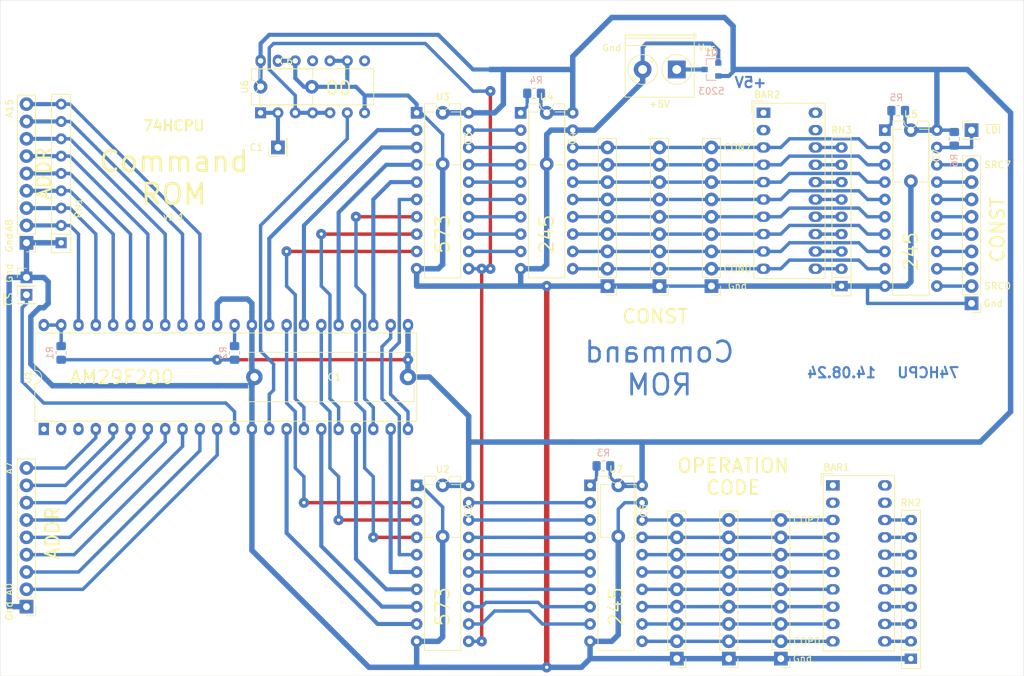
<source format=kicad_pcb>
(kicad_pcb (version 20171130) (host pcbnew "(5.1.8)-1")

  (general
    (thickness 1.6)
    (drawings 46)
    (tracks 511)
    (zones 0)
    (modules 46)
    (nets 107)
  )

  (page A4 portrait)
  (layers
    (0 F.Cu signal)
    (31 B.Cu signal)
    (32 B.Adhes user)
    (33 F.Adhes user)
    (34 B.Paste user)
    (35 F.Paste user)
    (36 B.SilkS user)
    (37 F.SilkS user)
    (38 B.Mask user)
    (39 F.Mask user)
    (40 Dwgs.User user)
    (41 Cmts.User user)
    (42 Eco1.User user)
    (43 Eco2.User user)
    (44 Edge.Cuts user)
    (45 Margin user)
    (46 B.CrtYd user)
    (47 F.CrtYd user)
    (48 B.Fab user)
    (49 F.Fab user)
  )

  (setup
    (last_trace_width 0.5)
    (user_trace_width 0.5)
    (user_trace_width 0.6)
    (user_trace_width 0.8)
    (trace_clearance 0.2)
    (zone_clearance 0.508)
    (zone_45_only no)
    (trace_min 0.2)
    (via_size 0.8)
    (via_drill 0.4)
    (via_min_size 0.4)
    (via_min_drill 0.3)
    (user_via 1.5 0.5)
    (uvia_size 0.3)
    (uvia_drill 0.1)
    (uvias_allowed no)
    (uvia_min_size 0.2)
    (uvia_min_drill 0.1)
    (edge_width 0.05)
    (segment_width 0.2)
    (pcb_text_width 0.3)
    (pcb_text_size 1.5 1.5)
    (mod_edge_width 0.12)
    (mod_text_size 1 1)
    (mod_text_width 0.15)
    (pad_size 1.8 1.5)
    (pad_drill 0.8)
    (pad_to_mask_clearance 0)
    (aux_axis_origin 0 0)
    (visible_elements 7FFFFFFF)
    (pcbplotparams
      (layerselection 0x010f0_ffffffff)
      (usegerberextensions false)
      (usegerberattributes true)
      (usegerberadvancedattributes true)
      (creategerberjobfile false)
      (excludeedgelayer true)
      (linewidth 0.100000)
      (plotframeref false)
      (viasonmask false)
      (mode 1)
      (useauxorigin false)
      (hpglpennumber 1)
      (hpglpenspeed 20)
      (hpglpendiameter 15.000000)
      (psnegative false)
      (psa4output false)
      (plotreference true)
      (plotvalue true)
      (plotinvisibletext false)
      (padsonsilk false)
      (subtractmaskfromsilk false)
      (outputformat 1)
      (mirror false)
      (drillshape 0)
      (scaleselection 1)
      (outputdirectory "gerber/"))
  )

  (net 0 "")
  (net 1 GND)
  (net 2 /D15)
  (net 3 /D7)
  (net 4 /D14)
  (net 5 /D6)
  (net 6 /D13)
  (net 7 /D5)
  (net 8 /D12)
  (net 9 /D4)
  (net 10 VCC)
  (net 11 /D11)
  (net 12 /D3)
  (net 13 /D10)
  (net 14 /D2)
  (net 15 /D9)
  (net 16 /D1)
  (net 17 /D8)
  (net 18 /D0)
  (net 19 "Net-(U2-Pad19)")
  (net 20 "Net-(U2-Pad18)")
  (net 21 "Net-(U2-Pad17)")
  (net 22 "Net-(U2-Pad16)")
  (net 23 "Net-(U2-Pad15)")
  (net 24 "Net-(U2-Pad14)")
  (net 25 "Net-(U2-Pad13)")
  (net 26 "Net-(U2-Pad12)")
  (net 27 "Net-(U3-Pad19)")
  (net 28 "Net-(U3-Pad18)")
  (net 29 "Net-(U3-Pad17)")
  (net 30 "Net-(U3-Pad16)")
  (net 31 "Net-(U3-Pad15)")
  (net 32 "Net-(U3-Pad14)")
  (net 33 "Net-(U3-Pad13)")
  (net 34 "Net-(U3-Pad12)")
  (net 35 "Net-(R1-Pad1)")
  (net 36 "Net-(R2-Pad1)")
  (net 37 /A1)
  (net 38 /A2)
  (net 39 /A3)
  (net 40 /A4)
  (net 41 /A5)
  (net 42 /A6)
  (net 43 /A7)
  (net 44 /A8)
  (net 45 /A9)
  (net 46 /A10)
  (net 47 /A11)
  (net 48 /~RD)
  (net 49 /A12)
  (net 50 /A13)
  (net 51 /~CS)
  (net 52 /A14)
  (net 53 /A0)
  (net 54 /A15)
  (net 55 /LT)
  (net 56 "Net-(U6-Pad8)")
  (net 57 /COP7)
  (net 58 /COP6)
  (net 59 /COP5)
  (net 60 /COP4)
  (net 61 /COP3)
  (net 62 /COP2)
  (net 63 /COP1)
  (net 64 /COP0)
  (net 65 /BUS7)
  (net 66 /BUS6)
  (net 67 /BUS5)
  (net 68 /BUS4)
  (net 69 /BUS3)
  (net 70 /BUS2)
  (net 71 /BUS1)
  (net 72 /BUS0)
  (net 73 /CNST7)
  (net 74 /CNST6)
  (net 75 /CNST5)
  (net 76 /CNST4)
  (net 77 /CNST3)
  (net 78 /CNST2)
  (net 79 /CNST1)
  (net 80 /CNST0)
  (net 81 /~LDI)
  (net 82 "Net-(R3-Pad1)")
  (net 83 "Net-(R4-Pad1)")
  (net 84 "Net-(R5-Pad1)")
  (net 85 "Net-(U1-Pad3)")
  (net 86 "Net-(U1-Pad2)")
  (net 87 "Net-(U1-Pad1)")
  (net 88 "Net-(BAR1-Pad18)")
  (net 89 "Net-(BAR1-Pad17)")
  (net 90 "Net-(BAR1-Pad16)")
  (net 91 "Net-(BAR1-Pad15)")
  (net 92 "Net-(BAR1-Pad14)")
  (net 93 "Net-(BAR1-Pad13)")
  (net 94 "Net-(BAR1-Pad12)")
  (net 95 "Net-(BAR1-Pad11)")
  (net 96 "Net-(BAR2-Pad18)")
  (net 97 "Net-(BAR2-Pad17)")
  (net 98 "Net-(BAR2-Pad11)")
  (net 99 "Net-(BAR2-Pad12)")
  (net 100 "Net-(BAR2-Pad16)")
  (net 101 "Net-(BAR2-Pad15)")
  (net 102 "Net-(BAR2-Pad14)")
  (net 103 "Net-(BAR2-Pad13)")
  (net 104 /C1)
  (net 105 "Net-(J4-Pad1)")
  (net 106 "Net-(U6-Pad11)")

  (net_class Default "This is the default net class."
    (clearance 0.2)
    (trace_width 0.25)
    (via_dia 0.8)
    (via_drill 0.4)
    (uvia_dia 0.3)
    (uvia_drill 0.1)
    (add_net /A0)
    (add_net /A1)
    (add_net /A10)
    (add_net /A11)
    (add_net /A12)
    (add_net /A13)
    (add_net /A14)
    (add_net /A15)
    (add_net /A2)
    (add_net /A3)
    (add_net /A4)
    (add_net /A5)
    (add_net /A6)
    (add_net /A7)
    (add_net /A8)
    (add_net /A9)
    (add_net /BUS0)
    (add_net /BUS1)
    (add_net /BUS2)
    (add_net /BUS3)
    (add_net /BUS4)
    (add_net /BUS5)
    (add_net /BUS6)
    (add_net /BUS7)
    (add_net /C1)
    (add_net /CNST0)
    (add_net /CNST1)
    (add_net /CNST2)
    (add_net /CNST3)
    (add_net /CNST4)
    (add_net /CNST5)
    (add_net /CNST6)
    (add_net /CNST7)
    (add_net /COP0)
    (add_net /COP1)
    (add_net /COP2)
    (add_net /COP3)
    (add_net /COP4)
    (add_net /COP5)
    (add_net /COP6)
    (add_net /COP7)
    (add_net /D0)
    (add_net /D1)
    (add_net /D10)
    (add_net /D11)
    (add_net /D12)
    (add_net /D13)
    (add_net /D14)
    (add_net /D15)
    (add_net /D2)
    (add_net /D3)
    (add_net /D4)
    (add_net /D5)
    (add_net /D6)
    (add_net /D7)
    (add_net /D8)
    (add_net /D9)
    (add_net /LT)
    (add_net /~CS)
    (add_net /~LDI)
    (add_net /~RD)
    (add_net GND)
    (add_net "Net-(BAR1-Pad11)")
    (add_net "Net-(BAR1-Pad12)")
    (add_net "Net-(BAR1-Pad13)")
    (add_net "Net-(BAR1-Pad14)")
    (add_net "Net-(BAR1-Pad15)")
    (add_net "Net-(BAR1-Pad16)")
    (add_net "Net-(BAR1-Pad17)")
    (add_net "Net-(BAR1-Pad18)")
    (add_net "Net-(BAR2-Pad11)")
    (add_net "Net-(BAR2-Pad12)")
    (add_net "Net-(BAR2-Pad13)")
    (add_net "Net-(BAR2-Pad14)")
    (add_net "Net-(BAR2-Pad15)")
    (add_net "Net-(BAR2-Pad16)")
    (add_net "Net-(BAR2-Pad17)")
    (add_net "Net-(BAR2-Pad18)")
    (add_net "Net-(J4-Pad1)")
    (add_net "Net-(R1-Pad1)")
    (add_net "Net-(R2-Pad1)")
    (add_net "Net-(R3-Pad1)")
    (add_net "Net-(R4-Pad1)")
    (add_net "Net-(R5-Pad1)")
    (add_net "Net-(U1-Pad1)")
    (add_net "Net-(U1-Pad2)")
    (add_net "Net-(U1-Pad3)")
    (add_net "Net-(U2-Pad12)")
    (add_net "Net-(U2-Pad13)")
    (add_net "Net-(U2-Pad14)")
    (add_net "Net-(U2-Pad15)")
    (add_net "Net-(U2-Pad16)")
    (add_net "Net-(U2-Pad17)")
    (add_net "Net-(U2-Pad18)")
    (add_net "Net-(U2-Pad19)")
    (add_net "Net-(U3-Pad12)")
    (add_net "Net-(U3-Pad13)")
    (add_net "Net-(U3-Pad14)")
    (add_net "Net-(U3-Pad15)")
    (add_net "Net-(U3-Pad16)")
    (add_net "Net-(U3-Pad17)")
    (add_net "Net-(U3-Pad18)")
    (add_net "Net-(U3-Pad19)")
    (add_net "Net-(U6-Pad11)")
    (add_net "Net-(U6-Pad8)")
    (add_net VCC)
  )

  (module Capacitor_THT:C_Disc_D7.5mm_W5.0mm_P7.50mm (layer F.Cu) (tedit 5AE50EF0) (tstamp 65B5EE0E)
    (at 143.51 29.21 270)
    (descr "C, Disc series, Radial, pin pitch=7.50mm, , diameter*width=7.5*5.0mm^2, Capacitor, http://www.vishay.com/docs/28535/vy2series.pdf")
    (tags "C Disc series Radial pin pitch 7.50mm  diameter 7.5mm width 5.0mm Capacitor")
    (path /65CA5602)
    (fp_text reference C7 (at 3.75 -3.75 270) (layer F.SilkS)
      (effects (font (size 1 1) (thickness 0.15)))
    )
    (fp_text value 0.1uF (at 3.75 3.75 270) (layer F.Fab)
      (effects (font (size 1 1) (thickness 0.15)))
    )
    (fp_line (start 0 -2.5) (end 0 2.5) (layer F.Fab) (width 0.1))
    (fp_line (start 0 2.5) (end 7.5 2.5) (layer F.Fab) (width 0.1))
    (fp_line (start 7.5 2.5) (end 7.5 -2.5) (layer F.Fab) (width 0.1))
    (fp_line (start 7.5 -2.5) (end 0 -2.5) (layer F.Fab) (width 0.1))
    (fp_line (start -0.12 -2.62) (end 7.62 -2.62) (layer F.SilkS) (width 0.12))
    (fp_line (start -0.12 2.62) (end 7.62 2.62) (layer F.SilkS) (width 0.12))
    (fp_line (start -0.12 -2.62) (end -0.12 -1.256) (layer F.SilkS) (width 0.12))
    (fp_line (start -0.12 1.256) (end -0.12 2.62) (layer F.SilkS) (width 0.12))
    (fp_line (start 7.62 -2.62) (end 7.62 -1.256) (layer F.SilkS) (width 0.12))
    (fp_line (start 7.62 1.256) (end 7.62 2.62) (layer F.SilkS) (width 0.12))
    (fp_line (start -1.25 -2.75) (end -1.25 2.75) (layer F.CrtYd) (width 0.05))
    (fp_line (start -1.25 2.75) (end 8.75 2.75) (layer F.CrtYd) (width 0.05))
    (fp_line (start 8.75 2.75) (end 8.75 -2.75) (layer F.CrtYd) (width 0.05))
    (fp_line (start 8.75 -2.75) (end -1.25 -2.75) (layer F.CrtYd) (width 0.05))
    (fp_text user %R (at 3.75 0 270) (layer F.Fab)
      (effects (font (size 1 1) (thickness 0.15)))
    )
    (pad 2 thru_hole circle (at 7.5 0 270) (size 2 2) (drill 1) (layers *.Cu *.Mask)
      (net 1 GND))
    (pad 1 thru_hole circle (at 0 0 270) (size 2 2) (drill 1) (layers *.Cu *.Mask)
      (net 10 VCC))
    (model ${KISYS3DMOD}/Capacitor_THT.3dshapes/C_Disc_D7.5mm_W5.0mm_P7.50mm.wrl
      (at (xyz 0 0 0))
      (scale (xyz 1 1 1))
      (rotate (xyz 0 0 0))
    )
  )

  (module Capacitor_THT:C_Disc_D7.5mm_W5.0mm_P7.50mm (layer F.Cu) (tedit 5AE50EF0) (tstamp 65B5D1C4)
    (at 48.26 22.86)
    (descr "C, Disc series, Radial, pin pitch=7.50mm, , diameter*width=7.5*5.0mm^2, Capacitor, http://www.vishay.com/docs/28535/vy2series.pdf")
    (tags "C Disc series Radial pin pitch 7.50mm  diameter 7.5mm width 5.0mm Capacitor")
    (path /65C1E5DA)
    (fp_text reference C6 (at 3.75 -3.75) (layer F.SilkS)
      (effects (font (size 1 1) (thickness 0.15)))
    )
    (fp_text value 0.1uF (at 3.75 3.75) (layer F.Fab)
      (effects (font (size 1 1) (thickness 0.15)))
    )
    (fp_line (start 0 -2.5) (end 0 2.5) (layer F.Fab) (width 0.1))
    (fp_line (start 0 2.5) (end 7.5 2.5) (layer F.Fab) (width 0.1))
    (fp_line (start 7.5 2.5) (end 7.5 -2.5) (layer F.Fab) (width 0.1))
    (fp_line (start 7.5 -2.5) (end 0 -2.5) (layer F.Fab) (width 0.1))
    (fp_line (start -0.12 -2.62) (end 7.62 -2.62) (layer F.SilkS) (width 0.12))
    (fp_line (start -0.12 2.62) (end 7.62 2.62) (layer F.SilkS) (width 0.12))
    (fp_line (start -0.12 -2.62) (end -0.12 -1.256) (layer F.SilkS) (width 0.12))
    (fp_line (start -0.12 1.256) (end -0.12 2.62) (layer F.SilkS) (width 0.12))
    (fp_line (start 7.62 -2.62) (end 7.62 -1.256) (layer F.SilkS) (width 0.12))
    (fp_line (start 7.62 1.256) (end 7.62 2.62) (layer F.SilkS) (width 0.12))
    (fp_line (start -1.25 -2.75) (end -1.25 2.75) (layer F.CrtYd) (width 0.05))
    (fp_line (start -1.25 2.75) (end 8.75 2.75) (layer F.CrtYd) (width 0.05))
    (fp_line (start 8.75 2.75) (end 8.75 -2.75) (layer F.CrtYd) (width 0.05))
    (fp_line (start 8.75 -2.75) (end -1.25 -2.75) (layer F.CrtYd) (width 0.05))
    (fp_text user %R (at 3.75 0) (layer F.Fab)
      (effects (font (size 1 1) (thickness 0.15)))
    )
    (pad 2 thru_hole circle (at 7.5 0) (size 2 2) (drill 1) (layers *.Cu *.Mask)
      (net 1 GND))
    (pad 1 thru_hole circle (at 0 0) (size 2 2) (drill 1) (layers *.Cu *.Mask)
      (net 10 VCC))
    (model ${KISYS3DMOD}/Capacitor_THT.3dshapes/C_Disc_D7.5mm_W5.0mm_P7.50mm.wrl
      (at (xyz 0 0 0))
      (scale (xyz 1 1 1))
      (rotate (xyz 0 0 0))
    )
  )

  (module Capacitor_THT:C_Disc_D7.5mm_W5.0mm_P7.50mm (layer F.Cu) (tedit 5AE50EF0) (tstamp 65B5D1B3)
    (at 100.6475 81.28 270)
    (descr "C, Disc series, Radial, pin pitch=7.50mm, , diameter*width=7.5*5.0mm^2, Capacitor, http://www.vishay.com/docs/28535/vy2series.pdf")
    (tags "C Disc series Radial pin pitch 7.50mm  diameter 7.5mm width 5.0mm Capacitor")
    (path /65BFCBC4)
    (fp_text reference C5 (at 3.75 -3.75 270) (layer F.SilkS)
      (effects (font (size 1 1) (thickness 0.15)))
    )
    (fp_text value 0.1uF (at 3.75 3.75 270) (layer F.Fab)
      (effects (font (size 1 1) (thickness 0.15)))
    )
    (fp_line (start 0 -2.5) (end 0 2.5) (layer F.Fab) (width 0.1))
    (fp_line (start 0 2.5) (end 7.5 2.5) (layer F.Fab) (width 0.1))
    (fp_line (start 7.5 2.5) (end 7.5 -2.5) (layer F.Fab) (width 0.1))
    (fp_line (start 7.5 -2.5) (end 0 -2.5) (layer F.Fab) (width 0.1))
    (fp_line (start -0.12 -2.62) (end 7.62 -2.62) (layer F.SilkS) (width 0.12))
    (fp_line (start -0.12 2.62) (end 7.62 2.62) (layer F.SilkS) (width 0.12))
    (fp_line (start -0.12 -2.62) (end -0.12 -1.256) (layer F.SilkS) (width 0.12))
    (fp_line (start -0.12 1.256) (end -0.12 2.62) (layer F.SilkS) (width 0.12))
    (fp_line (start 7.62 -2.62) (end 7.62 -1.256) (layer F.SilkS) (width 0.12))
    (fp_line (start 7.62 1.256) (end 7.62 2.62) (layer F.SilkS) (width 0.12))
    (fp_line (start -1.25 -2.75) (end -1.25 2.75) (layer F.CrtYd) (width 0.05))
    (fp_line (start -1.25 2.75) (end 8.75 2.75) (layer F.CrtYd) (width 0.05))
    (fp_line (start 8.75 2.75) (end 8.75 -2.75) (layer F.CrtYd) (width 0.05))
    (fp_line (start 8.75 -2.75) (end -1.25 -2.75) (layer F.CrtYd) (width 0.05))
    (fp_text user %R (at 3.75 0 270) (layer F.Fab)
      (effects (font (size 1 1) (thickness 0.15)))
    )
    (pad 2 thru_hole circle (at 7.5 0 270) (size 2 2) (drill 1) (layers *.Cu *.Mask)
      (net 1 GND))
    (pad 1 thru_hole circle (at 0 0 270) (size 2 2) (drill 1) (layers *.Cu *.Mask)
      (net 10 VCC))
    (model ${KISYS3DMOD}/Capacitor_THT.3dshapes/C_Disc_D7.5mm_W5.0mm_P7.50mm.wrl
      (at (xyz 0 0 0))
      (scale (xyz 1 1 1))
      (rotate (xyz 0 0 0))
    )
  )

  (module Capacitor_THT:C_Disc_D7.5mm_W5.0mm_P7.50mm (layer F.Cu) (tedit 5AE50EF0) (tstamp 65B5D1A2)
    (at 90.17 26.67 270)
    (descr "C, Disc series, Radial, pin pitch=7.50mm, , diameter*width=7.5*5.0mm^2, Capacitor, http://www.vishay.com/docs/28535/vy2series.pdf")
    (tags "C Disc series Radial pin pitch 7.50mm  diameter 7.5mm width 5.0mm Capacitor")
    (path /65BEEDD6)
    (fp_text reference C4 (at 3.75 -3.75 270) (layer F.SilkS)
      (effects (font (size 1 1) (thickness 0.15)))
    )
    (fp_text value 0.1uF (at 3.75 3.75 270) (layer F.Fab)
      (effects (font (size 1 1) (thickness 0.15)))
    )
    (fp_line (start 0 -2.5) (end 0 2.5) (layer F.Fab) (width 0.1))
    (fp_line (start 0 2.5) (end 7.5 2.5) (layer F.Fab) (width 0.1))
    (fp_line (start 7.5 2.5) (end 7.5 -2.5) (layer F.Fab) (width 0.1))
    (fp_line (start 7.5 -2.5) (end 0 -2.5) (layer F.Fab) (width 0.1))
    (fp_line (start -0.12 -2.62) (end 7.62 -2.62) (layer F.SilkS) (width 0.12))
    (fp_line (start -0.12 2.62) (end 7.62 2.62) (layer F.SilkS) (width 0.12))
    (fp_line (start -0.12 -2.62) (end -0.12 -1.256) (layer F.SilkS) (width 0.12))
    (fp_line (start -0.12 1.256) (end -0.12 2.62) (layer F.SilkS) (width 0.12))
    (fp_line (start 7.62 -2.62) (end 7.62 -1.256) (layer F.SilkS) (width 0.12))
    (fp_line (start 7.62 1.256) (end 7.62 2.62) (layer F.SilkS) (width 0.12))
    (fp_line (start -1.25 -2.75) (end -1.25 2.75) (layer F.CrtYd) (width 0.05))
    (fp_line (start -1.25 2.75) (end 8.75 2.75) (layer F.CrtYd) (width 0.05))
    (fp_line (start 8.75 2.75) (end 8.75 -2.75) (layer F.CrtYd) (width 0.05))
    (fp_line (start 8.75 -2.75) (end -1.25 -2.75) (layer F.CrtYd) (width 0.05))
    (fp_text user %R (at 3.75 0 270) (layer F.Fab)
      (effects (font (size 1 1) (thickness 0.15)))
    )
    (pad 2 thru_hole circle (at 7.5 0 270) (size 2 2) (drill 1) (layers *.Cu *.Mask)
      (net 1 GND))
    (pad 1 thru_hole circle (at 0 0 270) (size 2 2) (drill 1) (layers *.Cu *.Mask)
      (net 10 VCC))
    (model ${KISYS3DMOD}/Capacitor_THT.3dshapes/C_Disc_D7.5mm_W5.0mm_P7.50mm.wrl
      (at (xyz 0 0 0))
      (scale (xyz 1 1 1))
      (rotate (xyz 0 0 0))
    )
  )

  (module Capacitor_THT:C_Disc_D7.5mm_W5.0mm_P7.50mm (layer F.Cu) (tedit 5AE50EF0) (tstamp 65B5D191)
    (at 74.93 26.67 270)
    (descr "C, Disc series, Radial, pin pitch=7.50mm, , diameter*width=7.5*5.0mm^2, Capacitor, http://www.vishay.com/docs/28535/vy2series.pdf")
    (tags "C Disc series Radial pin pitch 7.50mm  diameter 7.5mm width 5.0mm Capacitor")
    (path /65BE10F6)
    (fp_text reference C3 (at 3.75 -3.75 90) (layer F.SilkS)
      (effects (font (size 1 1) (thickness 0.15)))
    )
    (fp_text value 0.1uF (at 3.75 3.75 90) (layer F.Fab)
      (effects (font (size 1 1) (thickness 0.15)))
    )
    (fp_line (start 0 -2.5) (end 0 2.5) (layer F.Fab) (width 0.1))
    (fp_line (start 0 2.5) (end 7.5 2.5) (layer F.Fab) (width 0.1))
    (fp_line (start 7.5 2.5) (end 7.5 -2.5) (layer F.Fab) (width 0.1))
    (fp_line (start 7.5 -2.5) (end 0 -2.5) (layer F.Fab) (width 0.1))
    (fp_line (start -0.12 -2.62) (end 7.62 -2.62) (layer F.SilkS) (width 0.12))
    (fp_line (start -0.12 2.62) (end 7.62 2.62) (layer F.SilkS) (width 0.12))
    (fp_line (start -0.12 -2.62) (end -0.12 -1.256) (layer F.SilkS) (width 0.12))
    (fp_line (start -0.12 1.256) (end -0.12 2.62) (layer F.SilkS) (width 0.12))
    (fp_line (start 7.62 -2.62) (end 7.62 -1.256) (layer F.SilkS) (width 0.12))
    (fp_line (start 7.62 1.256) (end 7.62 2.62) (layer F.SilkS) (width 0.12))
    (fp_line (start -1.25 -2.75) (end -1.25 2.75) (layer F.CrtYd) (width 0.05))
    (fp_line (start -1.25 2.75) (end 8.75 2.75) (layer F.CrtYd) (width 0.05))
    (fp_line (start 8.75 2.75) (end 8.75 -2.75) (layer F.CrtYd) (width 0.05))
    (fp_line (start 8.75 -2.75) (end -1.25 -2.75) (layer F.CrtYd) (width 0.05))
    (fp_text user %R (at 3.75 0 90) (layer F.Fab)
      (effects (font (size 1 1) (thickness 0.15)))
    )
    (pad 2 thru_hole circle (at 7.5 0 270) (size 2 2) (drill 1) (layers *.Cu *.Mask)
      (net 1 GND))
    (pad 1 thru_hole circle (at 0 0 270) (size 2 2) (drill 1) (layers *.Cu *.Mask)
      (net 10 VCC))
    (model ${KISYS3DMOD}/Capacitor_THT.3dshapes/C_Disc_D7.5mm_W5.0mm_P7.50mm.wrl
      (at (xyz 0 0 0))
      (scale (xyz 1 1 1))
      (rotate (xyz 0 0 0))
    )
  )

  (module Capacitor_THT:C_Disc_D7.5mm_W5.0mm_P7.50mm (layer F.Cu) (tedit 5AE50EF0) (tstamp 65B5D180)
    (at 74.93 81.28 270)
    (descr "C, Disc series, Radial, pin pitch=7.50mm, , diameter*width=7.5*5.0mm^2, Capacitor, http://www.vishay.com/docs/28535/vy2series.pdf")
    (tags "C Disc series Radial pin pitch 7.50mm  diameter 7.5mm width 5.0mm Capacitor")
    (path /65BDE14F)
    (fp_text reference C2 (at 3.75 -3.75 90) (layer F.SilkS)
      (effects (font (size 1 1) (thickness 0.15)))
    )
    (fp_text value 0.1uF (at 3.75 3.75 90) (layer F.Fab)
      (effects (font (size 1 1) (thickness 0.15)))
    )
    (fp_line (start 0 -2.5) (end 0 2.5) (layer F.Fab) (width 0.1))
    (fp_line (start 0 2.5) (end 7.5 2.5) (layer F.Fab) (width 0.1))
    (fp_line (start 7.5 2.5) (end 7.5 -2.5) (layer F.Fab) (width 0.1))
    (fp_line (start 7.5 -2.5) (end 0 -2.5) (layer F.Fab) (width 0.1))
    (fp_line (start -0.12 -2.62) (end 7.62 -2.62) (layer F.SilkS) (width 0.12))
    (fp_line (start -0.12 2.62) (end 7.62 2.62) (layer F.SilkS) (width 0.12))
    (fp_line (start -0.12 -2.62) (end -0.12 -1.256) (layer F.SilkS) (width 0.12))
    (fp_line (start -0.12 1.256) (end -0.12 2.62) (layer F.SilkS) (width 0.12))
    (fp_line (start 7.62 -2.62) (end 7.62 -1.256) (layer F.SilkS) (width 0.12))
    (fp_line (start 7.62 1.256) (end 7.62 2.62) (layer F.SilkS) (width 0.12))
    (fp_line (start -1.25 -2.75) (end -1.25 2.75) (layer F.CrtYd) (width 0.05))
    (fp_line (start -1.25 2.75) (end 8.75 2.75) (layer F.CrtYd) (width 0.05))
    (fp_line (start 8.75 2.75) (end 8.75 -2.75) (layer F.CrtYd) (width 0.05))
    (fp_line (start 8.75 -2.75) (end -1.25 -2.75) (layer F.CrtYd) (width 0.05))
    (fp_text user %R (at 3.75 0 90) (layer F.Fab)
      (effects (font (size 1 1) (thickness 0.15)))
    )
    (pad 2 thru_hole circle (at 7.5 0 270) (size 2 2) (drill 1) (layers *.Cu *.Mask)
      (net 1 GND))
    (pad 1 thru_hole circle (at 0 0 270) (size 2 2) (drill 1) (layers *.Cu *.Mask)
      (net 10 VCC))
    (model ${KISYS3DMOD}/Capacitor_THT.3dshapes/C_Disc_D7.5mm_W5.0mm_P7.50mm.wrl
      (at (xyz 0 0 0))
      (scale (xyz 1 1 1))
      (rotate (xyz 0 0 0))
    )
  )

  (module Capacitor_THT:C_Rect_L24.0mm_W7.0mm_P22.50mm_MKT (layer F.Cu) (tedit 5AE50EF0) (tstamp 65B5B54E)
    (at 69.85 65.405 180)
    (descr "C, Rect series, Radial, pin pitch=22.50mm, , length*width=24*7mm^2, Capacitor, https://en.tdk.eu/inf/20/20/db/fc_2009/MKT_B32560_564.pdf")
    (tags "C Rect series Radial pin pitch 22.50mm  length 24mm width 7mm Capacitor")
    (path /65BAAFD5)
    (fp_text reference C1 (at 10.795 0) (layer F.SilkS)
      (effects (font (size 1 1) (thickness 0.15)))
    )
    (fp_text value 0.1uF (at 11.25 4.75) (layer F.Fab)
      (effects (font (size 1 1) (thickness 0.15)))
    )
    (fp_line (start -0.75 -3.5) (end -0.75 3.5) (layer F.Fab) (width 0.1))
    (fp_line (start -0.75 3.5) (end 23.25 3.5) (layer F.Fab) (width 0.1))
    (fp_line (start 23.25 3.5) (end 23.25 -3.5) (layer F.Fab) (width 0.1))
    (fp_line (start 23.25 -3.5) (end -0.75 -3.5) (layer F.Fab) (width 0.1))
    (fp_line (start -0.87 -3.62) (end 23.37 -3.62) (layer F.SilkS) (width 0.12))
    (fp_line (start -0.87 3.62) (end 23.37 3.62) (layer F.SilkS) (width 0.12))
    (fp_line (start -0.87 -3.62) (end -0.87 -1.185) (layer F.SilkS) (width 0.12))
    (fp_line (start -0.87 1.185) (end -0.87 3.62) (layer F.SilkS) (width 0.12))
    (fp_line (start 23.37 -3.62) (end 23.37 -1.185) (layer F.SilkS) (width 0.12))
    (fp_line (start 23.37 1.185) (end 23.37 3.62) (layer F.SilkS) (width 0.12))
    (fp_line (start -1.45 -3.75) (end -1.45 3.75) (layer F.CrtYd) (width 0.05))
    (fp_line (start -1.45 3.75) (end 23.95 3.75) (layer F.CrtYd) (width 0.05))
    (fp_line (start 23.95 3.75) (end 23.95 -3.75) (layer F.CrtYd) (width 0.05))
    (fp_line (start 23.95 -3.75) (end -1.45 -3.75) (layer F.CrtYd) (width 0.05))
    (fp_text user %R (at 11.25 0) (layer F.Fab)
      (effects (font (size 1 1) (thickness 0.15)))
    )
    (pad 2 thru_hole circle (at 22.5 0 180) (size 2.4 2.4) (drill 1.2) (layers *.Cu *.Mask)
      (net 1 GND))
    (pad 1 thru_hole circle (at 0 0 180) (size 2.4 2.4) (drill 1.2) (layers *.Cu *.Mask)
      (net 10 VCC))
    (model ${KISYS3DMOD}/Capacitor_THT.3dshapes/C_Rect_L24.0mm_W7.0mm_P22.50mm_MKT.wrl
      (at (xyz 0 0 0))
      (scale (xyz 1 1 1))
      (rotate (xyz 0 0 0))
    )
  )

  (module Package_TO_SOT_SMD:SOT-23 (layer B.Cu) (tedit 5A02FF57) (tstamp 65B830F0)
    (at 114.3 20.32 180)
    (descr "SOT-23, Standard")
    (tags SOT-23)
    (path /65C3B56B)
    (attr smd)
    (fp_text reference Q1 (at 0 2.5) (layer B.SilkS)
      (effects (font (size 1 1) (thickness 0.15)) (justify mirror))
    )
    (fp_text value IRLML5203 (at 0 -2.5) (layer B.Fab)
      (effects (font (size 1 1) (thickness 0.15)) (justify mirror))
    )
    (fp_line (start -0.7 0.95) (end -0.7 -1.5) (layer B.Fab) (width 0.1))
    (fp_line (start -0.15 1.52) (end 0.7 1.52) (layer B.Fab) (width 0.1))
    (fp_line (start -0.7 0.95) (end -0.15 1.52) (layer B.Fab) (width 0.1))
    (fp_line (start 0.7 1.52) (end 0.7 -1.52) (layer B.Fab) (width 0.1))
    (fp_line (start -0.7 -1.52) (end 0.7 -1.52) (layer B.Fab) (width 0.1))
    (fp_line (start 0.76 -1.58) (end 0.76 -0.65) (layer B.SilkS) (width 0.12))
    (fp_line (start 0.76 1.58) (end 0.76 0.65) (layer B.SilkS) (width 0.12))
    (fp_line (start -1.7 1.75) (end 1.7 1.75) (layer B.CrtYd) (width 0.05))
    (fp_line (start 1.7 1.75) (end 1.7 -1.75) (layer B.CrtYd) (width 0.05))
    (fp_line (start 1.7 -1.75) (end -1.7 -1.75) (layer B.CrtYd) (width 0.05))
    (fp_line (start -1.7 -1.75) (end -1.7 1.75) (layer B.CrtYd) (width 0.05))
    (fp_line (start 0.76 1.58) (end -1.4 1.58) (layer B.SilkS) (width 0.12))
    (fp_line (start 0.76 -1.58) (end -0.7 -1.58) (layer B.SilkS) (width 0.12))
    (fp_text user %R (at 0 0 270) (layer B.Fab)
      (effects (font (size 0.5 0.5) (thickness 0.075)) (justify mirror))
    )
    (pad 3 smd rect (at 1 0 180) (size 0.9 0.8) (layers B.Cu B.Paste B.Mask)
      (net 105 "Net-(J4-Pad1)"))
    (pad 2 smd rect (at -1 -0.95 180) (size 0.9 0.8) (layers B.Cu B.Paste B.Mask)
      (net 10 VCC))
    (pad 1 smd rect (at -1 0.95 180) (size 0.9 0.8) (layers B.Cu B.Paste B.Mask)
      (net 1 GND))
    (model ${KISYS3DMOD}/Package_TO_SOT_SMD.3dshapes/SOT-23.wrl
      (at (xyz 0 0 0))
      (scale (xyz 1 1 1))
      (rotate (xyz 0 0 0))
    )
  )

  (module MountingHole:MountingHole_3.2mm_M3 (layer F.Cu) (tedit 56D1B4CB) (tstamp 65B7F20B)
    (at 85.09 104.14)
    (descr "Mounting Hole 3.2mm, no annular, M3")
    (tags "mounting hole 3.2mm no annular m3")
    (path /65BCC56C)
    (attr virtual)
    (fp_text reference H6 (at 0 -4.2) (layer F.SilkS) hide
      (effects (font (size 1 1) (thickness 0.15)))
    )
    (fp_text value MountingHole (at 0 4.2) (layer F.Fab)
      (effects (font (size 1 1) (thickness 0.15)))
    )
    (fp_circle (center 0 0) (end 3.45 0) (layer F.CrtYd) (width 0.05))
    (fp_circle (center 0 0) (end 3.2 0) (layer Cmts.User) (width 0.15))
    (fp_text user %R (at 0.3 0) (layer F.Fab)
      (effects (font (size 1 1) (thickness 0.15)))
    )
    (pad 1 np_thru_hole circle (at 0 0) (size 3.2 3.2) (drill 3.2) (layers *.Cu *.Mask))
  )

  (module MountingHole:MountingHole_3.2mm_M3 (layer F.Cu) (tedit 56D1B4CB) (tstamp 65B7F203)
    (at 85.09 15.24)
    (descr "Mounting Hole 3.2mm, no annular, M3")
    (tags "mounting hole 3.2mm no annular m3")
    (path /65BCC566)
    (attr virtual)
    (fp_text reference H5 (at 0 -4.2) (layer F.SilkS) hide
      (effects (font (size 1 1) (thickness 0.15)))
    )
    (fp_text value MountingHole (at 0 4.2) (layer F.Fab)
      (effects (font (size 1 1) (thickness 0.15)))
    )
    (fp_circle (center 0 0) (end 3.45 0) (layer F.CrtYd) (width 0.05))
    (fp_circle (center 0 0) (end 3.2 0) (layer Cmts.User) (width 0.15))
    (fp_text user %R (at 0.3 0) (layer F.Fab)
      (effects (font (size 1 1) (thickness 0.15)))
    )
    (pad 1 np_thru_hole circle (at 0 0) (size 3.2 3.2) (drill 3.2) (layers *.Cu *.Mask))
  )

  (module Connector_PinHeader_2.54mm:PinHeader_1x01_P2.54mm_Vertical (layer F.Cu) (tedit 59FED5CC) (tstamp 65B7DCCC)
    (at 13.97 50.8)
    (descr "Through hole straight pin header, 1x01, 2.54mm pitch, single row")
    (tags "Through hole pin header THT 1x01 2.54mm single row")
    (path /65B8B587)
    (fp_text reference J14 (at 0 3.81) (layer F.SilkS) hide
      (effects (font (size 1 1) (thickness 0.15)))
    )
    (fp_text value Conn_01x01_Male (at 2.54 2.54 90) (layer F.Fab)
      (effects (font (size 1 1) (thickness 0.15)))
    )
    (fp_line (start -0.635 -1.27) (end 1.27 -1.27) (layer F.Fab) (width 0.1))
    (fp_line (start 1.27 -1.27) (end 1.27 1.27) (layer F.Fab) (width 0.1))
    (fp_line (start 1.27 1.27) (end -1.27 1.27) (layer F.Fab) (width 0.1))
    (fp_line (start -1.27 1.27) (end -1.27 -0.635) (layer F.Fab) (width 0.1))
    (fp_line (start -1.27 -0.635) (end -0.635 -1.27) (layer F.Fab) (width 0.1))
    (fp_line (start -1.33 1.33) (end 1.33 1.33) (layer F.SilkS) (width 0.12))
    (fp_line (start -1.33 1.27) (end -1.33 1.33) (layer F.SilkS) (width 0.12))
    (fp_line (start 1.33 1.27) (end 1.33 1.33) (layer F.SilkS) (width 0.12))
    (fp_line (start -1.33 1.27) (end 1.33 1.27) (layer F.SilkS) (width 0.12))
    (fp_line (start -1.33 0) (end -1.33 -1.33) (layer F.SilkS) (width 0.12))
    (fp_line (start -1.33 -1.33) (end 0 -1.33) (layer F.SilkS) (width 0.12))
    (fp_line (start -1.8 -1.8) (end -1.8 1.8) (layer F.CrtYd) (width 0.05))
    (fp_line (start -1.8 1.8) (end 1.8 1.8) (layer F.CrtYd) (width 0.05))
    (fp_line (start 1.8 1.8) (end 1.8 -1.8) (layer F.CrtYd) (width 0.05))
    (fp_line (start 1.8 -1.8) (end -1.8 -1.8) (layer F.CrtYd) (width 0.05))
    (fp_text user %R (at 0 0 90) (layer F.Fab)
      (effects (font (size 1 1) (thickness 0.15)))
    )
    (pad 1 thru_hole rect (at 0 0) (size 1.7 1.7) (drill 1) (layers *.Cu *.Mask)
      (net 1 GND))
    (model ${KISYS3DMOD}/Connector_PinHeader_2.54mm.3dshapes/PinHeader_1x01_P2.54mm_Vertical.wrl
      (at (xyz 0 0 0))
      (scale (xyz 1 1 1))
      (rotate (xyz 0 0 0))
    )
  )

  (module Connector_PinHeader_2.54mm:PinHeader_1x09_P2.54mm_Vertical (layer F.Cu) (tedit 59FED5CC) (tstamp 65634B2E)
    (at 114.3 52.07 180)
    (descr "Through hole straight pin header, 1x09, 2.54mm pitch, single row")
    (tags "Through hole pin header THT 1x09 2.54mm single row")
    (path /65833208)
    (fp_text reference J13 (at 0 -2.33) (layer F.SilkS) hide
      (effects (font (size 1 1) (thickness 0.15)))
    )
    (fp_text value Conn_01x09_Male (at 0 22.65) (layer F.Fab)
      (effects (font (size 1 1) (thickness 0.15)))
    )
    (fp_line (start 1.8 -1.8) (end -1.8 -1.8) (layer F.CrtYd) (width 0.05))
    (fp_line (start 1.8 22.1) (end 1.8 -1.8) (layer F.CrtYd) (width 0.05))
    (fp_line (start -1.8 22.1) (end 1.8 22.1) (layer F.CrtYd) (width 0.05))
    (fp_line (start -1.8 -1.8) (end -1.8 22.1) (layer F.CrtYd) (width 0.05))
    (fp_line (start -1.33 -1.33) (end 0 -1.33) (layer F.SilkS) (width 0.12))
    (fp_line (start -1.33 0) (end -1.33 -1.33) (layer F.SilkS) (width 0.12))
    (fp_line (start -1.33 1.27) (end 1.33 1.27) (layer F.SilkS) (width 0.12))
    (fp_line (start 1.33 1.27) (end 1.33 21.65) (layer F.SilkS) (width 0.12))
    (fp_line (start -1.33 1.27) (end -1.33 21.65) (layer F.SilkS) (width 0.12))
    (fp_line (start -1.33 21.65) (end 1.33 21.65) (layer F.SilkS) (width 0.12))
    (fp_line (start -1.27 -0.635) (end -0.635 -1.27) (layer F.Fab) (width 0.1))
    (fp_line (start -1.27 21.59) (end -1.27 -0.635) (layer F.Fab) (width 0.1))
    (fp_line (start 1.27 21.59) (end -1.27 21.59) (layer F.Fab) (width 0.1))
    (fp_line (start 1.27 -1.27) (end 1.27 21.59) (layer F.Fab) (width 0.1))
    (fp_line (start -0.635 -1.27) (end 1.27 -1.27) (layer F.Fab) (width 0.1))
    (fp_text user %R (at 0 10.16 90) (layer F.Fab)
      (effects (font (size 1 1) (thickness 0.15)))
    )
    (pad 9 thru_hole oval (at 0 20.32 180) (size 2 2) (drill 1) (layers *.Cu *.Mask)
      (net 73 /CNST7))
    (pad 8 thru_hole oval (at 0 17.78 180) (size 2 2) (drill 1) (layers *.Cu *.Mask)
      (net 74 /CNST6))
    (pad 7 thru_hole oval (at 0 15.24 180) (size 2 2) (drill 1) (layers *.Cu *.Mask)
      (net 75 /CNST5))
    (pad 6 thru_hole oval (at 0 12.7 180) (size 2 2) (drill 1) (layers *.Cu *.Mask)
      (net 76 /CNST4))
    (pad 5 thru_hole oval (at 0 10.16 180) (size 2 2) (drill 1) (layers *.Cu *.Mask)
      (net 77 /CNST3))
    (pad 4 thru_hole oval (at 0 7.62 180) (size 2 2) (drill 1) (layers *.Cu *.Mask)
      (net 78 /CNST2))
    (pad 3 thru_hole oval (at 0 5.08 180) (size 2 2) (drill 1) (layers *.Cu *.Mask)
      (net 79 /CNST1))
    (pad 2 thru_hole oval (at 0 2.54 180) (size 2 2) (drill 1) (layers *.Cu *.Mask)
      (net 80 /CNST0))
    (pad 1 thru_hole rect (at 0 0 180) (size 2 2) (drill 1) (layers *.Cu *.Mask)
      (net 1 GND))
    (model ${KISYS3DMOD}/Connector_PinHeader_2.54mm.3dshapes/PinHeader_1x09_P2.54mm_Vertical.wrl
      (at (xyz 0 0 0))
      (scale (xyz 1 1 1))
      (rotate (xyz 0 0 0))
    )
  )

  (module Resistor_THT:R_Array_SIP9 (layer F.Cu) (tedit 5A14249F) (tstamp 65632D5D)
    (at 133.35 52.07 90)
    (descr "9-pin Resistor SIP pack")
    (tags R)
    (path /657E1732)
    (fp_text reference RN3 (at 22.86 0 180) (layer F.SilkS)
      (effects (font (size 1 1) (thickness 0.15)))
    )
    (fp_text value R_Network08 (at 11.43 2.4 90) (layer F.Fab)
      (effects (font (size 1 1) (thickness 0.15)))
    )
    (fp_line (start 22.05 -1.65) (end -1.7 -1.65) (layer F.CrtYd) (width 0.05))
    (fp_line (start 22.05 1.65) (end 22.05 -1.65) (layer F.CrtYd) (width 0.05))
    (fp_line (start -1.7 1.65) (end 22.05 1.65) (layer F.CrtYd) (width 0.05))
    (fp_line (start -1.7 -1.65) (end -1.7 1.65) (layer F.CrtYd) (width 0.05))
    (fp_line (start 1.27 -1.4) (end 1.27 1.4) (layer F.SilkS) (width 0.12))
    (fp_line (start 21.76 -1.4) (end -1.44 -1.4) (layer F.SilkS) (width 0.12))
    (fp_line (start 21.76 1.4) (end 21.76 -1.4) (layer F.SilkS) (width 0.12))
    (fp_line (start -1.44 1.4) (end 21.76 1.4) (layer F.SilkS) (width 0.12))
    (fp_line (start -1.44 -1.4) (end -1.44 1.4) (layer F.SilkS) (width 0.12))
    (fp_line (start 1.27 -1.25) (end 1.27 1.25) (layer F.Fab) (width 0.1))
    (fp_line (start 21.61 -1.25) (end -1.29 -1.25) (layer F.Fab) (width 0.1))
    (fp_line (start 21.61 1.25) (end 21.61 -1.25) (layer F.Fab) (width 0.1))
    (fp_line (start -1.29 1.25) (end 21.61 1.25) (layer F.Fab) (width 0.1))
    (fp_line (start -1.29 -1.25) (end -1.29 1.25) (layer F.Fab) (width 0.1))
    (fp_text user %R (at 10.16 0 90) (layer F.Fab)
      (effects (font (size 1 1) (thickness 0.15)))
    )
    (pad 9 thru_hole oval (at 20.32 0 90) (size 1.5 1.8) (drill 0.8) (layers *.Cu *.Mask)
      (net 96 "Net-(BAR2-Pad18)"))
    (pad 8 thru_hole oval (at 17.78 0 90) (size 1.5 1.8) (drill 0.8) (layers *.Cu *.Mask)
      (net 97 "Net-(BAR2-Pad17)"))
    (pad 7 thru_hole oval (at 15.24 0 90) (size 1.5 1.8) (drill 0.8) (layers *.Cu *.Mask)
      (net 100 "Net-(BAR2-Pad16)"))
    (pad 6 thru_hole oval (at 12.7 0 90) (size 1.5 1.8) (drill 0.8) (layers *.Cu *.Mask)
      (net 101 "Net-(BAR2-Pad15)"))
    (pad 5 thru_hole oval (at 10.16 0 90) (size 1.5 1.8) (drill 0.8) (layers *.Cu *.Mask)
      (net 102 "Net-(BAR2-Pad14)"))
    (pad 4 thru_hole oval (at 7.62 0 90) (size 1.5 1.8) (drill 0.8) (layers *.Cu *.Mask)
      (net 103 "Net-(BAR2-Pad13)"))
    (pad 3 thru_hole oval (at 5.08 0 90) (size 1.5 1.8) (drill 0.8) (layers *.Cu *.Mask)
      (net 99 "Net-(BAR2-Pad12)"))
    (pad 2 thru_hole oval (at 2.54 0 90) (size 1.5 1.8) (drill 0.8) (layers *.Cu *.Mask)
      (net 98 "Net-(BAR2-Pad11)"))
    (pad 1 thru_hole rect (at 0 0 90) (size 1.5 1.8) (drill 0.8) (layers *.Cu *.Mask)
      (net 1 GND))
    (model ${KISYS3DMOD}/Resistor_THT.3dshapes/R_Array_SIP9.wrl
      (at (xyz 0 0 0))
      (scale (xyz 1 1 1))
      (rotate (xyz 0 0 0))
    )
  )

  (module Display:HDSP-4850 (layer F.Cu) (tedit 5A02FE80) (tstamp 65632953)
    (at 121.92 26.67)
    (descr "10-Element Green Bar Graph Array https://docs.broadcom.com/docs/AV02-1798EN")
    (tags "10-Element Green Bar Graph Array")
    (path /657E16F8)
    (fp_text reference BAR2 (at 0.53 -2.65) (layer F.SilkS)
      (effects (font (size 1 1) (thickness 0.15)))
    )
    (fp_text value HDSP-4850 (at 2.76 25.21) (layer F.Fab)
      (effects (font (size 1 1) (thickness 0.15)))
    )
    (fp_line (start 9.03 -1.41) (end 9.03 24.27) (layer F.SilkS) (width 0.12))
    (fp_line (start -1.41 -1.41) (end 9.03 -1.41) (layer F.SilkS) (width 0.12))
    (fp_line (start -1.41 24.27) (end -1.41 -1.41) (layer F.SilkS) (width 0.12))
    (fp_line (start 9.03 24.27) (end -1.41 24.27) (layer F.SilkS) (width 0.12))
    (fp_line (start 0 -1.27) (end 8.89 -1.27) (layer F.Fab) (width 0.1))
    (fp_line (start -1.27 0) (end -1.27 24.13) (layer F.Fab) (width 0.1))
    (fp_line (start -1.27 24.13) (end 8.89 24.13) (layer F.Fab) (width 0.1))
    (fp_line (start 8.89 -1.27) (end 8.89 24.13) (layer F.Fab) (width 0.1))
    (fp_line (start -1.52 -1.52) (end 9.14 -1.52) (layer F.CrtYd) (width 0.05))
    (fp_line (start -1.52 -1.52) (end -1.52 24.38) (layer F.CrtYd) (width 0.05))
    (fp_line (start 9.14 24.38) (end 9.14 -1.52) (layer F.CrtYd) (width 0.05))
    (fp_line (start -1.52 24.38) (end 9.14 24.38) (layer F.CrtYd) (width 0.05))
    (fp_line (start 0 -1.27) (end -1.27 0) (layer F.Fab) (width 0.1))
    (fp_line (start -1.7 -1.7) (end -1.7 0) (layer F.SilkS) (width 0.12))
    (fp_line (start 0 -1.7) (end -1.7 -1.7) (layer F.SilkS) (width 0.12))
    (fp_text user %R (at 4 12) (layer F.Fab)
      (effects (font (size 1 1) (thickness 0.1)))
    )
    (pad 20 thru_hole oval (at 7.62 0 270) (size 1.5 2) (drill 0.9) (layers *.Cu *.Mask))
    (pad 19 thru_hole oval (at 7.62 2.54 270) (size 1.5 2) (drill 0.9) (layers *.Cu *.Mask))
    (pad 18 thru_hole oval (at 7.62 5.08 270) (size 1.5 2) (drill 0.9) (layers *.Cu *.Mask)
      (net 96 "Net-(BAR2-Pad18)"))
    (pad 17 thru_hole oval (at 7.62 7.62 270) (size 1.5 2) (drill 0.9) (layers *.Cu *.Mask)
      (net 97 "Net-(BAR2-Pad17)"))
    (pad 9 thru_hole oval (at 0 20.32 270) (size 1.5 2) (drill 0.9) (layers *.Cu *.Mask)
      (net 79 /CNST1))
    (pad 10 thru_hole oval (at 0 22.86 270) (size 1.5 2) (drill 0.9) (layers *.Cu *.Mask)
      (net 80 /CNST0))
    (pad 11 thru_hole oval (at 7.62 22.86 270) (size 1.5 2) (drill 0.9) (layers *.Cu *.Mask)
      (net 98 "Net-(BAR2-Pad11)"))
    (pad 12 thru_hole oval (at 7.62 20.32 270) (size 1.5 2) (drill 0.9) (layers *.Cu *.Mask)
      (net 99 "Net-(BAR2-Pad12)"))
    (pad 8 thru_hole oval (at 0 17.78 270) (size 1.5 2) (drill 0.9) (layers *.Cu *.Mask)
      (net 78 /CNST2))
    (pad 7 thru_hole oval (at 0 15.24 270) (size 1.5 2) (drill 0.9) (layers *.Cu *.Mask)
      (net 77 /CNST3))
    (pad 6 thru_hole oval (at 0 12.7 270) (size 1.5 2) (drill 0.9) (layers *.Cu *.Mask)
      (net 76 /CNST4))
    (pad 5 thru_hole oval (at 0 10.16 270) (size 1.5 2) (drill 0.9) (layers *.Cu *.Mask)
      (net 75 /CNST5))
    (pad 16 thru_hole oval (at 7.62 10.16 270) (size 1.5 2) (drill 0.9) (layers *.Cu *.Mask)
      (net 100 "Net-(BAR2-Pad16)"))
    (pad 15 thru_hole oval (at 7.62 12.7 270) (size 1.5 2) (drill 0.9) (layers *.Cu *.Mask)
      (net 101 "Net-(BAR2-Pad15)"))
    (pad 14 thru_hole oval (at 7.62 15.24 270) (size 1.5 2) (drill 0.9) (layers *.Cu *.Mask)
      (net 102 "Net-(BAR2-Pad14)"))
    (pad 13 thru_hole oval (at 7.62 17.78 270) (size 1.5 2) (drill 0.9) (layers *.Cu *.Mask)
      (net 103 "Net-(BAR2-Pad13)"))
    (pad 4 thru_hole oval (at 0 7.62 270) (size 1.5 2) (drill 0.9) (layers *.Cu *.Mask)
      (net 74 /CNST6))
    (pad 3 thru_hole oval (at 0 5.08 270) (size 1.5 2) (drill 0.9) (layers *.Cu *.Mask)
      (net 73 /CNST7))
    (pad 2 thru_hole oval (at 0 2.54 270) (size 1.5 2) (drill 0.9) (layers *.Cu *.Mask))
    (pad 1 thru_hole rect (at 0 0 270) (size 1.5 2) (drill 0.9) (layers *.Cu *.Mask))
    (model ${KISYS3DMOD}/Display.3dshapes/HDSP-4850.wrl
      (at (xyz 0 0 0))
      (scale (xyz 1 1 1))
      (rotate (xyz 0 0 0))
    )
  )

  (module Display:HDSP-4850 (layer F.Cu) (tedit 5A02FE80) (tstamp 65630D5B)
    (at 132.08 81.28)
    (descr "10-Element Green Bar Graph Array https://docs.broadcom.com/docs/AV02-1798EN")
    (tags "10-Element Green Bar Graph Array")
    (path /6565A2C1)
    (fp_text reference BAR1 (at 0.53 -2.65) (layer F.SilkS)
      (effects (font (size 1 1) (thickness 0.15)))
    )
    (fp_text value HDSP-4850 (at 2.76 25.21) (layer F.Fab)
      (effects (font (size 1 1) (thickness 0.15)))
    )
    (fp_line (start 9.03 -1.41) (end 9.03 24.27) (layer F.SilkS) (width 0.12))
    (fp_line (start -1.41 -1.41) (end 9.03 -1.41) (layer F.SilkS) (width 0.12))
    (fp_line (start -1.41 24.27) (end -1.41 -1.41) (layer F.SilkS) (width 0.12))
    (fp_line (start 9.03 24.27) (end -1.41 24.27) (layer F.SilkS) (width 0.12))
    (fp_line (start 0 -1.27) (end 8.89 -1.27) (layer F.Fab) (width 0.1))
    (fp_line (start -1.27 0) (end -1.27 24.13) (layer F.Fab) (width 0.1))
    (fp_line (start -1.27 24.13) (end 8.89 24.13) (layer F.Fab) (width 0.1))
    (fp_line (start 8.89 -1.27) (end 8.89 24.13) (layer F.Fab) (width 0.1))
    (fp_line (start -1.52 -1.52) (end 9.14 -1.52) (layer F.CrtYd) (width 0.05))
    (fp_line (start -1.52 -1.52) (end -1.52 24.38) (layer F.CrtYd) (width 0.05))
    (fp_line (start 9.14 24.38) (end 9.14 -1.52) (layer F.CrtYd) (width 0.05))
    (fp_line (start -1.52 24.38) (end 9.14 24.38) (layer F.CrtYd) (width 0.05))
    (fp_line (start 0 -1.27) (end -1.27 0) (layer F.Fab) (width 0.1))
    (fp_line (start -1.7 -1.7) (end -1.7 0) (layer F.SilkS) (width 0.12))
    (fp_line (start 0 -1.7) (end -1.7 -1.7) (layer F.SilkS) (width 0.12))
    (fp_text user %R (at 4 12) (layer F.Fab)
      (effects (font (size 1 1) (thickness 0.1)))
    )
    (pad 20 thru_hole oval (at 7.62 0 270) (size 1.5 2) (drill 0.9) (layers *.Cu *.Mask))
    (pad 19 thru_hole oval (at 7.62 2.54 270) (size 1.5 2) (drill 0.9) (layers *.Cu *.Mask))
    (pad 18 thru_hole oval (at 7.62 5.08 270) (size 1.5 2) (drill 0.9) (layers *.Cu *.Mask)
      (net 88 "Net-(BAR1-Pad18)"))
    (pad 17 thru_hole oval (at 7.62 7.62 270) (size 1.5 2) (drill 0.9) (layers *.Cu *.Mask)
      (net 89 "Net-(BAR1-Pad17)"))
    (pad 9 thru_hole oval (at 0 20.32 270) (size 1.5 2) (drill 0.9) (layers *.Cu *.Mask)
      (net 63 /COP1))
    (pad 10 thru_hole oval (at 0 22.86 270) (size 1.5 2) (drill 0.9) (layers *.Cu *.Mask)
      (net 64 /COP0))
    (pad 11 thru_hole oval (at 7.62 22.86 270) (size 1.5 2) (drill 0.9) (layers *.Cu *.Mask)
      (net 95 "Net-(BAR1-Pad11)"))
    (pad 12 thru_hole oval (at 7.62 20.32 270) (size 1.5 2) (drill 0.9) (layers *.Cu *.Mask)
      (net 94 "Net-(BAR1-Pad12)"))
    (pad 8 thru_hole oval (at 0 17.78 270) (size 1.5 2) (drill 0.9) (layers *.Cu *.Mask)
      (net 62 /COP2))
    (pad 7 thru_hole oval (at 0 15.24 270) (size 1.5 2) (drill 0.9) (layers *.Cu *.Mask)
      (net 61 /COP3))
    (pad 6 thru_hole oval (at 0 12.7 270) (size 1.5 2) (drill 0.9) (layers *.Cu *.Mask)
      (net 60 /COP4))
    (pad 5 thru_hole oval (at 0 10.16 270) (size 1.5 2) (drill 0.9) (layers *.Cu *.Mask)
      (net 59 /COP5))
    (pad 16 thru_hole oval (at 7.62 10.16 270) (size 1.5 2) (drill 0.9) (layers *.Cu *.Mask)
      (net 90 "Net-(BAR1-Pad16)"))
    (pad 15 thru_hole oval (at 7.62 12.7 270) (size 1.5 2) (drill 0.9) (layers *.Cu *.Mask)
      (net 91 "Net-(BAR1-Pad15)"))
    (pad 14 thru_hole oval (at 7.62 15.24 270) (size 1.5 2) (drill 0.9) (layers *.Cu *.Mask)
      (net 92 "Net-(BAR1-Pad14)"))
    (pad 13 thru_hole oval (at 7.62 17.78 270) (size 1.5 2) (drill 0.9) (layers *.Cu *.Mask)
      (net 93 "Net-(BAR1-Pad13)"))
    (pad 4 thru_hole oval (at 0 7.62 270) (size 1.5 2) (drill 0.9) (layers *.Cu *.Mask)
      (net 58 /COP6))
    (pad 3 thru_hole oval (at 0 5.08 270) (size 1.5 2) (drill 0.9) (layers *.Cu *.Mask)
      (net 57 /COP7))
    (pad 2 thru_hole oval (at 0 2.54 270) (size 1.5 2) (drill 0.9) (layers *.Cu *.Mask))
    (pad 1 thru_hole rect (at 0 0 270) (size 1.5 2) (drill 0.9) (layers *.Cu *.Mask))
    (model ${KISYS3DMOD}/Display.3dshapes/HDSP-4850.wrl
      (at (xyz 0 0 0))
      (scale (xyz 1 1 1))
      (rotate (xyz 0 0 0))
    )
  )

  (module Resistor_THT:R_Array_SIP9 (layer F.Cu) (tedit 5A14249F) (tstamp 6562FD45)
    (at 143.51 106.68 90)
    (descr "9-pin Resistor SIP pack")
    (tags R)
    (path /656FF93A)
    (fp_text reference RN2 (at 22.86 0 180) (layer F.SilkS)
      (effects (font (size 1 1) (thickness 0.15)))
    )
    (fp_text value R_Network08 (at 11.43 2.4 90) (layer F.Fab)
      (effects (font (size 1 1) (thickness 0.15)))
    )
    (fp_line (start -1.29 -1.25) (end -1.29 1.25) (layer F.Fab) (width 0.1))
    (fp_line (start -1.29 1.25) (end 21.61 1.25) (layer F.Fab) (width 0.1))
    (fp_line (start 21.61 1.25) (end 21.61 -1.25) (layer F.Fab) (width 0.1))
    (fp_line (start 21.61 -1.25) (end -1.29 -1.25) (layer F.Fab) (width 0.1))
    (fp_line (start 1.27 -1.25) (end 1.27 1.25) (layer F.Fab) (width 0.1))
    (fp_line (start -1.44 -1.4) (end -1.44 1.4) (layer F.SilkS) (width 0.12))
    (fp_line (start -1.44 1.4) (end 21.76 1.4) (layer F.SilkS) (width 0.12))
    (fp_line (start 21.76 1.4) (end 21.76 -1.4) (layer F.SilkS) (width 0.12))
    (fp_line (start 21.76 -1.4) (end -1.44 -1.4) (layer F.SilkS) (width 0.12))
    (fp_line (start 1.27 -1.4) (end 1.27 1.4) (layer F.SilkS) (width 0.12))
    (fp_line (start -1.7 -1.65) (end -1.7 1.65) (layer F.CrtYd) (width 0.05))
    (fp_line (start -1.7 1.65) (end 22.05 1.65) (layer F.CrtYd) (width 0.05))
    (fp_line (start 22.05 1.65) (end 22.05 -1.65) (layer F.CrtYd) (width 0.05))
    (fp_line (start 22.05 -1.65) (end -1.7 -1.65) (layer F.CrtYd) (width 0.05))
    (fp_text user %R (at 10.16 0 90) (layer F.Fab)
      (effects (font (size 1 1) (thickness 0.15)))
    )
    (pad 9 thru_hole oval (at 20.32 0 90) (size 1.5 1.8) (drill 0.8) (layers *.Cu *.Mask)
      (net 88 "Net-(BAR1-Pad18)"))
    (pad 8 thru_hole oval (at 17.78 0 90) (size 1.5 1.8) (drill 0.8) (layers *.Cu *.Mask)
      (net 89 "Net-(BAR1-Pad17)"))
    (pad 7 thru_hole oval (at 15.24 0 90) (size 1.5 1.8) (drill 0.8) (layers *.Cu *.Mask)
      (net 90 "Net-(BAR1-Pad16)"))
    (pad 6 thru_hole oval (at 12.7 0 90) (size 1.5 1.8) (drill 0.8) (layers *.Cu *.Mask)
      (net 91 "Net-(BAR1-Pad15)"))
    (pad 5 thru_hole oval (at 10.16 0 90) (size 1.5 1.8) (drill 0.8) (layers *.Cu *.Mask)
      (net 92 "Net-(BAR1-Pad14)"))
    (pad 4 thru_hole oval (at 7.62 0 90) (size 1.5 1.8) (drill 0.8) (layers *.Cu *.Mask)
      (net 93 "Net-(BAR1-Pad13)"))
    (pad 3 thru_hole oval (at 5.08 0 90) (size 1.5 1.8) (drill 0.8) (layers *.Cu *.Mask)
      (net 94 "Net-(BAR1-Pad12)"))
    (pad 2 thru_hole oval (at 2.54 0 90) (size 1.5 1.8) (drill 0.8) (layers *.Cu *.Mask)
      (net 95 "Net-(BAR1-Pad11)"))
    (pad 1 thru_hole rect (at 0 0 90) (size 1.5 1.8) (drill 0.8) (layers *.Cu *.Mask)
      (net 1 GND))
    (model ${KISYS3DMOD}/Resistor_THT.3dshapes/R_Array_SIP9.wrl
      (at (xyz 0 0 0))
      (scale (xyz 1 1 1))
      (rotate (xyz 0 0 0))
    )
  )

  (module Resistor_SMD:R_0805_2012Metric_Pad1.20x1.40mm_HandSolder (layer B.Cu) (tedit 5F68FEEE) (tstamp 6562CEBB)
    (at 149.86 30.48 90)
    (descr "Resistor SMD 0805 (2012 Metric), square (rectangular) end terminal, IPC_7351 nominal with elongated pad for handsoldering. (Body size source: IPC-SM-782 page 72, https://www.pcb-3d.com/wordpress/wp-content/uploads/ipc-sm-782a_amendment_1_and_2.pdf), generated with kicad-footprint-generator")
    (tags "resistor handsolder")
    (path /6564C8D9)
    (attr smd)
    (fp_text reference R6 (at -3.175 0 90) (layer B.SilkS)
      (effects (font (size 1 1) (thickness 0.15)) (justify mirror))
    )
    (fp_text value 10K (at 0 -1.65 90) (layer B.Fab)
      (effects (font (size 1 1) (thickness 0.15)) (justify mirror))
    )
    (fp_line (start 1.85 -0.95) (end -1.85 -0.95) (layer B.CrtYd) (width 0.05))
    (fp_line (start 1.85 0.95) (end 1.85 -0.95) (layer B.CrtYd) (width 0.05))
    (fp_line (start -1.85 0.95) (end 1.85 0.95) (layer B.CrtYd) (width 0.05))
    (fp_line (start -1.85 -0.95) (end -1.85 0.95) (layer B.CrtYd) (width 0.05))
    (fp_line (start -0.227064 -0.735) (end 0.227064 -0.735) (layer B.SilkS) (width 0.12))
    (fp_line (start -0.227064 0.735) (end 0.227064 0.735) (layer B.SilkS) (width 0.12))
    (fp_line (start 1 -0.625) (end -1 -0.625) (layer B.Fab) (width 0.1))
    (fp_line (start 1 0.625) (end 1 -0.625) (layer B.Fab) (width 0.1))
    (fp_line (start -1 0.625) (end 1 0.625) (layer B.Fab) (width 0.1))
    (fp_line (start -1 -0.625) (end -1 0.625) (layer B.Fab) (width 0.1))
    (fp_text user %R (at 0 0 90) (layer B.Fab)
      (effects (font (size 0.5 0.5) (thickness 0.08)) (justify mirror))
    )
    (pad 2 smd roundrect (at 1 0 90) (size 1.2 1.4) (layers B.Cu B.Paste B.Mask) (roundrect_rratio 0.2083325)
      (net 10 VCC))
    (pad 1 smd roundrect (at -1 0 90) (size 1.2 1.4) (layers B.Cu B.Paste B.Mask) (roundrect_rratio 0.2083325)
      (net 81 /~LDI))
    (model ${KISYS3DMOD}/Resistor_SMD.3dshapes/R_0805_2012Metric.wrl
      (at (xyz 0 0 0))
      (scale (xyz 1 1 1))
      (rotate (xyz 0 0 0))
    )
  )

  (module Resistor_THT:R_Array_SIP9 (layer F.Cu) (tedit 5A14249F) (tstamp 64B322FD)
    (at 19.05 45.72 90)
    (descr "9-pin Resistor SIP pack")
    (tags R)
    (path /64B383D6)
    (fp_text reference RN1 (at 5.08 2.54 90) (layer F.SilkS)
      (effects (font (size 1 1) (thickness 0.15)))
    )
    (fp_text value R_Network08 (at 11.43 2.4 90) (layer F.Fab)
      (effects (font (size 1 1) (thickness 0.15)))
    )
    (fp_line (start -1.29 -1.25) (end -1.29 1.25) (layer F.Fab) (width 0.1))
    (fp_line (start -1.29 1.25) (end 21.61 1.25) (layer F.Fab) (width 0.1))
    (fp_line (start 21.61 1.25) (end 21.61 -1.25) (layer F.Fab) (width 0.1))
    (fp_line (start 21.61 -1.25) (end -1.29 -1.25) (layer F.Fab) (width 0.1))
    (fp_line (start 1.27 -1.25) (end 1.27 1.25) (layer F.Fab) (width 0.1))
    (fp_line (start -1.44 -1.4) (end -1.44 1.4) (layer F.SilkS) (width 0.12))
    (fp_line (start -1.44 1.4) (end 21.76 1.4) (layer F.SilkS) (width 0.12))
    (fp_line (start 21.76 1.4) (end 21.76 -1.4) (layer F.SilkS) (width 0.12))
    (fp_line (start 21.76 -1.4) (end -1.44 -1.4) (layer F.SilkS) (width 0.12))
    (fp_line (start 1.27 -1.4) (end 1.27 1.4) (layer F.SilkS) (width 0.12))
    (fp_line (start -1.7 -1.65) (end -1.7 1.65) (layer F.CrtYd) (width 0.05))
    (fp_line (start -1.7 1.65) (end 22.05 1.65) (layer F.CrtYd) (width 0.05))
    (fp_line (start 22.05 1.65) (end 22.05 -1.65) (layer F.CrtYd) (width 0.05))
    (fp_line (start 22.05 -1.65) (end -1.7 -1.65) (layer F.CrtYd) (width 0.05))
    (fp_text user %R (at 10.16 0 90) (layer F.Fab)
      (effects (font (size 1 1) (thickness 0.15)))
    )
    (pad 9 thru_hole oval (at 20.32 0 90) (size 1.6 1.6) (drill 0.8) (layers *.Cu *.Mask)
      (net 54 /A15))
    (pad 8 thru_hole oval (at 17.78 0 90) (size 1.6 1.6) (drill 0.8) (layers *.Cu *.Mask)
      (net 52 /A14))
    (pad 7 thru_hole oval (at 15.24 0 90) (size 1.6 1.6) (drill 0.8) (layers *.Cu *.Mask)
      (net 50 /A13))
    (pad 6 thru_hole oval (at 12.7 0 90) (size 1.6 1.6) (drill 0.8) (layers *.Cu *.Mask)
      (net 49 /A12))
    (pad 5 thru_hole oval (at 10.16 0 90) (size 1.6 1.6) (drill 0.8) (layers *.Cu *.Mask)
      (net 47 /A11))
    (pad 4 thru_hole oval (at 7.62 0 90) (size 1.6 1.6) (drill 0.8) (layers *.Cu *.Mask)
      (net 46 /A10))
    (pad 3 thru_hole oval (at 5.08 0 90) (size 1.6 1.6) (drill 0.8) (layers *.Cu *.Mask)
      (net 45 /A9))
    (pad 2 thru_hole oval (at 2.54 0 90) (size 1.6 1.6) (drill 0.8) (layers *.Cu *.Mask)
      (net 44 /A8))
    (pad 1 thru_hole rect (at 0 0 90) (size 1.6 1.6) (drill 0.8) (layers *.Cu *.Mask)
      (net 1 GND))
    (model ${KISYS3DMOD}/Resistor_THT.3dshapes/R_Array_SIP9.wrl
      (at (xyz 0 0 0))
      (scale (xyz 1 1 1))
      (rotate (xyz 0 0 0))
    )
  )

  (module CommonLibrary:DIP-44_W15.24mm (layer F.Cu) (tedit 64AF1C6F) (tstamp 64AF9115)
    (at 16.51 73.025 90)
    (descr "44-lead though-hole mounted DIP package, row spacing 15.24 mm (600 mils)")
    (tags "THT DIP DIL PDIP 2.54mm 15.24mm 600mil")
    (path /64B03999)
    (fp_text reference U1 (at 7.62 -2.33 90) (layer F.SilkS)
      (effects (font (size 1 1) (thickness 0.15)))
    )
    (fp_text value AM29F200BB-SO44 (at 7.62 55.67 90) (layer F.Fab)
      (effects (font (size 1 1) (thickness 0.15)))
    )
    (fp_line (start 16.3 -1.55) (end -1.05 -1.55) (layer F.CrtYd) (width 0.05))
    (fp_line (start 16.3 54.87) (end 16.3 -1.55) (layer F.CrtYd) (width 0.05))
    (fp_line (start -1.05 54.87) (end 16.3 54.87) (layer F.CrtYd) (width 0.05))
    (fp_line (start -1.05 -1.55) (end -1.05 54.87) (layer F.CrtYd) (width 0.05))
    (fp_line (start 14.08 -1.33) (end 8.62 -1.33) (layer F.SilkS) (width 0.12))
    (fp_line (start 14.08 54.61) (end 14.08 -1.33) (layer F.SilkS) (width 0.12))
    (fp_line (start 1.16 54.61) (end 14.08 54.61) (layer F.SilkS) (width 0.12))
    (fp_line (start 1.16 -1.33) (end 1.16 54.61) (layer F.SilkS) (width 0.12))
    (fp_line (start 6.62 -1.33) (end 1.16 -1.33) (layer F.SilkS) (width 0.12))
    (fp_line (start 0.255 -0.27) (end 1.255 -1.27) (layer F.Fab) (width 0.1))
    (fp_line (start 0.255 54.61) (end 0.255 -0.27) (layer F.Fab) (width 0.1))
    (fp_line (start 14.985 54.61) (end 0.255 54.61) (layer F.Fab) (width 0.1))
    (fp_line (start 14.985 -1.27) (end 14.985 54.61) (layer F.Fab) (width 0.1))
    (fp_line (start 1.255 -1.27) (end 14.985 -1.27) (layer F.Fab) (width 0.1))
    (fp_text user %R (at 7.62 29.21 90) (layer F.Fab)
      (effects (font (size 1 1) (thickness 0.15)))
    )
    (fp_arc (start 7.62 -1.33) (end 6.62 -1.33) (angle -180) (layer F.SilkS) (width 0.12))
    (pad 24 thru_hole oval (at 15.24 50.8 90) (size 1.8 1.5) (drill 0.8) (layers *.Cu *.Mask)
      (net 9 /D4))
    (pad 23 thru_hole oval (at 15.24 53.34 90) (size 1.8 1.5) (drill 0.8) (layers *.Cu *.Mask)
      (net 10 VCC))
    (pad 22 thru_hole oval (at 0 53.34 90) (size 1.8 1.5) (drill 0.8) (layers *.Cu *.Mask)
      (net 11 /D11))
    (pad 21 thru_hole oval (at 0 50.8 90) (size 1.8 1.5) (drill 0.8) (layers *.Cu *.Mask)
      (net 12 /D3))
    (pad 44 thru_hole oval (at 15.24 0 90) (size 1.8 1.5) (drill 0.8) (layers *.Cu *.Mask)
      (net 35 "Net-(R1-Pad1)"))
    (pad 20 thru_hole oval (at 0 48.26 90) (size 1.8 1.5) (drill 0.8) (layers *.Cu *.Mask)
      (net 13 /D10))
    (pad 43 thru_hole oval (at 15.24 2.54 90) (size 1.8 1.5) (drill 0.8) (layers *.Cu *.Mask)
      (net 35 "Net-(R1-Pad1)"))
    (pad 19 thru_hole oval (at 0 45.72 90) (size 1.8 1.5) (drill 0.8) (layers *.Cu *.Mask)
      (net 14 /D2))
    (pad 42 thru_hole oval (at 15.24 5.08 90) (size 1.8 1.5) (drill 0.8) (layers *.Cu *.Mask)
      (net 44 /A8))
    (pad 18 thru_hole oval (at 0 43.18 90) (size 1.8 1.5) (drill 0.8) (layers *.Cu *.Mask)
      (net 15 /D9))
    (pad 41 thru_hole oval (at 15.24 7.62 90) (size 1.8 1.5) (drill 0.8) (layers *.Cu *.Mask)
      (net 45 /A9))
    (pad 17 thru_hole oval (at 0 40.64 90) (size 1.8 1.5) (drill 0.8) (layers *.Cu *.Mask)
      (net 16 /D1))
    (pad 40 thru_hole oval (at 15.24 10.16 90) (size 1.8 1.5) (drill 0.8) (layers *.Cu *.Mask)
      (net 46 /A10))
    (pad 16 thru_hole oval (at 0 38.1 90) (size 1.8 1.5) (drill 0.8) (layers *.Cu *.Mask)
      (net 17 /D8))
    (pad 39 thru_hole oval (at 15.24 12.7 90) (size 1.8 1.5) (drill 0.8) (layers *.Cu *.Mask)
      (net 47 /A11))
    (pad 15 thru_hole oval (at 0 35.56 90) (size 1.8 1.5) (drill 0.8) (layers *.Cu *.Mask)
      (net 18 /D0))
    (pad 38 thru_hole oval (at 15.24 15.24 90) (size 1.8 1.5) (drill 0.8) (layers *.Cu *.Mask)
      (net 49 /A12))
    (pad 14 thru_hole oval (at 0 33.02 90) (size 1.8 1.5) (drill 0.8) (layers *.Cu *.Mask)
      (net 48 /~RD))
    (pad 37 thru_hole oval (at 15.24 17.78 90) (size 1.8 1.5) (drill 0.8) (layers *.Cu *.Mask)
      (net 50 /A13))
    (pad 13 thru_hole oval (at 0 30.48 90) (size 1.8 1.5) (drill 0.8) (layers *.Cu *.Mask)
      (net 1 GND))
    (pad 36 thru_hole oval (at 15.24 20.32 90) (size 1.8 1.5) (drill 0.8) (layers *.Cu *.Mask)
      (net 52 /A14))
    (pad 12 thru_hole oval (at 0 27.94 90) (size 1.8 1.5) (drill 0.8) (layers *.Cu *.Mask)
      (net 51 /~CS))
    (pad 35 thru_hole oval (at 15.24 22.86 90) (size 1.8 1.5) (drill 0.8) (layers *.Cu *.Mask)
      (net 54 /A15))
    (pad 11 thru_hole oval (at 0 25.4 90) (size 1.8 1.5) (drill 0.8) (layers *.Cu *.Mask)
      (net 53 /A0))
    (pad 34 thru_hole oval (at 15.24 25.4 90) (size 1.8 1.5) (drill 0.8) (layers *.Cu *.Mask)
      (net 1 GND))
    (pad 10 thru_hole oval (at 0 22.86 90) (size 1.8 1.5) (drill 0.8) (layers *.Cu *.Mask)
      (net 37 /A1))
    (pad 33 thru_hole oval (at 15.24 27.94 90) (size 1.8 1.5) (drill 0.8) (layers *.Cu *.Mask)
      (net 36 "Net-(R2-Pad1)"))
    (pad 9 thru_hole oval (at 0 20.32 90) (size 1.8 1.5) (drill 0.8) (layers *.Cu *.Mask)
      (net 38 /A2))
    (pad 32 thru_hole oval (at 15.24 30.48 90) (size 1.8 1.5) (drill 0.8) (layers *.Cu *.Mask)
      (net 1 GND))
    (pad 8 thru_hole oval (at 0 17.78 90) (size 1.8 1.5) (drill 0.8) (layers *.Cu *.Mask)
      (net 39 /A3))
    (pad 31 thru_hole oval (at 15.24 33.02 90) (size 1.8 1.5) (drill 0.8) (layers *.Cu *.Mask)
      (net 2 /D15))
    (pad 7 thru_hole oval (at 0 15.24 90) (size 1.8 1.5) (drill 0.8) (layers *.Cu *.Mask)
      (net 40 /A4))
    (pad 30 thru_hole oval (at 15.24 35.56 90) (size 1.8 1.5) (drill 0.8) (layers *.Cu *.Mask)
      (net 3 /D7))
    (pad 6 thru_hole oval (at 0 12.7 90) (size 1.8 1.5) (drill 0.8) (layers *.Cu *.Mask)
      (net 41 /A5))
    (pad 29 thru_hole oval (at 15.24 38.1 90) (size 1.8 1.5) (drill 0.8) (layers *.Cu *.Mask)
      (net 4 /D14))
    (pad 5 thru_hole oval (at 0 10.16 90) (size 1.8 1.5) (drill 0.8) (layers *.Cu *.Mask)
      (net 42 /A6))
    (pad 28 thru_hole oval (at 15.24 40.64 90) (size 1.8 1.5) (drill 0.8) (layers *.Cu *.Mask)
      (net 5 /D6))
    (pad 4 thru_hole oval (at 0 7.62 90) (size 1.8 1.5) (drill 0.8) (layers *.Cu *.Mask)
      (net 43 /A7))
    (pad 27 thru_hole oval (at 15.24 43.18 90) (size 1.8 1.5) (drill 0.8) (layers *.Cu *.Mask)
      (net 6 /D13))
    (pad 3 thru_hole oval (at 0 5.08 90) (size 1.8 1.5) (drill 0.8) (layers *.Cu *.Mask)
      (net 85 "Net-(U1-Pad3)"))
    (pad 26 thru_hole oval (at 15.24 45.72 90) (size 1.8 1.5) (drill 0.8) (layers *.Cu *.Mask)
      (net 7 /D5))
    (pad 2 thru_hole oval (at 0 2.54 90) (size 1.8 1.5) (drill 0.8) (layers *.Cu *.Mask)
      (net 86 "Net-(U1-Pad2)"))
    (pad 25 thru_hole oval (at 15.24 48.26 90) (size 1.8 1.5) (drill 0.8) (layers *.Cu *.Mask)
      (net 8 /D12))
    (pad 1 thru_hole rect (at 0 0 90) (size 1.8 1.5) (drill 0.8) (layers *.Cu *.Mask)
      (net 87 "Net-(U1-Pad1)"))
  )

  (module MountingHole:MountingHole_3.2mm_M3 (layer F.Cu) (tedit 56D1B4CB) (tstamp 65B7F92E)
    (at 154.94 104.14)
    (descr "Mounting Hole 3.2mm, no annular, M3")
    (tags "mounting hole 3.2mm no annular m3")
    (path /649CC192)
    (attr virtual)
    (fp_text reference H4 (at 0 -4.2) (layer F.SilkS) hide
      (effects (font (size 1 1) (thickness 0.15)))
    )
    (fp_text value MountingHole (at 0 4.2) (layer F.Fab)
      (effects (font (size 1 1) (thickness 0.15)))
    )
    (fp_circle (center 0 0) (end 3.2 0) (layer Cmts.User) (width 0.15))
    (fp_circle (center 0 0) (end 3.45 0) (layer F.CrtYd) (width 0.05))
    (fp_text user %R (at 0.3 0) (layer F.Fab)
      (effects (font (size 1 1) (thickness 0.15)))
    )
    (pad 1 np_thru_hole circle (at 0 0) (size 3.2 3.2) (drill 3.2) (layers *.Cu *.Mask))
  )

  (module MountingHole:MountingHole_3.2mm_M3 (layer F.Cu) (tedit 56D1B4CB) (tstamp 655E6CE5)
    (at 15.24 104.14)
    (descr "Mounting Hole 3.2mm, no annular, M3")
    (tags "mounting hole 3.2mm no annular m3")
    (path /649CA99A)
    (attr virtual)
    (fp_text reference H3 (at -3.81 2.54) (layer F.SilkS) hide
      (effects (font (size 1 1) (thickness 0.15)))
    )
    (fp_text value MountingHole (at 0 4.2) (layer F.Fab)
      (effects (font (size 1 1) (thickness 0.15)))
    )
    (fp_circle (center 0 0) (end 3.2 0) (layer Cmts.User) (width 0.15))
    (fp_circle (center 0 0) (end 3.45 0) (layer F.CrtYd) (width 0.05))
    (fp_text user %R (at 0.3 0) (layer F.Fab)
      (effects (font (size 1 1) (thickness 0.15)))
    )
    (pad 1 np_thru_hole circle (at 0 0) (size 3.2 3.2) (drill 3.2) (layers *.Cu *.Mask))
  )

  (module MountingHole:MountingHole_3.2mm_M3 (layer F.Cu) (tedit 56D1B4CB) (tstamp 6496407A)
    (at 154.94 15.24)
    (descr "Mounting Hole 3.2mm, no annular, M3")
    (tags "mounting hole 3.2mm no annular m3")
    (path /649CB59E)
    (attr virtual)
    (fp_text reference H2 (at 0 -4.2) (layer F.SilkS) hide
      (effects (font (size 1 1) (thickness 0.15)))
    )
    (fp_text value MountingHole (at 0 4.2) (layer F.Fab)
      (effects (font (size 1 1) (thickness 0.15)))
    )
    (fp_circle (center 0 0) (end 3.2 0) (layer Cmts.User) (width 0.15))
    (fp_circle (center 0 0) (end 3.45 0) (layer F.CrtYd) (width 0.05))
    (fp_text user %R (at 0.3 0) (layer F.Fab)
      (effects (font (size 1 1) (thickness 0.15)))
    )
    (pad 1 np_thru_hole circle (at 0 0) (size 3.2 3.2) (drill 3.2) (layers *.Cu *.Mask))
  )

  (module MountingHole:MountingHole_3.2mm_M3 (layer F.Cu) (tedit 56D1B4CB) (tstamp 64964072)
    (at 15.24 15.24)
    (descr "Mounting Hole 3.2mm, no annular, M3")
    (tags "mounting hole 3.2mm no annular m3")
    (path /649C9A0F)
    (attr virtual)
    (fp_text reference H1 (at 0 -4.2) (layer F.SilkS) hide
      (effects (font (size 1 1) (thickness 0.15)))
    )
    (fp_text value MountingHole (at 0 4.2) (layer F.Fab)
      (effects (font (size 1 1) (thickness 0.15)))
    )
    (fp_circle (center 0 0) (end 3.2 0) (layer Cmts.User) (width 0.15))
    (fp_circle (center 0 0) (end 3.45 0) (layer F.CrtYd) (width 0.05))
    (fp_text user %R (at 0.3 0) (layer F.Fab)
      (effects (font (size 1 1) (thickness 0.15)))
    )
    (pad 1 np_thru_hole circle (at 0 0) (size 3.2 3.2) (drill 3.2) (layers *.Cu *.Mask))
  )

  (module Connector_PinHeader_2.54mm:PinHeader_1x09_P2.54mm_Vertical (layer F.Cu) (tedit 59FED5CC) (tstamp 64962CFA)
    (at 13.97 45.72 180)
    (descr "Through hole straight pin header, 1x09, 2.54mm pitch, single row")
    (tags "Through hole pin header THT 1x09 2.54mm single row")
    (path /649815E4)
    (fp_text reference J12 (at 0 -2.33) (layer F.SilkS) hide
      (effects (font (size 1 1) (thickness 0.15)))
    )
    (fp_text value Conn_01x09_Male (at 2.54 10.16 90) (layer F.Fab)
      (effects (font (size 1 1) (thickness 0.15)))
    )
    (fp_line (start 1.8 -1.8) (end -1.8 -1.8) (layer F.CrtYd) (width 0.05))
    (fp_line (start 1.8 22.1) (end 1.8 -1.8) (layer F.CrtYd) (width 0.05))
    (fp_line (start -1.8 22.1) (end 1.8 22.1) (layer F.CrtYd) (width 0.05))
    (fp_line (start -1.8 -1.8) (end -1.8 22.1) (layer F.CrtYd) (width 0.05))
    (fp_line (start -1.33 -1.33) (end 0 -1.33) (layer F.SilkS) (width 0.12))
    (fp_line (start -1.33 0) (end -1.33 -1.33) (layer F.SilkS) (width 0.12))
    (fp_line (start -1.33 1.27) (end 1.33 1.27) (layer F.SilkS) (width 0.12))
    (fp_line (start 1.33 1.27) (end 1.33 21.65) (layer F.SilkS) (width 0.12))
    (fp_line (start -1.33 1.27) (end -1.33 21.65) (layer F.SilkS) (width 0.12))
    (fp_line (start -1.33 21.65) (end 1.33 21.65) (layer F.SilkS) (width 0.12))
    (fp_line (start -1.27 -0.635) (end -0.635 -1.27) (layer F.Fab) (width 0.1))
    (fp_line (start -1.27 21.59) (end -1.27 -0.635) (layer F.Fab) (width 0.1))
    (fp_line (start 1.27 21.59) (end -1.27 21.59) (layer F.Fab) (width 0.1))
    (fp_line (start 1.27 -1.27) (end 1.27 21.59) (layer F.Fab) (width 0.1))
    (fp_line (start -0.635 -1.27) (end 1.27 -1.27) (layer F.Fab) (width 0.1))
    (fp_text user %R (at 0 10.16 90) (layer F.Fab)
      (effects (font (size 1 1) (thickness 0.15)))
    )
    (pad 9 thru_hole oval (at 0 20.32 180) (size 2 2) (drill 1) (layers *.Cu *.Mask)
      (net 54 /A15))
    (pad 8 thru_hole oval (at 0 17.78 180) (size 2 2) (drill 1) (layers *.Cu *.Mask)
      (net 52 /A14))
    (pad 7 thru_hole oval (at 0 15.24 180) (size 2 2) (drill 1) (layers *.Cu *.Mask)
      (net 50 /A13))
    (pad 6 thru_hole oval (at 0 12.7 180) (size 2 2) (drill 1) (layers *.Cu *.Mask)
      (net 49 /A12))
    (pad 5 thru_hole oval (at 0 10.16 180) (size 2 2) (drill 1) (layers *.Cu *.Mask)
      (net 47 /A11))
    (pad 4 thru_hole oval (at 0 7.62 180) (size 2 2) (drill 1) (layers *.Cu *.Mask)
      (net 46 /A10))
    (pad 3 thru_hole oval (at 0 5.08 180) (size 2 2) (drill 1) (layers *.Cu *.Mask)
      (net 45 /A9))
    (pad 2 thru_hole oval (at 0 2.54 180) (size 2 2) (drill 1) (layers *.Cu *.Mask)
      (net 44 /A8))
    (pad 1 thru_hole rect (at 0 0 180) (size 2 2) (drill 1) (layers *.Cu *.Mask)
      (net 1 GND))
    (model ${KISYS3DMOD}/Connector_PinHeader_2.54mm.3dshapes/PinHeader_1x09_P2.54mm_Vertical.wrl
      (at (xyz 0 0 0))
      (scale (xyz 1 1 1))
      (rotate (xyz 0 0 0))
    )
  )

  (module Connector_PinHeader_2.54mm:PinHeader_1x09_P2.54mm_Vertical (layer F.Cu) (tedit 59FED5CC) (tstamp 64962B33)
    (at 13.97 99.06 180)
    (descr "Through hole straight pin header, 1x09, 2.54mm pitch, single row")
    (tags "Through hole pin header THT 1x09 2.54mm single row")
    (path /649678D1)
    (fp_text reference J3 (at -2.54 -0.635) (layer F.SilkS) hide
      (effects (font (size 1 1) (thickness 0.15)))
    )
    (fp_text value Conn_01x09_Male (at 2.54 12.7 90) (layer F.Fab)
      (effects (font (size 1 1) (thickness 0.15)))
    )
    (fp_line (start 1.8 -1.8) (end -1.8 -1.8) (layer F.CrtYd) (width 0.05))
    (fp_line (start 1.8 22.1) (end 1.8 -1.8) (layer F.CrtYd) (width 0.05))
    (fp_line (start -1.8 22.1) (end 1.8 22.1) (layer F.CrtYd) (width 0.05))
    (fp_line (start -1.8 -1.8) (end -1.8 22.1) (layer F.CrtYd) (width 0.05))
    (fp_line (start -1.33 -1.33) (end 0 -1.33) (layer F.SilkS) (width 0.12))
    (fp_line (start -1.33 0) (end -1.33 -1.33) (layer F.SilkS) (width 0.12))
    (fp_line (start -1.33 1.27) (end 1.33 1.27) (layer F.SilkS) (width 0.12))
    (fp_line (start 1.33 1.27) (end 1.33 21.65) (layer F.SilkS) (width 0.12))
    (fp_line (start -1.33 1.27) (end -1.33 21.65) (layer F.SilkS) (width 0.12))
    (fp_line (start -1.33 21.65) (end 1.33 21.65) (layer F.SilkS) (width 0.12))
    (fp_line (start -1.27 -0.635) (end -0.635 -1.27) (layer F.Fab) (width 0.1))
    (fp_line (start -1.27 21.59) (end -1.27 -0.635) (layer F.Fab) (width 0.1))
    (fp_line (start 1.27 21.59) (end -1.27 21.59) (layer F.Fab) (width 0.1))
    (fp_line (start 1.27 -1.27) (end 1.27 21.59) (layer F.Fab) (width 0.1))
    (fp_line (start -0.635 -1.27) (end 1.27 -1.27) (layer F.Fab) (width 0.1))
    (fp_text user %R (at 0 10.16 90) (layer F.Fab)
      (effects (font (size 1 1) (thickness 0.15)))
    )
    (pad 9 thru_hole oval (at 0 20.32 180) (size 2 2) (drill 1) (layers *.Cu *.Mask)
      (net 43 /A7))
    (pad 8 thru_hole oval (at 0 17.78 180) (size 2 2) (drill 1) (layers *.Cu *.Mask)
      (net 42 /A6))
    (pad 7 thru_hole oval (at 0 15.24 180) (size 2 2) (drill 1) (layers *.Cu *.Mask)
      (net 41 /A5))
    (pad 6 thru_hole oval (at 0 12.7 180) (size 2 2) (drill 1) (layers *.Cu *.Mask)
      (net 40 /A4))
    (pad 5 thru_hole oval (at 0 10.16 180) (size 2 2) (drill 1) (layers *.Cu *.Mask)
      (net 39 /A3))
    (pad 4 thru_hole oval (at 0 7.62 180) (size 2 2) (drill 1) (layers *.Cu *.Mask)
      (net 38 /A2))
    (pad 3 thru_hole oval (at 0 5.08 180) (size 2 2) (drill 1) (layers *.Cu *.Mask)
      (net 37 /A1))
    (pad 2 thru_hole oval (at 0 2.54 180) (size 2 2) (drill 1) (layers *.Cu *.Mask)
      (net 53 /A0))
    (pad 1 thru_hole rect (at 0 0 180) (size 2 2) (drill 1) (layers *.Cu *.Mask)
      (net 1 GND))
    (model ${KISYS3DMOD}/Connector_PinHeader_2.54mm.3dshapes/PinHeader_1x09_P2.54mm_Vertical.wrl
      (at (xyz 0 0 0))
      (scale (xyz 1 1 1))
      (rotate (xyz 0 0 0))
    )
  )

  (module Connector_PinHeader_2.54mm:PinHeader_1x01_P2.54mm_Vertical (layer F.Cu) (tedit 59FED5CC) (tstamp 64966F5A)
    (at 152.4 29.21)
    (descr "Through hole straight pin header, 1x01, 2.54mm pitch, single row")
    (tags "Through hole pin header THT 1x01 2.54mm single row")
    (path /64B6460D)
    (fp_text reference J11 (at 0 -2.33) (layer F.SilkS) hide
      (effects (font (size 1 1) (thickness 0.15)))
    )
    (fp_text value Conn_01x01_Male (at 2.54 0 90) (layer F.Fab)
      (effects (font (size 1 1) (thickness 0.15)))
    )
    (fp_line (start 1.8 -1.8) (end -1.8 -1.8) (layer F.CrtYd) (width 0.05))
    (fp_line (start 1.8 1.8) (end 1.8 -1.8) (layer F.CrtYd) (width 0.05))
    (fp_line (start -1.8 1.8) (end 1.8 1.8) (layer F.CrtYd) (width 0.05))
    (fp_line (start -1.8 -1.8) (end -1.8 1.8) (layer F.CrtYd) (width 0.05))
    (fp_line (start -1.33 -1.33) (end 0 -1.33) (layer F.SilkS) (width 0.12))
    (fp_line (start -1.33 0) (end -1.33 -1.33) (layer F.SilkS) (width 0.12))
    (fp_line (start -1.33 1.27) (end 1.33 1.27) (layer F.SilkS) (width 0.12))
    (fp_line (start 1.33 1.27) (end 1.33 1.33) (layer F.SilkS) (width 0.12))
    (fp_line (start -1.33 1.27) (end -1.33 1.33) (layer F.SilkS) (width 0.12))
    (fp_line (start -1.33 1.33) (end 1.33 1.33) (layer F.SilkS) (width 0.12))
    (fp_line (start -1.27 -0.635) (end -0.635 -1.27) (layer F.Fab) (width 0.1))
    (fp_line (start -1.27 1.27) (end -1.27 -0.635) (layer F.Fab) (width 0.1))
    (fp_line (start 1.27 1.27) (end -1.27 1.27) (layer F.Fab) (width 0.1))
    (fp_line (start 1.27 -1.27) (end 1.27 1.27) (layer F.Fab) (width 0.1))
    (fp_line (start -0.635 -1.27) (end 1.27 -1.27) (layer F.Fab) (width 0.1))
    (fp_text user %R (at 0 0 90) (layer F.Fab)
      (effects (font (size 1 1) (thickness 0.15)))
    )
    (pad 1 thru_hole rect (at 0 0) (size 2 2) (drill 1) (layers *.Cu *.Mask)
      (net 81 /~LDI))
    (model ${KISYS3DMOD}/Connector_PinHeader_2.54mm.3dshapes/PinHeader_1x01_P2.54mm_Vertical.wrl
      (at (xyz 0 0 0))
      (scale (xyz 1 1 1))
      (rotate (xyz 0 0 0))
    )
  )

  (module Connector_PinHeader_2.54mm:PinHeader_1x01_P2.54mm_Vertical (layer F.Cu) (tedit 59FED5CC) (tstamp 64966F45)
    (at 50.8 31.75 90)
    (descr "Through hole straight pin header, 1x01, 2.54mm pitch, single row")
    (tags "Through hole pin header THT 1x01 2.54mm single row")
    (path /64B62F5F)
    (fp_text reference J10 (at 0 -2.33 90) (layer F.SilkS) hide
      (effects (font (size 1 1) (thickness 0.15)))
    )
    (fp_text value Conn_01x01_Male (at 3.175 4.445 180) (layer F.Fab)
      (effects (font (size 1 1) (thickness 0.15)))
    )
    (fp_line (start 1.8 -1.8) (end -1.8 -1.8) (layer F.CrtYd) (width 0.05))
    (fp_line (start 1.8 1.8) (end 1.8 -1.8) (layer F.CrtYd) (width 0.05))
    (fp_line (start -1.8 1.8) (end 1.8 1.8) (layer F.CrtYd) (width 0.05))
    (fp_line (start -1.8 -1.8) (end -1.8 1.8) (layer F.CrtYd) (width 0.05))
    (fp_line (start -1.33 -1.33) (end 0 -1.33) (layer F.SilkS) (width 0.12))
    (fp_line (start -1.33 0) (end -1.33 -1.33) (layer F.SilkS) (width 0.12))
    (fp_line (start -1.33 1.27) (end 1.33 1.27) (layer F.SilkS) (width 0.12))
    (fp_line (start 1.33 1.27) (end 1.33 1.33) (layer F.SilkS) (width 0.12))
    (fp_line (start -1.33 1.27) (end -1.33 1.33) (layer F.SilkS) (width 0.12))
    (fp_line (start -1.33 1.33) (end 1.33 1.33) (layer F.SilkS) (width 0.12))
    (fp_line (start -1.27 -0.635) (end -0.635 -1.27) (layer F.Fab) (width 0.1))
    (fp_line (start -1.27 1.27) (end -1.27 -0.635) (layer F.Fab) (width 0.1))
    (fp_line (start 1.27 1.27) (end -1.27 1.27) (layer F.Fab) (width 0.1))
    (fp_line (start 1.27 -1.27) (end 1.27 1.27) (layer F.Fab) (width 0.1))
    (fp_line (start -0.635 -1.27) (end 1.27 -1.27) (layer F.Fab) (width 0.1))
    (fp_text user %R (at 0 0) (layer F.Fab)
      (effects (font (size 1 1) (thickness 0.15)))
    )
    (pad 1 thru_hole rect (at 0 0 90) (size 2 2) (drill 1) (layers *.Cu *.Mask)
      (net 104 /C1))
    (model ${KISYS3DMOD}/Connector_PinHeader_2.54mm.3dshapes/PinHeader_1x01_P2.54mm_Vertical.wrl
      (at (xyz 0 0 0))
      (scale (xyz 1 1 1))
      (rotate (xyz 0 0 0))
    )
  )

  (module Connector_PinHeader_2.54mm:PinHeader_1x01_P2.54mm_Vertical (layer F.Cu) (tedit 59FED5CC) (tstamp 64966F30)
    (at 13.97 53.34)
    (descr "Through hole straight pin header, 1x01, 2.54mm pitch, single row")
    (tags "Through hole pin header THT 1x01 2.54mm single row")
    (path /64B629FA)
    (fp_text reference J9 (at 0 -2.33) (layer F.SilkS) hide
      (effects (font (size 1 1) (thickness 0.15)))
    )
    (fp_text value Conn_01x01_Male (at 2.54 4.445 90) (layer F.Fab)
      (effects (font (size 1 1) (thickness 0.15)))
    )
    (fp_line (start 1.8 -1.8) (end -1.8 -1.8) (layer F.CrtYd) (width 0.05))
    (fp_line (start 1.8 1.8) (end 1.8 -1.8) (layer F.CrtYd) (width 0.05))
    (fp_line (start -1.8 1.8) (end 1.8 1.8) (layer F.CrtYd) (width 0.05))
    (fp_line (start -1.8 -1.8) (end -1.8 1.8) (layer F.CrtYd) (width 0.05))
    (fp_line (start -1.33 -1.33) (end 0 -1.33) (layer F.SilkS) (width 0.12))
    (fp_line (start -1.33 0) (end -1.33 -1.33) (layer F.SilkS) (width 0.12))
    (fp_line (start -1.33 1.27) (end 1.33 1.27) (layer F.SilkS) (width 0.12))
    (fp_line (start 1.33 1.27) (end 1.33 1.33) (layer F.SilkS) (width 0.12))
    (fp_line (start -1.33 1.27) (end -1.33 1.33) (layer F.SilkS) (width 0.12))
    (fp_line (start -1.33 1.33) (end 1.33 1.33) (layer F.SilkS) (width 0.12))
    (fp_line (start -1.27 -0.635) (end -0.635 -1.27) (layer F.Fab) (width 0.1))
    (fp_line (start -1.27 1.27) (end -1.27 -0.635) (layer F.Fab) (width 0.1))
    (fp_line (start 1.27 1.27) (end -1.27 1.27) (layer F.Fab) (width 0.1))
    (fp_line (start 1.27 -1.27) (end 1.27 1.27) (layer F.Fab) (width 0.1))
    (fp_line (start -0.635 -1.27) (end 1.27 -1.27) (layer F.Fab) (width 0.1))
    (fp_text user %R (at 0 0 90) (layer F.Fab)
      (effects (font (size 1 1) (thickness 0.15)))
    )
    (pad 1 thru_hole rect (at 0 0) (size 1.7 1.7) (drill 1) (layers *.Cu *.Mask)
      (net 51 /~CS))
    (model ${KISYS3DMOD}/Connector_PinHeader_2.54mm.3dshapes/PinHeader_1x01_P2.54mm_Vertical.wrl
      (at (xyz 0 0 0))
      (scale (xyz 1 1 1))
      (rotate (xyz 0 0 0))
    )
  )

  (module Resistor_SMD:R_0805_2012Metric_Pad1.20x1.40mm_HandSolder (layer B.Cu) (tedit 5F68FEEE) (tstamp 64965C8F)
    (at 141.6525 26.3525)
    (descr "Resistor SMD 0805 (2012 Metric), square (rectangular) end terminal, IPC_7351 nominal with elongated pad for handsoldering. (Body size source: IPC-SM-782 page 72, https://www.pcb-3d.com/wordpress/wp-content/uploads/ipc-sm-782a_amendment_1_and_2.pdf), generated with kicad-footprint-generator")
    (tags "resistor handsolder")
    (path /64A7E6E2)
    (attr smd)
    (fp_text reference R5 (at -0.27 -1.905) (layer B.SilkS)
      (effects (font (size 1 1) (thickness 0.15)) (justify mirror))
    )
    (fp_text value 10K (at 0 -1.65) (layer B.Fab)
      (effects (font (size 1 1) (thickness 0.15)) (justify mirror))
    )
    (fp_line (start -1 -0.625) (end -1 0.625) (layer B.Fab) (width 0.1))
    (fp_line (start -1 0.625) (end 1 0.625) (layer B.Fab) (width 0.1))
    (fp_line (start 1 0.625) (end 1 -0.625) (layer B.Fab) (width 0.1))
    (fp_line (start 1 -0.625) (end -1 -0.625) (layer B.Fab) (width 0.1))
    (fp_line (start -0.227064 0.735) (end 0.227064 0.735) (layer B.SilkS) (width 0.12))
    (fp_line (start -0.227064 -0.735) (end 0.227064 -0.735) (layer B.SilkS) (width 0.12))
    (fp_line (start -1.85 -0.95) (end -1.85 0.95) (layer B.CrtYd) (width 0.05))
    (fp_line (start -1.85 0.95) (end 1.85 0.95) (layer B.CrtYd) (width 0.05))
    (fp_line (start 1.85 0.95) (end 1.85 -0.95) (layer B.CrtYd) (width 0.05))
    (fp_line (start 1.85 -0.95) (end -1.85 -0.95) (layer B.CrtYd) (width 0.05))
    (fp_text user %R (at 0 0) (layer B.Fab)
      (effects (font (size 0.5 0.5) (thickness 0.08)) (justify mirror))
    )
    (pad 2 smd roundrect (at 1 0) (size 1.2 1.4) (layers B.Cu B.Paste B.Mask) (roundrect_rratio 0.2083325)
      (net 10 VCC))
    (pad 1 smd roundrect (at -1 0) (size 1.2 1.4) (layers B.Cu B.Paste B.Mask) (roundrect_rratio 0.2083325)
      (net 84 "Net-(R5-Pad1)"))
    (model ${KISYS3DMOD}/Resistor_SMD.3dshapes/R_0805_2012Metric.wrl
      (at (xyz 0 0 0))
      (scale (xyz 1 1 1))
      (rotate (xyz 0 0 0))
    )
  )

  (module Resistor_SMD:R_0805_2012Metric_Pad1.20x1.40mm_HandSolder (layer B.Cu) (tedit 5F68FEEE) (tstamp 64965C7E)
    (at 88.3125 23.8125)
    (descr "Resistor SMD 0805 (2012 Metric), square (rectangular) end terminal, IPC_7351 nominal with elongated pad for handsoldering. (Body size source: IPC-SM-782 page 72, https://www.pcb-3d.com/wordpress/wp-content/uploads/ipc-sm-782a_amendment_1_and_2.pdf), generated with kicad-footprint-generator")
    (tags "resistor handsolder")
    (path /64A894DF)
    (attr smd)
    (fp_text reference R4 (at 0.3175 -1.905) (layer B.SilkS)
      (effects (font (size 1 1) (thickness 0.15)) (justify mirror))
    )
    (fp_text value 10K (at 0 -1.65) (layer B.Fab)
      (effects (font (size 1 1) (thickness 0.15)) (justify mirror))
    )
    (fp_line (start -1 -0.625) (end -1 0.625) (layer B.Fab) (width 0.1))
    (fp_line (start -1 0.625) (end 1 0.625) (layer B.Fab) (width 0.1))
    (fp_line (start 1 0.625) (end 1 -0.625) (layer B.Fab) (width 0.1))
    (fp_line (start 1 -0.625) (end -1 -0.625) (layer B.Fab) (width 0.1))
    (fp_line (start -0.227064 0.735) (end 0.227064 0.735) (layer B.SilkS) (width 0.12))
    (fp_line (start -0.227064 -0.735) (end 0.227064 -0.735) (layer B.SilkS) (width 0.12))
    (fp_line (start -1.85 -0.95) (end -1.85 0.95) (layer B.CrtYd) (width 0.05))
    (fp_line (start -1.85 0.95) (end 1.85 0.95) (layer B.CrtYd) (width 0.05))
    (fp_line (start 1.85 0.95) (end 1.85 -0.95) (layer B.CrtYd) (width 0.05))
    (fp_line (start 1.85 -0.95) (end -1.85 -0.95) (layer B.CrtYd) (width 0.05))
    (fp_text user %R (at 0 0) (layer B.Fab)
      (effects (font (size 0.5 0.5) (thickness 0.08)) (justify mirror))
    )
    (pad 2 smd roundrect (at 1 0) (size 1.2 1.4) (layers B.Cu B.Paste B.Mask) (roundrect_rratio 0.2083325)
      (net 10 VCC))
    (pad 1 smd roundrect (at -1 0) (size 1.2 1.4) (layers B.Cu B.Paste B.Mask) (roundrect_rratio 0.2083325)
      (net 83 "Net-(R4-Pad1)"))
    (model ${KISYS3DMOD}/Resistor_SMD.3dshapes/R_0805_2012Metric.wrl
      (at (xyz 0 0 0))
      (scale (xyz 1 1 1))
      (rotate (xyz 0 0 0))
    )
  )

  (module Resistor_SMD:R_0805_2012Metric_Pad1.20x1.40mm_HandSolder (layer B.Cu) (tedit 5F68FEEE) (tstamp 64965C6D)
    (at 98.4725 78.4225)
    (descr "Resistor SMD 0805 (2012 Metric), square (rectangular) end terminal, IPC_7351 nominal with elongated pad for handsoldering. (Body size source: IPC-SM-782 page 72, https://www.pcb-3d.com/wordpress/wp-content/uploads/ipc-sm-782a_amendment_1_and_2.pdf), generated with kicad-footprint-generator")
    (tags "resistor handsolder")
    (path /64A7AAED)
    (attr smd)
    (fp_text reference R3 (at 0 -1.905) (layer B.SilkS)
      (effects (font (size 1 1) (thickness 0.15)) (justify mirror))
    )
    (fp_text value 10K (at 0 -1.65) (layer B.Fab)
      (effects (font (size 1 1) (thickness 0.15)) (justify mirror))
    )
    (fp_line (start -1 -0.625) (end -1 0.625) (layer B.Fab) (width 0.1))
    (fp_line (start -1 0.625) (end 1 0.625) (layer B.Fab) (width 0.1))
    (fp_line (start 1 0.625) (end 1 -0.625) (layer B.Fab) (width 0.1))
    (fp_line (start 1 -0.625) (end -1 -0.625) (layer B.Fab) (width 0.1))
    (fp_line (start -0.227064 0.735) (end 0.227064 0.735) (layer B.SilkS) (width 0.12))
    (fp_line (start -0.227064 -0.735) (end 0.227064 -0.735) (layer B.SilkS) (width 0.12))
    (fp_line (start -1.85 -0.95) (end -1.85 0.95) (layer B.CrtYd) (width 0.05))
    (fp_line (start -1.85 0.95) (end 1.85 0.95) (layer B.CrtYd) (width 0.05))
    (fp_line (start 1.85 0.95) (end 1.85 -0.95) (layer B.CrtYd) (width 0.05))
    (fp_line (start 1.85 -0.95) (end -1.85 -0.95) (layer B.CrtYd) (width 0.05))
    (fp_text user %R (at 0 0) (layer B.Fab)
      (effects (font (size 0.5 0.5) (thickness 0.08)) (justify mirror))
    )
    (pad 2 smd roundrect (at 1 0) (size 1.2 1.4) (layers B.Cu B.Paste B.Mask) (roundrect_rratio 0.2083325)
      (net 10 VCC))
    (pad 1 smd roundrect (at -1 0) (size 1.2 1.4) (layers B.Cu B.Paste B.Mask) (roundrect_rratio 0.2083325)
      (net 82 "Net-(R3-Pad1)"))
    (model ${KISYS3DMOD}/Resistor_SMD.3dshapes/R_0805_2012Metric.wrl
      (at (xyz 0 0 0))
      (scale (xyz 1 1 1))
      (rotate (xyz 0 0 0))
    )
  )

  (module Connector_PinHeader_2.54mm:PinHeader_1x09_P2.54mm_Vertical (layer F.Cu) (tedit 59FED5CC) (tstamp 64965C05)
    (at 106.68 52.07 180)
    (descr "Through hole straight pin header, 1x09, 2.54mm pitch, single row")
    (tags "Through hole pin header THT 1x09 2.54mm single row")
    (path /64ADFCD7)
    (fp_text reference J8 (at 0 -2.33) (layer F.SilkS) hide
      (effects (font (size 1 1) (thickness 0.15)))
    )
    (fp_text value Conn_01x09_Male (at 0 22.65) (layer F.Fab)
      (effects (font (size 1 1) (thickness 0.15)))
    )
    (fp_line (start -0.635 -1.27) (end 1.27 -1.27) (layer F.Fab) (width 0.1))
    (fp_line (start 1.27 -1.27) (end 1.27 21.59) (layer F.Fab) (width 0.1))
    (fp_line (start 1.27 21.59) (end -1.27 21.59) (layer F.Fab) (width 0.1))
    (fp_line (start -1.27 21.59) (end -1.27 -0.635) (layer F.Fab) (width 0.1))
    (fp_line (start -1.27 -0.635) (end -0.635 -1.27) (layer F.Fab) (width 0.1))
    (fp_line (start -1.33 21.65) (end 1.33 21.65) (layer F.SilkS) (width 0.12))
    (fp_line (start -1.33 1.27) (end -1.33 21.65) (layer F.SilkS) (width 0.12))
    (fp_line (start 1.33 1.27) (end 1.33 21.65) (layer F.SilkS) (width 0.12))
    (fp_line (start -1.33 1.27) (end 1.33 1.27) (layer F.SilkS) (width 0.12))
    (fp_line (start -1.33 0) (end -1.33 -1.33) (layer F.SilkS) (width 0.12))
    (fp_line (start -1.33 -1.33) (end 0 -1.33) (layer F.SilkS) (width 0.12))
    (fp_line (start -1.8 -1.8) (end -1.8 22.1) (layer F.CrtYd) (width 0.05))
    (fp_line (start -1.8 22.1) (end 1.8 22.1) (layer F.CrtYd) (width 0.05))
    (fp_line (start 1.8 22.1) (end 1.8 -1.8) (layer F.CrtYd) (width 0.05))
    (fp_line (start 1.8 -1.8) (end -1.8 -1.8) (layer F.CrtYd) (width 0.05))
    (fp_text user %R (at 0 10.16 90) (layer F.Fab)
      (effects (font (size 1 1) (thickness 0.15)))
    )
    (pad 9 thru_hole oval (at 0 20.32 180) (size 2 2) (drill 1) (layers *.Cu *.Mask)
      (net 73 /CNST7))
    (pad 8 thru_hole oval (at 0 17.78 180) (size 2 2) (drill 1) (layers *.Cu *.Mask)
      (net 74 /CNST6))
    (pad 7 thru_hole oval (at 0 15.24 180) (size 2 2) (drill 1) (layers *.Cu *.Mask)
      (net 75 /CNST5))
    (pad 6 thru_hole oval (at 0 12.7 180) (size 2 2) (drill 1) (layers *.Cu *.Mask)
      (net 76 /CNST4))
    (pad 5 thru_hole oval (at 0 10.16 180) (size 2 2) (drill 1) (layers *.Cu *.Mask)
      (net 77 /CNST3))
    (pad 4 thru_hole oval (at 0 7.62 180) (size 2 2) (drill 1) (layers *.Cu *.Mask)
      (net 78 /CNST2))
    (pad 3 thru_hole oval (at 0 5.08 180) (size 2 2) (drill 1) (layers *.Cu *.Mask)
      (net 79 /CNST1))
    (pad 2 thru_hole oval (at 0 2.54 180) (size 2 2) (drill 1) (layers *.Cu *.Mask)
      (net 80 /CNST0))
    (pad 1 thru_hole rect (at 0 0 180) (size 2 2) (drill 1) (layers *.Cu *.Mask)
      (net 1 GND))
    (model ${KISYS3DMOD}/Connector_PinHeader_2.54mm.3dshapes/PinHeader_1x09_P2.54mm_Vertical.wrl
      (at (xyz 0 0 0))
      (scale (xyz 1 1 1))
      (rotate (xyz 0 0 0))
    )
  )

  (module Connector_PinHeader_2.54mm:PinHeader_1x09_P2.54mm_Vertical (layer F.Cu) (tedit 59FED5CC) (tstamp 64965BE8)
    (at 99.06 52.07 180)
    (descr "Through hole straight pin header, 1x09, 2.54mm pitch, single row")
    (tags "Through hole pin header THT 1x09 2.54mm single row")
    (path /64AACD7D)
    (fp_text reference J7 (at 0 -2.33) (layer F.SilkS) hide
      (effects (font (size 1 1) (thickness 0.15)))
    )
    (fp_text value Conn_01x09_Male (at 0 22.65) (layer F.Fab)
      (effects (font (size 1 1) (thickness 0.15)))
    )
    (fp_line (start -0.635 -1.27) (end 1.27 -1.27) (layer F.Fab) (width 0.1))
    (fp_line (start 1.27 -1.27) (end 1.27 21.59) (layer F.Fab) (width 0.1))
    (fp_line (start 1.27 21.59) (end -1.27 21.59) (layer F.Fab) (width 0.1))
    (fp_line (start -1.27 21.59) (end -1.27 -0.635) (layer F.Fab) (width 0.1))
    (fp_line (start -1.27 -0.635) (end -0.635 -1.27) (layer F.Fab) (width 0.1))
    (fp_line (start -1.33 21.65) (end 1.33 21.65) (layer F.SilkS) (width 0.12))
    (fp_line (start -1.33 1.27) (end -1.33 21.65) (layer F.SilkS) (width 0.12))
    (fp_line (start 1.33 1.27) (end 1.33 21.65) (layer F.SilkS) (width 0.12))
    (fp_line (start -1.33 1.27) (end 1.33 1.27) (layer F.SilkS) (width 0.12))
    (fp_line (start -1.33 0) (end -1.33 -1.33) (layer F.SilkS) (width 0.12))
    (fp_line (start -1.33 -1.33) (end 0 -1.33) (layer F.SilkS) (width 0.12))
    (fp_line (start -1.8 -1.8) (end -1.8 22.1) (layer F.CrtYd) (width 0.05))
    (fp_line (start -1.8 22.1) (end 1.8 22.1) (layer F.CrtYd) (width 0.05))
    (fp_line (start 1.8 22.1) (end 1.8 -1.8) (layer F.CrtYd) (width 0.05))
    (fp_line (start 1.8 -1.8) (end -1.8 -1.8) (layer F.CrtYd) (width 0.05))
    (fp_text user %R (at 0 10.16 90) (layer F.Fab)
      (effects (font (size 1 1) (thickness 0.15)))
    )
    (pad 9 thru_hole oval (at 0 20.32 180) (size 2 2) (drill 1) (layers *.Cu *.Mask)
      (net 73 /CNST7))
    (pad 8 thru_hole oval (at 0 17.78 180) (size 2 2) (drill 1) (layers *.Cu *.Mask)
      (net 74 /CNST6))
    (pad 7 thru_hole oval (at 0 15.24 180) (size 2 2) (drill 1) (layers *.Cu *.Mask)
      (net 75 /CNST5))
    (pad 6 thru_hole oval (at 0 12.7 180) (size 2 2) (drill 1) (layers *.Cu *.Mask)
      (net 76 /CNST4))
    (pad 5 thru_hole oval (at 0 10.16 180) (size 2 2) (drill 1) (layers *.Cu *.Mask)
      (net 77 /CNST3))
    (pad 4 thru_hole oval (at 0 7.62 180) (size 2 2) (drill 1) (layers *.Cu *.Mask)
      (net 78 /CNST2))
    (pad 3 thru_hole oval (at 0 5.08 180) (size 2 2) (drill 1) (layers *.Cu *.Mask)
      (net 79 /CNST1))
    (pad 2 thru_hole oval (at 0 2.54 180) (size 2 2) (drill 1) (layers *.Cu *.Mask)
      (net 80 /CNST0))
    (pad 1 thru_hole rect (at 0 0 180) (size 2 2) (drill 1) (layers *.Cu *.Mask)
      (net 1 GND))
    (model ${KISYS3DMOD}/Connector_PinHeader_2.54mm.3dshapes/PinHeader_1x09_P2.54mm_Vertical.wrl
      (at (xyz 0 0 0))
      (scale (xyz 1 1 1))
      (rotate (xyz 0 0 0))
    )
  )

  (module Connector_PinHeader_2.54mm:PinHeader_1x09_P2.54mm_Vertical (layer F.Cu) (tedit 59FED5CC) (tstamp 64965BCB)
    (at 124.46 106.68 180)
    (descr "Through hole straight pin header, 1x09, 2.54mm pitch, single row")
    (tags "Through hole pin header THT 1x09 2.54mm single row")
    (path /64AD395D)
    (fp_text reference J6 (at 0 -2.33) (layer F.SilkS) hide
      (effects (font (size 1 1) (thickness 0.15)))
    )
    (fp_text value Conn_01x09_Male (at -2.54 10.16 90) (layer F.Fab)
      (effects (font (size 1 1) (thickness 0.15)))
    )
    (fp_line (start -0.635 -1.27) (end 1.27 -1.27) (layer F.Fab) (width 0.1))
    (fp_line (start 1.27 -1.27) (end 1.27 21.59) (layer F.Fab) (width 0.1))
    (fp_line (start 1.27 21.59) (end -1.27 21.59) (layer F.Fab) (width 0.1))
    (fp_line (start -1.27 21.59) (end -1.27 -0.635) (layer F.Fab) (width 0.1))
    (fp_line (start -1.27 -0.635) (end -0.635 -1.27) (layer F.Fab) (width 0.1))
    (fp_line (start -1.33 21.65) (end 1.33 21.65) (layer F.SilkS) (width 0.12))
    (fp_line (start -1.33 1.27) (end -1.33 21.65) (layer F.SilkS) (width 0.12))
    (fp_line (start 1.33 1.27) (end 1.33 21.65) (layer F.SilkS) (width 0.12))
    (fp_line (start -1.33 1.27) (end 1.33 1.27) (layer F.SilkS) (width 0.12))
    (fp_line (start -1.33 0) (end -1.33 -1.33) (layer F.SilkS) (width 0.12))
    (fp_line (start -1.33 -1.33) (end 0 -1.33) (layer F.SilkS) (width 0.12))
    (fp_line (start -1.8 -1.8) (end -1.8 22.1) (layer F.CrtYd) (width 0.05))
    (fp_line (start -1.8 22.1) (end 1.8 22.1) (layer F.CrtYd) (width 0.05))
    (fp_line (start 1.8 22.1) (end 1.8 -1.8) (layer F.CrtYd) (width 0.05))
    (fp_line (start 1.8 -1.8) (end -1.8 -1.8) (layer F.CrtYd) (width 0.05))
    (fp_text user %R (at 0 10.16 90) (layer F.Fab)
      (effects (font (size 1 1) (thickness 0.15)))
    )
    (pad 9 thru_hole oval (at 0 20.32 180) (size 2 2) (drill 1) (layers *.Cu *.Mask)
      (net 57 /COP7))
    (pad 8 thru_hole oval (at 0 17.78 180) (size 2 2) (drill 1) (layers *.Cu *.Mask)
      (net 58 /COP6))
    (pad 7 thru_hole oval (at 0 15.24 180) (size 2 2) (drill 1) (layers *.Cu *.Mask)
      (net 59 /COP5))
    (pad 6 thru_hole oval (at 0 12.7 180) (size 2 2) (drill 1) (layers *.Cu *.Mask)
      (net 60 /COP4))
    (pad 5 thru_hole oval (at 0 10.16 180) (size 2 2) (drill 1) (layers *.Cu *.Mask)
      (net 61 /COP3))
    (pad 4 thru_hole oval (at 0 7.62 180) (size 2 2) (drill 1) (layers *.Cu *.Mask)
      (net 62 /COP2))
    (pad 3 thru_hole oval (at 0 5.08 180) (size 2 2) (drill 1) (layers *.Cu *.Mask)
      (net 63 /COP1))
    (pad 2 thru_hole oval (at 0 2.54 180) (size 2 2) (drill 1) (layers *.Cu *.Mask)
      (net 64 /COP0))
    (pad 1 thru_hole rect (at 0 0 180) (size 2 2) (drill 1) (layers *.Cu *.Mask)
      (net 1 GND))
    (model ${KISYS3DMOD}/Connector_PinHeader_2.54mm.3dshapes/PinHeader_1x09_P2.54mm_Vertical.wrl
      (at (xyz 0 0 0))
      (scale (xyz 1 1 1))
      (rotate (xyz 0 0 0))
    )
  )

  (module Connector_PinHeader_2.54mm:PinHeader_1x09_P2.54mm_Vertical (layer F.Cu) (tedit 59FED5CC) (tstamp 64965BAE)
    (at 116.84 106.68 180)
    (descr "Through hole straight pin header, 1x09, 2.54mm pitch, single row")
    (tags "Through hole pin header THT 1x09 2.54mm single row")
    (path /64ACE494)
    (fp_text reference J5 (at 0 -2.33) (layer F.SilkS) hide
      (effects (font (size 1 1) (thickness 0.15)))
    )
    (fp_text value Conn_01x09_Male (at -2.54 10.16 90) (layer F.Fab)
      (effects (font (size 1 1) (thickness 0.15)))
    )
    (fp_line (start -0.635 -1.27) (end 1.27 -1.27) (layer F.Fab) (width 0.1))
    (fp_line (start 1.27 -1.27) (end 1.27 21.59) (layer F.Fab) (width 0.1))
    (fp_line (start 1.27 21.59) (end -1.27 21.59) (layer F.Fab) (width 0.1))
    (fp_line (start -1.27 21.59) (end -1.27 -0.635) (layer F.Fab) (width 0.1))
    (fp_line (start -1.27 -0.635) (end -0.635 -1.27) (layer F.Fab) (width 0.1))
    (fp_line (start -1.33 21.65) (end 1.33 21.65) (layer F.SilkS) (width 0.12))
    (fp_line (start -1.33 1.27) (end -1.33 21.65) (layer F.SilkS) (width 0.12))
    (fp_line (start 1.33 1.27) (end 1.33 21.65) (layer F.SilkS) (width 0.12))
    (fp_line (start -1.33 1.27) (end 1.33 1.27) (layer F.SilkS) (width 0.12))
    (fp_line (start -1.33 0) (end -1.33 -1.33) (layer F.SilkS) (width 0.12))
    (fp_line (start -1.33 -1.33) (end 0 -1.33) (layer F.SilkS) (width 0.12))
    (fp_line (start -1.8 -1.8) (end -1.8 22.1) (layer F.CrtYd) (width 0.05))
    (fp_line (start -1.8 22.1) (end 1.8 22.1) (layer F.CrtYd) (width 0.05))
    (fp_line (start 1.8 22.1) (end 1.8 -1.8) (layer F.CrtYd) (width 0.05))
    (fp_line (start 1.8 -1.8) (end -1.8 -1.8) (layer F.CrtYd) (width 0.05))
    (fp_text user %R (at 0 10.16 90) (layer F.Fab)
      (effects (font (size 1 1) (thickness 0.15)))
    )
    (pad 9 thru_hole oval (at 0 20.32 180) (size 2 2) (drill 1) (layers *.Cu *.Mask)
      (net 57 /COP7))
    (pad 8 thru_hole oval (at 0 17.78 180) (size 2 2) (drill 1) (layers *.Cu *.Mask)
      (net 58 /COP6))
    (pad 7 thru_hole oval (at 0 15.24 180) (size 2 2) (drill 1) (layers *.Cu *.Mask)
      (net 59 /COP5))
    (pad 6 thru_hole oval (at 0 12.7 180) (size 2 2) (drill 1) (layers *.Cu *.Mask)
      (net 60 /COP4))
    (pad 5 thru_hole oval (at 0 10.16 180) (size 2 2) (drill 1) (layers *.Cu *.Mask)
      (net 61 /COP3))
    (pad 4 thru_hole oval (at 0 7.62 180) (size 2 2) (drill 1) (layers *.Cu *.Mask)
      (net 62 /COP2))
    (pad 3 thru_hole oval (at 0 5.08 180) (size 2 2) (drill 1) (layers *.Cu *.Mask)
      (net 63 /COP1))
    (pad 2 thru_hole oval (at 0 2.54 180) (size 2 2) (drill 1) (layers *.Cu *.Mask)
      (net 64 /COP0))
    (pad 1 thru_hole rect (at 0 0 180) (size 2 2) (drill 1) (layers *.Cu *.Mask)
      (net 1 GND))
    (model ${KISYS3DMOD}/Connector_PinHeader_2.54mm.3dshapes/PinHeader_1x09_P2.54mm_Vertical.wrl
      (at (xyz 0 0 0))
      (scale (xyz 1 1 1))
      (rotate (xyz 0 0 0))
    )
  )

  (module TerminalBlock_Phoenix:TerminalBlock_Phoenix_PT-1,5-2-5.0-H_1x02_P5.00mm_Horizontal (layer F.Cu) (tedit 5B294F69) (tstamp 64964F12)
    (at 109.22 20.32 180)
    (descr "Terminal Block Phoenix PT-1,5-2-5.0-H, 2 pins, pitch 5mm, size 10x9mm^2, drill diamater 1.3mm, pad diameter 2.6mm, see http://www.mouser.com/ds/2/324/ItemDetail_1935161-922578.pdf, script-generated using https://github.com/pointhi/kicad-footprint-generator/scripts/TerminalBlock_Phoenix")
    (tags "THT Terminal Block Phoenix PT-1,5-2-5.0-H pitch 5mm size 10x9mm^2 drill 1.3mm pad 2.6mm")
    (path /64A547C9)
    (fp_text reference J4 (at 2.5 -5.06) (layer F.SilkS) hide
      (effects (font (size 1 1) (thickness 0.15)))
    )
    (fp_text value Screw_Terminal_01x02 (at 2.5 6.06) (layer F.Fab)
      (effects (font (size 1 1) (thickness 0.15)))
    )
    (fp_line (start 8 -4.5) (end -3 -4.5) (layer F.CrtYd) (width 0.05))
    (fp_line (start 8 5.5) (end 8 -4.5) (layer F.CrtYd) (width 0.05))
    (fp_line (start -3 5.5) (end 8 5.5) (layer F.CrtYd) (width 0.05))
    (fp_line (start -3 -4.5) (end -3 5.5) (layer F.CrtYd) (width 0.05))
    (fp_line (start -2.8 5.3) (end -2.4 5.3) (layer F.SilkS) (width 0.12))
    (fp_line (start -2.8 4.66) (end -2.8 5.3) (layer F.SilkS) (width 0.12))
    (fp_line (start 3.742 0.992) (end 3.347 1.388) (layer F.SilkS) (width 0.12))
    (fp_line (start 6.388 -1.654) (end 6.008 -1.274) (layer F.SilkS) (width 0.12))
    (fp_line (start 3.993 1.274) (end 3.613 1.654) (layer F.SilkS) (width 0.12))
    (fp_line (start 6.654 -1.388) (end 6.259 -0.992) (layer F.SilkS) (width 0.12))
    (fp_line (start 6.273 -1.517) (end 3.484 1.273) (layer F.Fab) (width 0.1))
    (fp_line (start 6.517 -1.273) (end 3.728 1.517) (layer F.Fab) (width 0.1))
    (fp_line (start -1.548 1.281) (end -1.654 1.388) (layer F.SilkS) (width 0.12))
    (fp_line (start 1.388 -1.654) (end 1.281 -1.547) (layer F.SilkS) (width 0.12))
    (fp_line (start -1.282 1.547) (end -1.388 1.654) (layer F.SilkS) (width 0.12))
    (fp_line (start 1.654 -1.388) (end 1.547 -1.281) (layer F.SilkS) (width 0.12))
    (fp_line (start 1.273 -1.517) (end -1.517 1.273) (layer F.Fab) (width 0.1))
    (fp_line (start 1.517 -1.273) (end -1.273 1.517) (layer F.Fab) (width 0.1))
    (fp_line (start 7.56 -4.06) (end 7.56 5.06) (layer F.SilkS) (width 0.12))
    (fp_line (start -2.56 -4.06) (end -2.56 5.06) (layer F.SilkS) (width 0.12))
    (fp_line (start -2.56 5.06) (end 7.56 5.06) (layer F.SilkS) (width 0.12))
    (fp_line (start -2.56 -4.06) (end 7.56 -4.06) (layer F.SilkS) (width 0.12))
    (fp_line (start -2.56 3.5) (end 7.56 3.5) (layer F.SilkS) (width 0.12))
    (fp_line (start -2.5 3.5) (end 7.5 3.5) (layer F.Fab) (width 0.1))
    (fp_line (start -2.56 4.6) (end 7.56 4.6) (layer F.SilkS) (width 0.12))
    (fp_line (start -2.5 4.6) (end 7.5 4.6) (layer F.Fab) (width 0.1))
    (fp_line (start -2.5 4.6) (end -2.5 -4) (layer F.Fab) (width 0.1))
    (fp_line (start -2.1 5) (end -2.5 4.6) (layer F.Fab) (width 0.1))
    (fp_line (start 7.5 5) (end -2.1 5) (layer F.Fab) (width 0.1))
    (fp_line (start 7.5 -4) (end 7.5 5) (layer F.Fab) (width 0.1))
    (fp_line (start -2.5 -4) (end 7.5 -4) (layer F.Fab) (width 0.1))
    (fp_circle (center 5 0) (end 7.18 0) (layer F.SilkS) (width 0.12))
    (fp_circle (center 5 0) (end 7 0) (layer F.Fab) (width 0.1))
    (fp_circle (center 0 0) (end 2.18 0) (layer F.SilkS) (width 0.12))
    (fp_circle (center 0 0) (end 2 0) (layer F.Fab) (width 0.1))
    (fp_text user %R (at 2.5 2.9) (layer F.Fab)
      (effects (font (size 1 1) (thickness 0.15)))
    )
    (pad 2 thru_hole circle (at 5 0 180) (size 2.6 2.6) (drill 1.3) (layers *.Cu *.Mask)
      (net 1 GND))
    (pad 1 thru_hole rect (at 0 0 180) (size 2.6 2.6) (drill 1.3) (layers *.Cu *.Mask)
      (net 105 "Net-(J4-Pad1)"))
    (model ${KISYS3DMOD}/TerminalBlock_Phoenix.3dshapes/TerminalBlock_Phoenix_PT-1,5-2-5.0-H_1x02_P5.00mm_Horizontal.wrl
      (at (xyz 0 0 0))
      (scale (xyz 1 1 1))
      (rotate (xyz 0 0 0))
    )
  )

  (module Connector_PinHeader_2.54mm:PinHeader_1x09_P2.54mm_Vertical (layer F.Cu) (tedit 59FED5CC) (tstamp 649642F4)
    (at 152.4 54.61 180)
    (descr "Through hole straight pin header, 1x09, 2.54mm pitch, single row")
    (tags "Through hole pin header THT 1x09 2.54mm single row")
    (path /649C13AC)
    (fp_text reference J2 (at 0 -2.33) (layer F.SilkS) hide
      (effects (font (size 1 1) (thickness 0.15)))
    )
    (fp_text value Conn_01x09_Male (at 2.54 10.16 90) (layer F.Fab)
      (effects (font (size 1 1) (thickness 0.15)))
    )
    (fp_line (start 1.8 -1.8) (end -1.8 -1.8) (layer F.CrtYd) (width 0.05))
    (fp_line (start 1.8 22.1) (end 1.8 -1.8) (layer F.CrtYd) (width 0.05))
    (fp_line (start -1.8 22.1) (end 1.8 22.1) (layer F.CrtYd) (width 0.05))
    (fp_line (start -1.8 -1.8) (end -1.8 22.1) (layer F.CrtYd) (width 0.05))
    (fp_line (start -1.33 -1.33) (end 0 -1.33) (layer F.SilkS) (width 0.12))
    (fp_line (start -1.33 0) (end -1.33 -1.33) (layer F.SilkS) (width 0.12))
    (fp_line (start -1.33 1.27) (end 1.33 1.27) (layer F.SilkS) (width 0.12))
    (fp_line (start 1.33 1.27) (end 1.33 21.65) (layer F.SilkS) (width 0.12))
    (fp_line (start -1.33 1.27) (end -1.33 21.65) (layer F.SilkS) (width 0.12))
    (fp_line (start -1.33 21.65) (end 1.33 21.65) (layer F.SilkS) (width 0.12))
    (fp_line (start -1.27 -0.635) (end -0.635 -1.27) (layer F.Fab) (width 0.1))
    (fp_line (start -1.27 21.59) (end -1.27 -0.635) (layer F.Fab) (width 0.1))
    (fp_line (start 1.27 21.59) (end -1.27 21.59) (layer F.Fab) (width 0.1))
    (fp_line (start 1.27 -1.27) (end 1.27 21.59) (layer F.Fab) (width 0.1))
    (fp_line (start -0.635 -1.27) (end 1.27 -1.27) (layer F.Fab) (width 0.1))
    (fp_text user %R (at 0 10.16 90) (layer F.Fab)
      (effects (font (size 1 1) (thickness 0.15)))
    )
    (pad 9 thru_hole oval (at 0 20.32 180) (size 2 2) (drill 1) (layers *.Cu *.Mask)
      (net 65 /BUS7))
    (pad 8 thru_hole oval (at 0 17.78 180) (size 2 2) (drill 1) (layers *.Cu *.Mask)
      (net 66 /BUS6))
    (pad 7 thru_hole oval (at 0 15.24 180) (size 2 2) (drill 1) (layers *.Cu *.Mask)
      (net 67 /BUS5))
    (pad 6 thru_hole oval (at 0 12.7 180) (size 2 2) (drill 1) (layers *.Cu *.Mask)
      (net 68 /BUS4))
    (pad 5 thru_hole oval (at 0 10.16 180) (size 2 2) (drill 1) (layers *.Cu *.Mask)
      (net 69 /BUS3))
    (pad 4 thru_hole oval (at 0 7.62 180) (size 2 2) (drill 1) (layers *.Cu *.Mask)
      (net 70 /BUS2))
    (pad 3 thru_hole oval (at 0 5.08 180) (size 2 2) (drill 1) (layers *.Cu *.Mask)
      (net 71 /BUS1))
    (pad 2 thru_hole oval (at 0 2.54 180) (size 2 2) (drill 1) (layers *.Cu *.Mask)
      (net 72 /BUS0))
    (pad 1 thru_hole rect (at 0 0 180) (size 2 2) (drill 1) (layers *.Cu *.Mask)
      (net 1 GND))
    (model ${KISYS3DMOD}/Connector_PinHeader_2.54mm.3dshapes/PinHeader_1x09_P2.54mm_Vertical.wrl
      (at (xyz 0 0 0))
      (scale (xyz 1 1 1))
      (rotate (xyz 0 0 0))
    )
  )

  (module Connector_PinHeader_2.54mm:PinHeader_1x09_P2.54mm_Vertical (layer F.Cu) (tedit 59FED5CC) (tstamp 649642D7)
    (at 109.22 106.68 180)
    (descr "Through hole straight pin header, 1x09, 2.54mm pitch, single row")
    (tags "Through hole pin header THT 1x09 2.54mm single row")
    (path /649BFB91)
    (fp_text reference J1 (at 0 -2.33) (layer F.SilkS) hide
      (effects (font (size 1 1) (thickness 0.15)))
    )
    (fp_text value Conn_01x09_Male (at -2.54 10.16 90) (layer F.Fab)
      (effects (font (size 1 1) (thickness 0.15)))
    )
    (fp_line (start 1.8 -1.8) (end -1.8 -1.8) (layer F.CrtYd) (width 0.05))
    (fp_line (start 1.8 22.1) (end 1.8 -1.8) (layer F.CrtYd) (width 0.05))
    (fp_line (start -1.8 22.1) (end 1.8 22.1) (layer F.CrtYd) (width 0.05))
    (fp_line (start -1.8 -1.8) (end -1.8 22.1) (layer F.CrtYd) (width 0.05))
    (fp_line (start -1.33 -1.33) (end 0 -1.33) (layer F.SilkS) (width 0.12))
    (fp_line (start -1.33 0) (end -1.33 -1.33) (layer F.SilkS) (width 0.12))
    (fp_line (start -1.33 1.27) (end 1.33 1.27) (layer F.SilkS) (width 0.12))
    (fp_line (start 1.33 1.27) (end 1.33 21.65) (layer F.SilkS) (width 0.12))
    (fp_line (start -1.33 1.27) (end -1.33 21.65) (layer F.SilkS) (width 0.12))
    (fp_line (start -1.33 21.65) (end 1.33 21.65) (layer F.SilkS) (width 0.12))
    (fp_line (start -1.27 -0.635) (end -0.635 -1.27) (layer F.Fab) (width 0.1))
    (fp_line (start -1.27 21.59) (end -1.27 -0.635) (layer F.Fab) (width 0.1))
    (fp_line (start 1.27 21.59) (end -1.27 21.59) (layer F.Fab) (width 0.1))
    (fp_line (start 1.27 -1.27) (end 1.27 21.59) (layer F.Fab) (width 0.1))
    (fp_line (start -0.635 -1.27) (end 1.27 -1.27) (layer F.Fab) (width 0.1))
    (fp_text user %R (at 0 10.16 90) (layer F.Fab)
      (effects (font (size 1 1) (thickness 0.15)))
    )
    (pad 9 thru_hole oval (at 0 20.32 180) (size 2 2) (drill 1) (layers *.Cu *.Mask)
      (net 57 /COP7))
    (pad 8 thru_hole oval (at 0 17.78 180) (size 2 2) (drill 1) (layers *.Cu *.Mask)
      (net 58 /COP6))
    (pad 7 thru_hole oval (at 0 15.24 180) (size 2 2) (drill 1) (layers *.Cu *.Mask)
      (net 59 /COP5))
    (pad 6 thru_hole oval (at 0 12.7 180) (size 2 2) (drill 1) (layers *.Cu *.Mask)
      (net 60 /COP4))
    (pad 5 thru_hole oval (at 0 10.16 180) (size 2 2) (drill 1) (layers *.Cu *.Mask)
      (net 61 /COP3))
    (pad 4 thru_hole oval (at 0 7.62 180) (size 2 2) (drill 1) (layers *.Cu *.Mask)
      (net 62 /COP2))
    (pad 3 thru_hole oval (at 0 5.08 180) (size 2 2) (drill 1) (layers *.Cu *.Mask)
      (net 63 /COP1))
    (pad 2 thru_hole oval (at 0 2.54 180) (size 2 2) (drill 1) (layers *.Cu *.Mask)
      (net 64 /COP0))
    (pad 1 thru_hole rect (at 0 0 180) (size 2 2) (drill 1) (layers *.Cu *.Mask)
      (net 1 GND))
    (model ${KISYS3DMOD}/Connector_PinHeader_2.54mm.3dshapes/PinHeader_1x09_P2.54mm_Vertical.wrl
      (at (xyz 0 0 0))
      (scale (xyz 1 1 1))
      (rotate (xyz 0 0 0))
    )
  )

  (module Package_DIP:DIP-20_W7.62mm (layer F.Cu) (tedit 5A02E8C5) (tstamp 6496387A)
    (at 96.52 81.28)
    (descr "20-lead though-hole mounted DIP package, row spacing 7.62 mm (300 mils)")
    (tags "THT DIP DIL PDIP 2.54mm 7.62mm 300mil")
    (path /649ACF1E)
    (fp_text reference U7 (at 3.81 -2.33) (layer F.SilkS)
      (effects (font (size 1 1) (thickness 0.15)))
    )
    (fp_text value 74LS245 (at 3.81 25.19) (layer F.Fab)
      (effects (font (size 1 1) (thickness 0.15)))
    )
    (fp_line (start 8.7 -1.55) (end -1.1 -1.55) (layer F.CrtYd) (width 0.05))
    (fp_line (start 8.7 24.4) (end 8.7 -1.55) (layer F.CrtYd) (width 0.05))
    (fp_line (start -1.1 24.4) (end 8.7 24.4) (layer F.CrtYd) (width 0.05))
    (fp_line (start -1.1 -1.55) (end -1.1 24.4) (layer F.CrtYd) (width 0.05))
    (fp_line (start 6.46 -1.33) (end 4.81 -1.33) (layer F.SilkS) (width 0.12))
    (fp_line (start 6.46 24.19) (end 6.46 -1.33) (layer F.SilkS) (width 0.12))
    (fp_line (start 1.16 24.19) (end 6.46 24.19) (layer F.SilkS) (width 0.12))
    (fp_line (start 1.16 -1.33) (end 1.16 24.19) (layer F.SilkS) (width 0.12))
    (fp_line (start 2.81 -1.33) (end 1.16 -1.33) (layer F.SilkS) (width 0.12))
    (fp_line (start 0.635 -0.27) (end 1.635 -1.27) (layer F.Fab) (width 0.1))
    (fp_line (start 0.635 24.13) (end 0.635 -0.27) (layer F.Fab) (width 0.1))
    (fp_line (start 6.985 24.13) (end 0.635 24.13) (layer F.Fab) (width 0.1))
    (fp_line (start 6.985 -1.27) (end 6.985 24.13) (layer F.Fab) (width 0.1))
    (fp_line (start 1.635 -1.27) (end 6.985 -1.27) (layer F.Fab) (width 0.1))
    (fp_text user %R (at 3.81 11.43) (layer F.Fab)
      (effects (font (size 1 1) (thickness 0.15)))
    )
    (fp_arc (start 3.81 -1.33) (end 2.81 -1.33) (angle -180) (layer F.SilkS) (width 0.12))
    (pad 20 thru_hole oval (at 7.62 0) (size 1.7 1.7) (drill 0.8) (layers *.Cu *.Mask)
      (net 10 VCC))
    (pad 10 thru_hole oval (at 0 22.86) (size 1.7 1.7) (drill 0.8) (layers *.Cu *.Mask)
      (net 1 GND))
    (pad 19 thru_hole oval (at 7.62 2.54) (size 1.7 1.7) (drill 0.8) (layers *.Cu *.Mask)
      (net 1 GND))
    (pad 9 thru_hole oval (at 0 20.32) (size 1.7 1.7) (drill 0.8) (layers *.Cu *.Mask)
      (net 26 "Net-(U2-Pad12)"))
    (pad 18 thru_hole oval (at 7.62 5.08) (size 1.7 1.7) (drill 0.8) (layers *.Cu *.Mask)
      (net 57 /COP7))
    (pad 8 thru_hole oval (at 0 17.78) (size 1.7 1.7) (drill 0.8) (layers *.Cu *.Mask)
      (net 25 "Net-(U2-Pad13)"))
    (pad 17 thru_hole oval (at 7.62 7.62) (size 1.7 1.7) (drill 0.8) (layers *.Cu *.Mask)
      (net 58 /COP6))
    (pad 7 thru_hole oval (at 0 15.24) (size 1.7 1.7) (drill 0.8) (layers *.Cu *.Mask)
      (net 24 "Net-(U2-Pad14)"))
    (pad 16 thru_hole oval (at 7.62 10.16) (size 1.7 1.7) (drill 0.8) (layers *.Cu *.Mask)
      (net 59 /COP5))
    (pad 6 thru_hole oval (at 0 12.7) (size 1.7 1.7) (drill 0.8) (layers *.Cu *.Mask)
      (net 23 "Net-(U2-Pad15)"))
    (pad 15 thru_hole oval (at 7.62 12.7) (size 1.7 1.7) (drill 0.8) (layers *.Cu *.Mask)
      (net 60 /COP4))
    (pad 5 thru_hole oval (at 0 10.16) (size 1.7 1.7) (drill 0.8) (layers *.Cu *.Mask)
      (net 22 "Net-(U2-Pad16)"))
    (pad 14 thru_hole oval (at 7.62 15.24) (size 1.7 1.7) (drill 0.8) (layers *.Cu *.Mask)
      (net 61 /COP3))
    (pad 4 thru_hole oval (at 0 7.62) (size 1.7 1.7) (drill 0.8) (layers *.Cu *.Mask)
      (net 21 "Net-(U2-Pad17)"))
    (pad 13 thru_hole oval (at 7.62 17.78) (size 1.7 1.7) (drill 0.8) (layers *.Cu *.Mask)
      (net 62 /COP2))
    (pad 3 thru_hole oval (at 0 5.08) (size 1.7 1.7) (drill 0.8) (layers *.Cu *.Mask)
      (net 20 "Net-(U2-Pad18)"))
    (pad 12 thru_hole oval (at 7.62 20.32) (size 1.7 1.7) (drill 0.8) (layers *.Cu *.Mask)
      (net 63 /COP1))
    (pad 2 thru_hole oval (at 0 2.54) (size 1.7 1.7) (drill 0.8) (layers *.Cu *.Mask)
      (net 19 "Net-(U2-Pad19)"))
    (pad 11 thru_hole oval (at 7.62 22.86) (size 1.7 1.7) (drill 0.8) (layers *.Cu *.Mask)
      (net 64 /COP0))
    (pad 1 thru_hole rect (at 0 0) (size 1.7 1.7) (drill 0.8) (layers *.Cu *.Mask)
      (net 82 "Net-(R3-Pad1)"))
    (model ${KISYS3DMOD}/Package_DIP.3dshapes/DIP-20_W7.62mm.wrl
      (at (xyz 0 0 0))
      (scale (xyz 1 1 1))
      (rotate (xyz 0 0 0))
    )
  )

  (module Package_DIP:DIP-14_W7.62mm (layer F.Cu) (tedit 66BD0DDA) (tstamp 64963171)
    (at 48.26 26.67 90)
    (descr "14-lead though-hole mounted DIP package, row spacing 7.62 mm (300 mils)")
    (tags "THT DIP DIL PDIP 2.54mm 7.62mm 300mil")
    (path /6498398C)
    (fp_text reference U6 (at 3.81 -2.33 90) (layer F.SilkS)
      (effects (font (size 1 1) (thickness 0.15)))
    )
    (fp_text value 74HC00 (at 3.81 17.57 90) (layer F.Fab)
      (effects (font (size 1 1) (thickness 0.15)))
    )
    (fp_line (start 8.7 -1.55) (end -1.1 -1.55) (layer F.CrtYd) (width 0.05))
    (fp_line (start 8.7 16.8) (end 8.7 -1.55) (layer F.CrtYd) (width 0.05))
    (fp_line (start -1.1 16.8) (end 8.7 16.8) (layer F.CrtYd) (width 0.05))
    (fp_line (start -1.1 -1.55) (end -1.1 16.8) (layer F.CrtYd) (width 0.05))
    (fp_line (start 6.46 -1.33) (end 4.81 -1.33) (layer F.SilkS) (width 0.12))
    (fp_line (start 6.46 16.57) (end 6.46 -1.33) (layer F.SilkS) (width 0.12))
    (fp_line (start 1.16 16.57) (end 6.46 16.57) (layer F.SilkS) (width 0.12))
    (fp_line (start 1.16 -1.33) (end 1.16 16.57) (layer F.SilkS) (width 0.12))
    (fp_line (start 2.81 -1.33) (end 1.16 -1.33) (layer F.SilkS) (width 0.12))
    (fp_line (start 0.635 -0.27) (end 1.635 -1.27) (layer F.Fab) (width 0.1))
    (fp_line (start 0.635 16.51) (end 0.635 -0.27) (layer F.Fab) (width 0.1))
    (fp_line (start 6.985 16.51) (end 0.635 16.51) (layer F.Fab) (width 0.1))
    (fp_line (start 6.985 -1.27) (end 6.985 16.51) (layer F.Fab) (width 0.1))
    (fp_line (start 1.635 -1.27) (end 6.985 -1.27) (layer F.Fab) (width 0.1))
    (fp_text user %R (at 3.81 7.62 90) (layer F.Fab)
      (effects (font (size 1 1) (thickness 0.15)))
    )
    (fp_arc (start 3.81 -1.33) (end 2.81 -1.33) (angle -180) (layer F.SilkS) (width 0.12))
    (pad 14 thru_hole oval (at 7.62 0 90) (size 1.8 1.5) (drill 0.8) (layers *.Cu *.Mask)
      (net 10 VCC))
    (pad 7 thru_hole oval (at 0 15.24 90) (size 1.6 1.6) (drill 0.8) (layers *.Cu *.Mask)
      (net 1 GND))
    (pad 13 thru_hole oval (at 7.62 2.54 90) (size 1.8 1.5) (drill 0.8) (layers *.Cu *.Mask)
      (net 1 GND))
    (pad 6 thru_hole oval (at 0 12.7 90) (size 1.6 1.6) (drill 0.8) (layers *.Cu *.Mask)
      (net 48 /~RD))
    (pad 12 thru_hole oval (at 7.62 5.08 90) (size 1.6 1.6) (drill 0.8) (layers *.Cu *.Mask)
      (net 1 GND))
    (pad 5 thru_hole oval (at 0 10.16 90) (size 1.6 1.6) (drill 0.8) (layers *.Cu *.Mask)
      (net 55 /LT))
    (pad 11 thru_hole oval (at 7.62 7.62 90) (size 1.6 1.6) (drill 0.8) (layers *.Cu *.Mask)
      (net 106 "Net-(U6-Pad11)"))
    (pad 4 thru_hole oval (at 0 7.62 90) (size 1.6 1.6) (drill 0.8) (layers *.Cu *.Mask)
      (net 55 /LT))
    (pad 10 thru_hole oval (at 7.62 10.16 90) (size 1.6 1.6) (drill 0.8) (layers *.Cu *.Mask)
      (net 1 GND))
    (pad 3 thru_hole oval (at 0 5.08 90) (size 1.6 1.6) (drill 0.8) (layers *.Cu *.Mask)
      (net 55 /LT))
    (pad 9 thru_hole oval (at 7.62 12.7 90) (size 1.6 1.6) (drill 0.8) (layers *.Cu *.Mask)
      (net 1 GND))
    (pad 2 thru_hole oval (at 0 2.54 90) (size 1.6 1.6) (drill 0.8) (layers *.Cu *.Mask)
      (net 104 /C1))
    (pad 8 thru_hole oval (at 7.62 15.24 90) (size 1.6 1.6) (drill 0.8) (layers *.Cu *.Mask)
      (net 56 "Net-(U6-Pad8)"))
    (pad 1 thru_hole rect (at 0 0 90) (size 1.6 1.6) (drill 0.8) (layers *.Cu *.Mask)
      (net 104 /C1))
    (model ${KISYS3DMOD}/Package_DIP.3dshapes/DIP-14_W7.62mm.wrl
      (at (xyz 0 0 0))
      (scale (xyz 1 1 1))
      (rotate (xyz 0 0 0))
    )
  )

  (module Package_DIP:DIP-20_W7.62mm (layer F.Cu) (tedit 5A02E8C5) (tstamp 6496314F)
    (at 139.7 29.21)
    (descr "20-lead though-hole mounted DIP package, row spacing 7.62 mm (300 mils)")
    (tags "THT DIP DIL PDIP 2.54mm 7.62mm 300mil")
    (path /6499E465)
    (fp_text reference U5 (at 3.81 -2.33) (layer F.SilkS)
      (effects (font (size 1 1) (thickness 0.15)))
    )
    (fp_text value 74LS245 (at 3.81 25.19) (layer F.Fab)
      (effects (font (size 1 1) (thickness 0.15)))
    )
    (fp_line (start 8.7 -1.55) (end -1.1 -1.55) (layer F.CrtYd) (width 0.05))
    (fp_line (start 8.7 24.4) (end 8.7 -1.55) (layer F.CrtYd) (width 0.05))
    (fp_line (start -1.1 24.4) (end 8.7 24.4) (layer F.CrtYd) (width 0.05))
    (fp_line (start -1.1 -1.55) (end -1.1 24.4) (layer F.CrtYd) (width 0.05))
    (fp_line (start 6.46 -1.33) (end 4.81 -1.33) (layer F.SilkS) (width 0.12))
    (fp_line (start 6.46 24.19) (end 6.46 -1.33) (layer F.SilkS) (width 0.12))
    (fp_line (start 1.16 24.19) (end 6.46 24.19) (layer F.SilkS) (width 0.12))
    (fp_line (start 1.16 -1.33) (end 1.16 24.19) (layer F.SilkS) (width 0.12))
    (fp_line (start 2.81 -1.33) (end 1.16 -1.33) (layer F.SilkS) (width 0.12))
    (fp_line (start 0.635 -0.27) (end 1.635 -1.27) (layer F.Fab) (width 0.1))
    (fp_line (start 0.635 24.13) (end 0.635 -0.27) (layer F.Fab) (width 0.1))
    (fp_line (start 6.985 24.13) (end 0.635 24.13) (layer F.Fab) (width 0.1))
    (fp_line (start 6.985 -1.27) (end 6.985 24.13) (layer F.Fab) (width 0.1))
    (fp_line (start 1.635 -1.27) (end 6.985 -1.27) (layer F.Fab) (width 0.1))
    (fp_text user %R (at 3.81 11.43) (layer F.Fab)
      (effects (font (size 1 1) (thickness 0.15)))
    )
    (fp_arc (start 3.81 -1.33) (end 2.81 -1.33) (angle -180) (layer F.SilkS) (width 0.12))
    (pad 20 thru_hole oval (at 7.62 0) (size 1.7 1.7) (drill 0.8) (layers *.Cu *.Mask)
      (net 10 VCC))
    (pad 10 thru_hole oval (at 0 22.86) (size 1.7 1.7) (drill 0.8) (layers *.Cu *.Mask)
      (net 1 GND))
    (pad 19 thru_hole oval (at 7.62 2.54) (size 1.7 1.7) (drill 0.8) (layers *.Cu *.Mask)
      (net 81 /~LDI))
    (pad 9 thru_hole oval (at 0 20.32) (size 1.7 1.7) (drill 0.8) (layers *.Cu *.Mask)
      (net 80 /CNST0))
    (pad 18 thru_hole oval (at 7.62 5.08) (size 1.7 1.7) (drill 0.8) (layers *.Cu *.Mask)
      (net 65 /BUS7))
    (pad 8 thru_hole oval (at 0 17.78) (size 1.7 1.7) (drill 0.8) (layers *.Cu *.Mask)
      (net 79 /CNST1))
    (pad 17 thru_hole oval (at 7.62 7.62) (size 1.7 1.7) (drill 0.8) (layers *.Cu *.Mask)
      (net 66 /BUS6))
    (pad 7 thru_hole oval (at 0 15.24) (size 1.7 1.7) (drill 0.8) (layers *.Cu *.Mask)
      (net 78 /CNST2))
    (pad 16 thru_hole oval (at 7.62 10.16) (size 1.7 1.7) (drill 0.8) (layers *.Cu *.Mask)
      (net 67 /BUS5))
    (pad 6 thru_hole oval (at 0 12.7) (size 1.7 1.7) (drill 0.8) (layers *.Cu *.Mask)
      (net 77 /CNST3))
    (pad 15 thru_hole oval (at 7.62 12.7) (size 1.7 1.7) (drill 0.8) (layers *.Cu *.Mask)
      (net 68 /BUS4))
    (pad 5 thru_hole oval (at 0 10.16) (size 1.7 1.7) (drill 0.8) (layers *.Cu *.Mask)
      (net 76 /CNST4))
    (pad 14 thru_hole oval (at 7.62 15.24) (size 1.7 1.7) (drill 0.8) (layers *.Cu *.Mask)
      (net 69 /BUS3))
    (pad 4 thru_hole oval (at 0 7.62) (size 1.7 1.7) (drill 0.8) (layers *.Cu *.Mask)
      (net 75 /CNST5))
    (pad 13 thru_hole oval (at 7.62 17.78) (size 1.7 1.7) (drill 0.8) (layers *.Cu *.Mask)
      (net 70 /BUS2))
    (pad 3 thru_hole oval (at 0 5.08) (size 1.7 1.7) (drill 0.8) (layers *.Cu *.Mask)
      (net 74 /CNST6))
    (pad 12 thru_hole oval (at 7.62 20.32) (size 1.7 1.7) (drill 0.8) (layers *.Cu *.Mask)
      (net 71 /BUS1))
    (pad 2 thru_hole oval (at 0 2.54) (size 1.7 1.7) (drill 0.8) (layers *.Cu *.Mask)
      (net 73 /CNST7))
    (pad 11 thru_hole oval (at 7.62 22.86) (size 1.7 1.7) (drill 0.8) (layers *.Cu *.Mask)
      (net 72 /BUS0))
    (pad 1 thru_hole rect (at 0 0) (size 1.7 1.7) (drill 0.8) (layers *.Cu *.Mask)
      (net 84 "Net-(R5-Pad1)"))
    (model ${KISYS3DMOD}/Package_DIP.3dshapes/DIP-20_W7.62mm.wrl
      (at (xyz 0 0 0))
      (scale (xyz 1 1 1))
      (rotate (xyz 0 0 0))
    )
  )

  (module Package_DIP:DIP-20_W7.62mm (layer F.Cu) (tedit 5A02E8C5) (tstamp 64963127)
    (at 86.36 26.67)
    (descr "20-lead though-hole mounted DIP package, row spacing 7.62 mm (300 mils)")
    (tags "THT DIP DIL PDIP 2.54mm 7.62mm 300mil")
    (path /6499D07E)
    (fp_text reference U4 (at 3.81 -2.33) (layer F.SilkS)
      (effects (font (size 1 1) (thickness 0.15)))
    )
    (fp_text value 74LS245 (at 3.81 25.19) (layer F.Fab)
      (effects (font (size 1 1) (thickness 0.15)))
    )
    (fp_line (start 8.7 -1.55) (end -1.1 -1.55) (layer F.CrtYd) (width 0.05))
    (fp_line (start 8.7 24.4) (end 8.7 -1.55) (layer F.CrtYd) (width 0.05))
    (fp_line (start -1.1 24.4) (end 8.7 24.4) (layer F.CrtYd) (width 0.05))
    (fp_line (start -1.1 -1.55) (end -1.1 24.4) (layer F.CrtYd) (width 0.05))
    (fp_line (start 6.46 -1.33) (end 4.81 -1.33) (layer F.SilkS) (width 0.12))
    (fp_line (start 6.46 24.19) (end 6.46 -1.33) (layer F.SilkS) (width 0.12))
    (fp_line (start 1.16 24.19) (end 6.46 24.19) (layer F.SilkS) (width 0.12))
    (fp_line (start 1.16 -1.33) (end 1.16 24.19) (layer F.SilkS) (width 0.12))
    (fp_line (start 2.81 -1.33) (end 1.16 -1.33) (layer F.SilkS) (width 0.12))
    (fp_line (start 0.635 -0.27) (end 1.635 -1.27) (layer F.Fab) (width 0.1))
    (fp_line (start 0.635 24.13) (end 0.635 -0.27) (layer F.Fab) (width 0.1))
    (fp_line (start 6.985 24.13) (end 0.635 24.13) (layer F.Fab) (width 0.1))
    (fp_line (start 6.985 -1.27) (end 6.985 24.13) (layer F.Fab) (width 0.1))
    (fp_line (start 1.635 -1.27) (end 6.985 -1.27) (layer F.Fab) (width 0.1))
    (fp_text user %R (at 3.81 11.43) (layer F.Fab)
      (effects (font (size 1 1) (thickness 0.15)))
    )
    (fp_arc (start 3.81 -1.33) (end 2.81 -1.33) (angle -180) (layer F.SilkS) (width 0.12))
    (pad 20 thru_hole oval (at 7.62 0) (size 1.7 1.7) (drill 0.8) (layers *.Cu *.Mask)
      (net 10 VCC))
    (pad 10 thru_hole oval (at 0 22.86) (size 1.7 1.7) (drill 0.8) (layers *.Cu *.Mask)
      (net 1 GND))
    (pad 19 thru_hole oval (at 7.62 2.54) (size 1.7 1.7) (drill 0.8) (layers *.Cu *.Mask)
      (net 1 GND))
    (pad 9 thru_hole oval (at 0 20.32) (size 1.7 1.7) (drill 0.8) (layers *.Cu *.Mask)
      (net 34 "Net-(U3-Pad12)"))
    (pad 18 thru_hole oval (at 7.62 5.08) (size 1.7 1.7) (drill 0.8) (layers *.Cu *.Mask)
      (net 73 /CNST7))
    (pad 8 thru_hole oval (at 0 17.78) (size 1.7 1.7) (drill 0.8) (layers *.Cu *.Mask)
      (net 33 "Net-(U3-Pad13)"))
    (pad 17 thru_hole oval (at 7.62 7.62) (size 1.7 1.7) (drill 0.8) (layers *.Cu *.Mask)
      (net 74 /CNST6))
    (pad 7 thru_hole oval (at 0 15.24) (size 1.7 1.7) (drill 0.8) (layers *.Cu *.Mask)
      (net 32 "Net-(U3-Pad14)"))
    (pad 16 thru_hole oval (at 7.62 10.16) (size 1.7 1.7) (drill 0.8) (layers *.Cu *.Mask)
      (net 75 /CNST5))
    (pad 6 thru_hole oval (at 0 12.7) (size 1.7 1.7) (drill 0.8) (layers *.Cu *.Mask)
      (net 31 "Net-(U3-Pad15)"))
    (pad 15 thru_hole oval (at 7.62 12.7) (size 1.7 1.7) (drill 0.8) (layers *.Cu *.Mask)
      (net 76 /CNST4))
    (pad 5 thru_hole oval (at 0 10.16) (size 1.7 1.7) (drill 0.8) (layers *.Cu *.Mask)
      (net 30 "Net-(U3-Pad16)"))
    (pad 14 thru_hole oval (at 7.62 15.24) (size 1.7 1.7) (drill 0.8) (layers *.Cu *.Mask)
      (net 77 /CNST3))
    (pad 4 thru_hole oval (at 0 7.62) (size 1.7 1.7) (drill 0.8) (layers *.Cu *.Mask)
      (net 29 "Net-(U3-Pad17)"))
    (pad 13 thru_hole oval (at 7.62 17.78) (size 1.7 1.7) (drill 0.8) (layers *.Cu *.Mask)
      (net 78 /CNST2))
    (pad 3 thru_hole oval (at 0 5.08) (size 1.7 1.7) (drill 0.8) (layers *.Cu *.Mask)
      (net 28 "Net-(U3-Pad18)"))
    (pad 12 thru_hole oval (at 7.62 20.32) (size 1.7 1.7) (drill 0.8) (layers *.Cu *.Mask)
      (net 79 /CNST1))
    (pad 2 thru_hole oval (at 0 2.54) (size 1.7 1.7) (drill 0.8) (layers *.Cu *.Mask)
      (net 27 "Net-(U3-Pad19)"))
    (pad 11 thru_hole oval (at 7.62 22.86) (size 1.7 1.7) (drill 0.8) (layers *.Cu *.Mask)
      (net 80 /CNST0))
    (pad 1 thru_hole rect (at 0 0) (size 1.7 1.7) (drill 0.8) (layers *.Cu *.Mask)
      (net 83 "Net-(R4-Pad1)"))
    (model ${KISYS3DMOD}/Package_DIP.3dshapes/DIP-20_W7.62mm.wrl
      (at (xyz 0 0 0))
      (scale (xyz 1 1 1))
      (rotate (xyz 0 0 0))
    )
  )

  (module Resistor_SMD:R_0805_2012Metric_Pad1.20x1.40mm_HandSolder (layer B.Cu) (tedit 5F68FEEE) (tstamp 64962FDD)
    (at 44.45 61.865 270)
    (descr "Resistor SMD 0805 (2012 Metric), square (rectangular) end terminal, IPC_7351 nominal with elongated pad for handsoldering. (Body size source: IPC-SM-782 page 72, https://www.pcb-3d.com/wordpress/wp-content/uploads/ipc-sm-782a_amendment_1_and_2.pdf), generated with kicad-footprint-generator")
    (tags "resistor handsolder")
    (path /64973DD7)
    (attr smd)
    (fp_text reference R2 (at 0 1.65 90) (layer B.SilkS)
      (effects (font (size 1 1) (thickness 0.15)) (justify mirror))
    )
    (fp_text value 10K (at 0 -1.65 90) (layer B.Fab)
      (effects (font (size 1 1) (thickness 0.15)) (justify mirror))
    )
    (fp_line (start 1.85 -0.95) (end -1.85 -0.95) (layer B.CrtYd) (width 0.05))
    (fp_line (start 1.85 0.95) (end 1.85 -0.95) (layer B.CrtYd) (width 0.05))
    (fp_line (start -1.85 0.95) (end 1.85 0.95) (layer B.CrtYd) (width 0.05))
    (fp_line (start -1.85 -0.95) (end -1.85 0.95) (layer B.CrtYd) (width 0.05))
    (fp_line (start -0.227064 -0.735) (end 0.227064 -0.735) (layer B.SilkS) (width 0.12))
    (fp_line (start -0.227064 0.735) (end 0.227064 0.735) (layer B.SilkS) (width 0.12))
    (fp_line (start 1 -0.625) (end -1 -0.625) (layer B.Fab) (width 0.1))
    (fp_line (start 1 0.625) (end 1 -0.625) (layer B.Fab) (width 0.1))
    (fp_line (start -1 0.625) (end 1 0.625) (layer B.Fab) (width 0.1))
    (fp_line (start -1 -0.625) (end -1 0.625) (layer B.Fab) (width 0.1))
    (fp_text user %R (at 0 0 90) (layer B.Fab)
      (effects (font (size 0.5 0.5) (thickness 0.08)) (justify mirror))
    )
    (pad 2 smd roundrect (at 1 0 270) (size 1.2 1.4) (layers B.Cu B.Paste B.Mask) (roundrect_rratio 0.2083325)
      (net 10 VCC))
    (pad 1 smd roundrect (at -1 0 270) (size 1.2 1.4) (layers B.Cu B.Paste B.Mask) (roundrect_rratio 0.2083325)
      (net 36 "Net-(R2-Pad1)"))
    (model ${KISYS3DMOD}/Resistor_SMD.3dshapes/R_0805_2012Metric.wrl
      (at (xyz 0 0 0))
      (scale (xyz 1 1 1))
      (rotate (xyz 0 0 0))
    )
  )

  (module Resistor_SMD:R_0805_2012Metric_Pad1.20x1.40mm_HandSolder (layer B.Cu) (tedit 5F68FEEE) (tstamp 64962FCC)
    (at 19.05 61.865 270)
    (descr "Resistor SMD 0805 (2012 Metric), square (rectangular) end terminal, IPC_7351 nominal with elongated pad for handsoldering. (Body size source: IPC-SM-782 page 72, https://www.pcb-3d.com/wordpress/wp-content/uploads/ipc-sm-782a_amendment_1_and_2.pdf), generated with kicad-footprint-generator")
    (tags "resistor handsolder")
    (path /649726F6)
    (attr smd)
    (fp_text reference R1 (at 0 1.65 90) (layer B.SilkS)
      (effects (font (size 1 1) (thickness 0.15)) (justify mirror))
    )
    (fp_text value 10K (at 0 -1.65 90) (layer B.Fab)
      (effects (font (size 1 1) (thickness 0.15)) (justify mirror))
    )
    (fp_line (start 1.85 -0.95) (end -1.85 -0.95) (layer B.CrtYd) (width 0.05))
    (fp_line (start 1.85 0.95) (end 1.85 -0.95) (layer B.CrtYd) (width 0.05))
    (fp_line (start -1.85 0.95) (end 1.85 0.95) (layer B.CrtYd) (width 0.05))
    (fp_line (start -1.85 -0.95) (end -1.85 0.95) (layer B.CrtYd) (width 0.05))
    (fp_line (start -0.227064 -0.735) (end 0.227064 -0.735) (layer B.SilkS) (width 0.12))
    (fp_line (start -0.227064 0.735) (end 0.227064 0.735) (layer B.SilkS) (width 0.12))
    (fp_line (start 1 -0.625) (end -1 -0.625) (layer B.Fab) (width 0.1))
    (fp_line (start 1 0.625) (end 1 -0.625) (layer B.Fab) (width 0.1))
    (fp_line (start -1 0.625) (end 1 0.625) (layer B.Fab) (width 0.1))
    (fp_line (start -1 -0.625) (end -1 0.625) (layer B.Fab) (width 0.1))
    (fp_text user %R (at 0 0 90) (layer B.Fab)
      (effects (font (size 0.5 0.5) (thickness 0.08)) (justify mirror))
    )
    (pad 2 smd roundrect (at 1 0 270) (size 1.2 1.4) (layers B.Cu B.Paste B.Mask) (roundrect_rratio 0.2083325)
      (net 10 VCC))
    (pad 1 smd roundrect (at -1 0 270) (size 1.2 1.4) (layers B.Cu B.Paste B.Mask) (roundrect_rratio 0.2083325)
      (net 35 "Net-(R1-Pad1)"))
    (model ${KISYS3DMOD}/Resistor_SMD.3dshapes/R_0805_2012Metric.wrl
      (at (xyz 0 0 0))
      (scale (xyz 1 1 1))
      (rotate (xyz 0 0 0))
    )
  )

  (module Package_DIP:DIP-20_W7.62mm (layer F.Cu) (tedit 5A02E8C5) (tstamp 64962B0E)
    (at 71.12 26.67)
    (descr "20-lead though-hole mounted DIP package, row spacing 7.62 mm (300 mils)")
    (tags "THT DIP DIL PDIP 2.54mm 7.62mm 300mil")
    (path /649656E9)
    (fp_text reference U3 (at 3.81 -2.33) (layer F.SilkS)
      (effects (font (size 1 1) (thickness 0.15)))
    )
    (fp_text value 74LS573 (at 3.81 25.19) (layer F.Fab)
      (effects (font (size 1 1) (thickness 0.15)))
    )
    (fp_line (start 8.7 -1.55) (end -1.1 -1.55) (layer F.CrtYd) (width 0.05))
    (fp_line (start 8.7 24.4) (end 8.7 -1.55) (layer F.CrtYd) (width 0.05))
    (fp_line (start -1.1 24.4) (end 8.7 24.4) (layer F.CrtYd) (width 0.05))
    (fp_line (start -1.1 -1.55) (end -1.1 24.4) (layer F.CrtYd) (width 0.05))
    (fp_line (start 6.46 -1.33) (end 4.81 -1.33) (layer F.SilkS) (width 0.12))
    (fp_line (start 6.46 24.19) (end 6.46 -1.33) (layer F.SilkS) (width 0.12))
    (fp_line (start 1.16 24.19) (end 6.46 24.19) (layer F.SilkS) (width 0.12))
    (fp_line (start 1.16 -1.33) (end 1.16 24.19) (layer F.SilkS) (width 0.12))
    (fp_line (start 2.81 -1.33) (end 1.16 -1.33) (layer F.SilkS) (width 0.12))
    (fp_line (start 0.635 -0.27) (end 1.635 -1.27) (layer F.Fab) (width 0.1))
    (fp_line (start 0.635 24.13) (end 0.635 -0.27) (layer F.Fab) (width 0.1))
    (fp_line (start 6.985 24.13) (end 0.635 24.13) (layer F.Fab) (width 0.1))
    (fp_line (start 6.985 -1.27) (end 6.985 24.13) (layer F.Fab) (width 0.1))
    (fp_line (start 1.635 -1.27) (end 6.985 -1.27) (layer F.Fab) (width 0.1))
    (fp_text user %R (at 3.81 11.43) (layer F.Fab)
      (effects (font (size 1 1) (thickness 0.15)))
    )
    (fp_arc (start 3.81 -1.33) (end 2.81 -1.33) (angle -180) (layer F.SilkS) (width 0.12))
    (pad 20 thru_hole oval (at 7.62 0) (size 1.7 1.7) (drill 0.8) (layers *.Cu *.Mask)
      (net 10 VCC))
    (pad 10 thru_hole oval (at 0 22.86) (size 1.7 1.7) (drill 0.8) (layers *.Cu *.Mask)
      (net 1 GND))
    (pad 19 thru_hole oval (at 7.62 2.54) (size 1.7 1.7) (drill 0.8) (layers *.Cu *.Mask)
      (net 27 "Net-(U3-Pad19)"))
    (pad 9 thru_hole oval (at 0 20.32) (size 1.7 1.7) (drill 0.8) (layers *.Cu *.Mask)
      (net 17 /D8))
    (pad 18 thru_hole oval (at 7.62 5.08) (size 1.7 1.7) (drill 0.8) (layers *.Cu *.Mask)
      (net 28 "Net-(U3-Pad18)"))
    (pad 8 thru_hole oval (at 0 17.78) (size 1.7 1.7) (drill 0.8) (layers *.Cu *.Mask)
      (net 15 /D9))
    (pad 17 thru_hole oval (at 7.62 7.62) (size 1.7 1.7) (drill 0.8) (layers *.Cu *.Mask)
      (net 29 "Net-(U3-Pad17)"))
    (pad 7 thru_hole oval (at 0 15.24) (size 1.7 1.7) (drill 0.8) (layers *.Cu *.Mask)
      (net 13 /D10))
    (pad 16 thru_hole oval (at 7.62 10.16) (size 1.7 1.7) (drill 0.8) (layers *.Cu *.Mask)
      (net 30 "Net-(U3-Pad16)"))
    (pad 6 thru_hole oval (at 0 12.7) (size 1.7 1.7) (drill 0.8) (layers *.Cu *.Mask)
      (net 11 /D11))
    (pad 15 thru_hole oval (at 7.62 12.7) (size 1.7 1.7) (drill 0.8) (layers *.Cu *.Mask)
      (net 31 "Net-(U3-Pad15)"))
    (pad 5 thru_hole oval (at 0 10.16) (size 1.7 1.7) (drill 0.8) (layers *.Cu *.Mask)
      (net 8 /D12))
    (pad 14 thru_hole oval (at 7.62 15.24) (size 1.7 1.7) (drill 0.8) (layers *.Cu *.Mask)
      (net 32 "Net-(U3-Pad14)"))
    (pad 4 thru_hole oval (at 0 7.62) (size 1.7 1.7) (drill 0.8) (layers *.Cu *.Mask)
      (net 6 /D13))
    (pad 13 thru_hole oval (at 7.62 17.78) (size 1.7 1.7) (drill 0.8) (layers *.Cu *.Mask)
      (net 33 "Net-(U3-Pad13)"))
    (pad 3 thru_hole oval (at 0 5.08) (size 1.7 1.7) (drill 0.8) (layers *.Cu *.Mask)
      (net 4 /D14))
    (pad 12 thru_hole oval (at 7.62 20.32) (size 1.7 1.7) (drill 0.8) (layers *.Cu *.Mask)
      (net 34 "Net-(U3-Pad12)"))
    (pad 2 thru_hole oval (at 0 2.54) (size 1.7 1.7) (drill 0.8) (layers *.Cu *.Mask)
      (net 2 /D15))
    (pad 11 thru_hole oval (at 7.62 22.86) (size 1.7 1.7) (drill 0.8) (layers *.Cu *.Mask)
      (net 55 /LT))
    (pad 1 thru_hole rect (at 0 0) (size 1.7 1.7) (drill 0.8) (layers *.Cu *.Mask)
      (net 1 GND))
    (model ${KISYS3DMOD}/Package_DIP.3dshapes/DIP-20_W7.62mm.wrl
      (at (xyz 0 0 0))
      (scale (xyz 1 1 1))
      (rotate (xyz 0 0 0))
    )
  )

  (module Package_DIP:DIP-20_W7.62mm (layer F.Cu) (tedit 5A02E8C5) (tstamp 64962AE6)
    (at 71.12 81.28)
    (descr "20-lead though-hole mounted DIP package, row spacing 7.62 mm (300 mils)")
    (tags "THT DIP DIL PDIP 2.54mm 7.62mm 300mil")
    (path /6496325D)
    (fp_text reference U2 (at 3.81 -2.33) (layer F.SilkS)
      (effects (font (size 1 1) (thickness 0.15)))
    )
    (fp_text value 74LS573 (at 3.81 25.19) (layer F.Fab)
      (effects (font (size 1 1) (thickness 0.15)))
    )
    (fp_line (start 8.7 -1.55) (end -1.1 -1.55) (layer F.CrtYd) (width 0.05))
    (fp_line (start 8.7 24.4) (end 8.7 -1.55) (layer F.CrtYd) (width 0.05))
    (fp_line (start -1.1 24.4) (end 8.7 24.4) (layer F.CrtYd) (width 0.05))
    (fp_line (start -1.1 -1.55) (end -1.1 24.4) (layer F.CrtYd) (width 0.05))
    (fp_line (start 6.46 -1.33) (end 4.81 -1.33) (layer F.SilkS) (width 0.12))
    (fp_line (start 6.46 24.19) (end 6.46 -1.33) (layer F.SilkS) (width 0.12))
    (fp_line (start 1.16 24.19) (end 6.46 24.19) (layer F.SilkS) (width 0.12))
    (fp_line (start 1.16 -1.33) (end 1.16 24.19) (layer F.SilkS) (width 0.12))
    (fp_line (start 2.81 -1.33) (end 1.16 -1.33) (layer F.SilkS) (width 0.12))
    (fp_line (start 0.635 -0.27) (end 1.635 -1.27) (layer F.Fab) (width 0.1))
    (fp_line (start 0.635 24.13) (end 0.635 -0.27) (layer F.Fab) (width 0.1))
    (fp_line (start 6.985 24.13) (end 0.635 24.13) (layer F.Fab) (width 0.1))
    (fp_line (start 6.985 -1.27) (end 6.985 24.13) (layer F.Fab) (width 0.1))
    (fp_line (start 1.635 -1.27) (end 6.985 -1.27) (layer F.Fab) (width 0.1))
    (fp_text user %R (at 3.81 11.43) (layer F.Fab)
      (effects (font (size 1 1) (thickness 0.15)))
    )
    (fp_arc (start 3.81 -1.33) (end 2.81 -1.33) (angle -180) (layer F.SilkS) (width 0.12))
    (pad 20 thru_hole oval (at 7.62 0) (size 1.7 1.7) (drill 0.8) (layers *.Cu *.Mask)
      (net 10 VCC))
    (pad 10 thru_hole oval (at 0 22.86) (size 1.7 1.7) (drill 0.8) (layers *.Cu *.Mask)
      (net 1 GND))
    (pad 19 thru_hole oval (at 7.62 2.54) (size 1.7 1.7) (drill 0.8) (layers *.Cu *.Mask)
      (net 19 "Net-(U2-Pad19)"))
    (pad 9 thru_hole oval (at 0 20.32) (size 1.7 1.7) (drill 0.8) (layers *.Cu *.Mask)
      (net 18 /D0))
    (pad 18 thru_hole oval (at 7.62 5.08) (size 1.7 1.7) (drill 0.8) (layers *.Cu *.Mask)
      (net 20 "Net-(U2-Pad18)"))
    (pad 8 thru_hole oval (at 0 17.78) (size 1.7 1.7) (drill 0.8) (layers *.Cu *.Mask)
      (net 16 /D1))
    (pad 17 thru_hole oval (at 7.62 7.62) (size 1.7 1.7) (drill 0.8) (layers *.Cu *.Mask)
      (net 21 "Net-(U2-Pad17)"))
    (pad 7 thru_hole oval (at 0 15.24) (size 1.7 1.7) (drill 0.8) (layers *.Cu *.Mask)
      (net 14 /D2))
    (pad 16 thru_hole oval (at 7.62 10.16) (size 1.7 1.7) (drill 0.8) (layers *.Cu *.Mask)
      (net 22 "Net-(U2-Pad16)"))
    (pad 6 thru_hole oval (at 0 12.7) (size 1.7 1.7) (drill 0.8) (layers *.Cu *.Mask)
      (net 12 /D3))
    (pad 15 thru_hole oval (at 7.62 12.7) (size 1.7 1.7) (drill 0.8) (layers *.Cu *.Mask)
      (net 23 "Net-(U2-Pad15)"))
    (pad 5 thru_hole oval (at 0 10.16) (size 1.7 1.7) (drill 0.8) (layers *.Cu *.Mask)
      (net 9 /D4))
    (pad 14 thru_hole oval (at 7.62 15.24) (size 1.7 1.7) (drill 0.8) (layers *.Cu *.Mask)
      (net 24 "Net-(U2-Pad14)"))
    (pad 4 thru_hole oval (at 0 7.62) (size 1.7 1.7) (drill 0.8) (layers *.Cu *.Mask)
      (net 7 /D5))
    (pad 13 thru_hole oval (at 7.62 17.78) (size 1.7 1.7) (drill 0.8) (layers *.Cu *.Mask)
      (net 25 "Net-(U2-Pad13)"))
    (pad 3 thru_hole oval (at 0 5.08) (size 1.7 1.7) (drill 0.8) (layers *.Cu *.Mask)
      (net 5 /D6))
    (pad 12 thru_hole oval (at 7.62 20.32) (size 1.7 1.7) (drill 0.8) (layers *.Cu *.Mask)
      (net 26 "Net-(U2-Pad12)"))
    (pad 2 thru_hole oval (at 0 2.54) (size 1.7 1.7) (drill 0.8) (layers *.Cu *.Mask)
      (net 3 /D7))
    (pad 11 thru_hole oval (at 7.62 22.86) (size 1.7 1.7) (drill 0.8) (layers *.Cu *.Mask)
      (net 55 /LT))
    (pad 1 thru_hole rect (at 0 0) (size 1.7 1.7) (drill 0.8) (layers *.Cu *.Mask)
      (net 1 GND))
    (model ${KISYS3DMOD}/Package_DIP.3dshapes/DIP-20_W7.62mm.wrl
      (at (xyz 0 0 0))
      (scale (xyz 1 1 1))
      (rotate (xyz 0 0 0))
    )
  )

  (gr_text ADDR (at 16.51 35.56 90) (layer F.SilkS) (tstamp 66BD7DF6)
    (effects (font (size 2 2) (thickness 0.3)))
  )
  (gr_text ADDR (at 17.78 88.265 90) (layer F.SilkS) (tstamp 66BD7DEF)
    (effects (font (size 2 2) (thickness 0.3)))
  )
  (gr_text v1.1 (at 35.56 41.91) (layer F.SilkS)
    (effects (font (size 1 1) (thickness 0.15)))
  )
  (gr_text 5203 (at 114.3 23.495) (layer B.SilkS)
    (effects (font (size 1 1) (thickness 0.15)) (justify mirror))
  )
  (gr_text 00 (at 59.69 22.86 180) (layer F.SilkS) (tstamp 65B81F08)
    (effects (font (size 2 2) (thickness 0.25)))
  )
  (gr_text Gnd (at 11.43 50.165 90) (layer F.SilkS) (tstamp 65B7E166)
    (effects (font (size 1 1) (thickness 0.15)))
  )
  (gr_text 74HCPU (at 35.56 28.575) (layer F.SilkS) (tstamp 65B7CD6F)
    (effects (font (size 1.5 1.5) (thickness 0.3)))
  )
  (gr_text 14.08.24 (at 133.35 64.77) (layer B.Cu)
    (effects (font (size 1.5 1.5) (thickness 0.3)) (justify mirror))
  )
  (gr_text 74HCPU (at 146.05 64.77) (layer B.Cu)
    (effects (font (size 1.5 1.5) (thickness 0.3)) (justify mirror))
  )
  (gr_text "Command\nROM" (at 106.68 64.135) (layer B.Cu) (tstamp 65B7CC22)
    (effects (font (size 3 3) (thickness 0.4)) (justify mirror))
  )
  (gr_text 245 (at 100.33 99.06 90) (layer F.SilkS) (tstamp 65B59728)
    (effects (font (size 2 2) (thickness 0.25)))
  )
  (gr_text 245 (at 143.51 46.99 90) (layer F.SilkS) (tstamp 65B59728)
    (effects (font (size 2 2) (thickness 0.25)))
  )
  (gr_text 245 (at 90.17 44.45 90) (layer F.SilkS) (tstamp 65B59722)
    (effects (font (size 2 2) (thickness 0.25)))
  )
  (gr_text 573 (at 74.93 44.45 90) (layer F.SilkS) (tstamp 65B59722)
    (effects (font (size 2 2) (thickness 0.25)))
  )
  (gr_text 573 (at 74.93 99.06 90) (layer F.SilkS) (tstamp 65B5971E)
    (effects (font (size 2 2) (thickness 0.25)))
  )
  (gr_text AM29F200 (at 27.94 65.405) (layer F.SilkS)
    (effects (font (size 2 2) (thickness 0.25)))
  )
  (gr_text +5V (at 120.015 22.225) (layer B.Cu)
    (effects (font (size 1.5 1.5) (thickness 0.3)) (justify mirror))
  )
  (gr_text +5V (at 106.68 25.4) (layer F.SilkS) (tstamp 65B58258)
    (effects (font (size 1 1) (thickness 0.15)))
  )
  (gr_text "OPERATION\nCODE" (at 117.475 80.01) (layer F.SilkS) (tstamp 65B58245)
    (effects (font (size 2 2) (thickness 0.3)))
  )
  (gr_text CONST (at 156.21 43.815 90) (layer F.SilkS) (tstamp 65B58245)
    (effects (font (size 2 2) (thickness 0.3)))
  )
  (gr_text CONST (at 106.045 56.515) (layer F.SilkS)
    (effects (font (size 2 2) (thickness 0.3)))
  )
  (gr_text "Command\nROM" (at 35.56 36.195) (layer F.SilkS)
    (effects (font (size 3 3) (thickness 0.4)))
  )
  (gr_text Gnd (at 127.635 106.68) (layer F.SilkS) (tstamp 64964FE6)
    (effects (font (size 1 1) (thickness 0.15)))
  )
  (gr_text ~CS (at 11.43 53.975 90) (layer F.SilkS)
    (effects (font (size 1 1) (thickness 0.15)))
  )
  (gr_text C1 (at 47.625 31.75) (layer F.SilkS)
    (effects (font (size 1 1) (thickness 0.15)))
  )
  (gr_text ~LDI (at 155.575 29.21) (layer F.SilkS)
    (effects (font (size 1 1) (thickness 0.15)))
  )
  (gr_text SRC7 (at 156.21 34.29) (layer F.SilkS)
    (effects (font (size 1 1) (thickness 0.15)))
  )
  (gr_text Gnd (at 155.575 54.61) (layer F.SilkS)
    (effects (font (size 1 1) (thickness 0.15)))
  )
  (gr_text SRC0 (at 156.21 52.07) (layer F.SilkS)
    (effects (font (size 1 1) (thickness 0.15)))
  )
  (gr_text CON7 (at 118.11 31.75) (layer F.SilkS)
    (effects (font (size 1 1) (thickness 0.15)))
  )
  (gr_text Gnd (at 118.11 52.07) (layer F.SilkS)
    (effects (font (size 1 1) (thickness 0.15)))
  )
  (gr_text CON0 (at 118.11 49.53) (layer F.SilkS)
    (effects (font (size 1 1) (thickness 0.15)))
  )
  (gr_text COP7 (at 128.27 86.36) (layer F.SilkS)
    (effects (font (size 1 1) (thickness 0.15)))
  )
  (gr_text COP0 (at 128.27 104.14) (layer F.SilkS)
    (effects (font (size 1 1) (thickness 0.15)))
  )
  (gr_text Gnd (at 99.695 17.145) (layer F.SilkS)
    (effects (font (size 1 1) (thickness 0.15)))
  )
  (gr_text Vcc (at 113.665 17.145) (layer F.SilkS)
    (effects (font (size 1 1) (thickness 0.15)))
  )
  (gr_text A8 (at 11.43 43.18 90) (layer F.SilkS)
    (effects (font (size 1 1) (thickness 0.15)))
  )
  (gr_text A15 (at 11.43 26.035 90) (layer F.SilkS)
    (effects (font (size 1 1) (thickness 0.15)))
  )
  (gr_text Gnd (at 11.43 99.695 90) (layer F.SilkS)
    (effects (font (size 1 1) (thickness 0.15)))
  )
  (gr_text Gnd (at 11.43 45.72 90) (layer F.SilkS)
    (effects (font (size 1 1) (thickness 0.15)))
  )
  (gr_text A7 (at 11.43 78.74 90) (layer F.SilkS)
    (effects (font (size 1 1) (thickness 0.15)))
  )
  (gr_text A0 (at 11.43 96.52 90) (layer F.SilkS)
    (effects (font (size 1 1) (thickness 0.15)))
  )
  (gr_line (start 10.16 109.22) (end 10.16 10.16) (layer Edge.Cuts) (width 0.05) (tstamp 6496778E))
  (gr_line (start 160.02 109.22) (end 10.16 109.22) (layer Edge.Cuts) (width 0.05))
  (gr_line (start 160.02 10.16) (end 160.02 109.22) (layer Edge.Cuts) (width 0.05))
  (gr_line (start 10.16 10.16) (end 160.02 10.16) (layer Edge.Cuts) (width 0.05))

  (segment (start 116.84 106.68) (end 109.22 106.68) (width 0.8) (layer B.Cu) (net 1))
  (segment (start 101.6 52.07) (end 106.68 52.07) (width 0.8) (layer B.Cu) (net 1))
  (segment (start 99.06 52.07) (end 101.6 52.07) (width 0.8) (layer B.Cu) (net 1))
  (segment (start 124.46 106.68) (end 116.84 106.68) (width 0.8) (layer B.Cu) (net 1))
  (segment (start 86.36 52.07) (end 90.17 52.07) (width 0.8) (layer B.Cu) (net 1))
  (segment (start 86.36 49.53) (end 86.36 52.07) (width 0.8) (layer B.Cu) (net 1))
  (segment (start 106.68 52.07) (end 114.3 52.07) (width 0.5) (layer B.Cu) (net 1))
  (segment (start 133.35 52.07) (end 137.16 52.07) (width 0.8) (layer B.Cu) (net 1))
  (segment (start 114.3 52.07) (end 133.35 52.07) (width 0.8) (layer B.Cu) (net 1))
  (segment (start 137.16 52.07) (end 139.7 52.07) (width 0.8) (layer B.Cu) (net 1))
  (segment (start 124.46 106.68) (end 143.51 106.68) (width 0.8) (layer B.Cu) (net 1))
  (segment (start 152.4 54.61) (end 137.16 54.61) (width 0.5) (layer B.Cu) (net 1))
  (segment (start 137.16 54.61) (end 137.16 52.07) (width 0.5) (layer B.Cu) (net 1))
  (segment (start 109.22 106.68) (end 96.52 106.68) (width 0.8) (layer B.Cu) (net 1))
  (segment (start 96.52 52.07) (end 99.06 52.07) (width 0.8) (layer B.Cu) (net 1))
  (segment (start 46.99 73.025) (end 46.99 68.58) (width 0.8) (layer B.Cu) (net 1))
  (segment (start 86.36 52.07) (end 73.66 52.07) (width 0.8) (layer B.Cu) (net 1))
  (segment (start 96.52 104.14) (end 96.52 106.68) (width 0.8) (layer B.Cu) (net 1))
  (segment (start 95.885 107.315) (end 96.52 106.68) (width 0.8) (layer B.Cu) (net 1))
  (segment (start 95.25 107.95) (end 95.885 107.315) (width 0.8) (layer B.Cu) (net 1))
  (segment (start 74.93 107.95) (end 95.25 107.95) (width 0.8) (layer B.Cu) (net 1))
  (segment (start 104.775 16.51) (end 104.22 17.065) (width 0.6) (layer B.Cu) (net 1))
  (segment (start 114.3 16.51) (end 104.775 16.51) (width 0.6) (layer B.Cu) (net 1))
  (segment (start 115.3 17.51) (end 114.3 16.51) (width 0.6) (layer B.Cu) (net 1))
  (segment (start 104.22 17.065) (end 104.22 20.32) (width 0.6) (layer B.Cu) (net 1))
  (segment (start 115.3 19.37) (end 115.3 17.51) (width 0.6) (layer B.Cu) (net 1))
  (segment (start 63.5 26.67) (end 63.5 24.13) (width 0.6) (layer B.Cu) (net 1))
  (segment (start 11.43 50.8) (end 13.97 50.8) (width 0.8) (layer B.Cu) (net 1))
  (segment (start 11.43 50.8) (end 11.43 99.06) (width 0.8) (layer B.Cu) (net 1))
  (segment (start 11.43 99.06) (end 13.97 99.06) (width 0.8) (layer B.Cu) (net 1))
  (segment (start 13.97 45.72) (end 19.05 45.72) (width 0.8) (layer B.Cu) (net 1))
  (segment (start 13.97 45.72) (end 13.97 50.8) (width 0.8) (layer B.Cu) (net 1))
  (segment (start 46.99 55.88) (end 46.99 57.785) (width 0.8) (layer B.Cu) (net 1))
  (segment (start 46.355 53.975) (end 46.99 54.61) (width 0.8) (layer B.Cu) (net 1))
  (segment (start 46.99 54.61) (end 46.99 55.88) (width 0.8) (layer B.Cu) (net 1))
  (segment (start 42.545 53.975) (end 46.355 53.975) (width 0.8) (layer B.Cu) (net 1))
  (segment (start 41.91 54.61) (end 42.545 53.975) (width 0.8) (layer B.Cu) (net 1))
  (segment (start 41.91 57.785) (end 41.91 54.61) (width 0.8) (layer B.Cu) (net 1))
  (segment (start 17.145 51.435) (end 16.51 50.8) (width 0.8) (layer B.Cu) (net 1))
  (segment (start 15.875 55.245) (end 16.51 55.245) (width 0.8) (layer B.Cu) (net 1))
  (segment (start 14.605 56.515) (end 15.875 55.245) (width 0.8) (layer B.Cu) (net 1))
  (segment (start 16.51 55.245) (end 17.145 54.61) (width 0.8) (layer B.Cu) (net 1))
  (segment (start 14.605 63.5) (end 14.605 56.515) (width 0.8) (layer B.Cu) (net 1))
  (segment (start 17.78 66.675) (end 14.605 63.5) (width 0.8) (layer B.Cu) (net 1))
  (segment (start 17.145 54.61) (end 17.145 51.435) (width 0.8) (layer B.Cu) (net 1))
  (segment (start 42.03 66.675) (end 17.78 66.675) (width 0.8) (layer B.Cu) (net 1))
  (segment (start 16.51 50.8) (end 13.97 50.8) (width 0.8) (layer B.Cu) (net 1))
  (segment (start 73.66 107.95) (end 74.93 107.95) (width 0.8) (layer B.Cu) (net 1))
  (segment (start 42.03 66.675) (end 46.99 66.675) (width 0.8) (layer B.Cu) (net 1))
  (segment (start 46.99 66.675) (end 46.99 57.785) (width 0.8) (layer B.Cu) (net 1))
  (segment (start 46.99 68.58) (end 46.99 66.675) (width 0.8) (layer B.Cu) (net 1))
  (segment (start 71.12 49.53) (end 71.12 52.07) (width 0.8) (layer B.Cu) (net 1))
  (segment (start 71.12 52.07) (end 73.66 52.07) (width 0.8) (layer B.Cu) (net 1))
  (segment (start 74.93 34.17) (end 74.93 48.895) (width 0.8) (layer B.Cu) (net 1))
  (segment (start 74.295 49.53) (end 71.12 49.53) (width 0.8) (layer B.Cu) (net 1))
  (segment (start 74.93 48.895) (end 74.295 49.53) (width 0.8) (layer B.Cu) (net 1))
  (segment (start 58.42 19.05) (end 60.96 19.05) (width 0.6) (layer B.Cu) (net 1))
  (segment (start 60.96 20.955) (end 60.96 19.05) (width 0.6) (layer B.Cu) (net 1))
  (segment (start 60.96 22.86) (end 60.96 20.955) (width 0.6) (layer B.Cu) (net 1))
  (segment (start 55.76 22.86) (end 60.96 22.86) (width 0.6) (layer B.Cu) (net 1))
  (segment (start 95.25 29.21) (end 93.98 29.21) (width 0.8) (layer B.Cu) (net 1))
  (segment (start 97.155 29.21) (end 95.25 29.21) (width 0.8) (layer B.Cu) (net 1))
  (segment (start 104.22 22.145) (end 97.155 29.21) (width 0.8) (layer B.Cu) (net 1))
  (segment (start 104.22 20.32) (end 104.22 22.145) (width 0.8) (layer B.Cu) (net 1))
  (segment (start 90.17 52.07) (end 96.52 52.07) (width 0.8) (layer B.Cu) (net 1) (tstamp 66BD2E35))
  (via (at 90.17 52.07) (size 1.5) (drill 0.5) (layers F.Cu B.Cu) (net 1))
  (segment (start 90.17 52.07) (end 90.17 107.95) (width 0.8) (layer F.Cu) (net 1))
  (segment (start 90.17 107.95) (end 90.17 107.95) (width 0.8) (layer F.Cu) (net 1) (tstamp 66BD2E43))
  (via (at 90.17 107.95) (size 1.5) (drill 0.5) (layers F.Cu B.Cu) (net 1))
  (segment (start 46.99 90.805) (end 64.135 107.95) (width 0.8) (layer B.Cu) (net 1))
  (segment (start 46.99 73.025) (end 46.99 90.805) (width 0.8) (layer B.Cu) (net 1))
  (segment (start 143.51 36.71) (end 143.51 51.435) (width 0.8) (layer B.Cu) (net 1))
  (segment (start 142.875 52.07) (end 139.7 52.07) (width 0.8) (layer B.Cu) (net 1))
  (segment (start 143.51 51.435) (end 142.875 52.07) (width 0.8) (layer B.Cu) (net 1))
  (segment (start 100.6475 88.78) (end 100.6475 103.1875) (width 0.8) (layer B.Cu) (net 1))
  (segment (start 99.695 104.14) (end 96.52 104.14) (width 0.8) (layer B.Cu) (net 1))
  (segment (start 100.6475 103.1875) (end 99.695 104.14) (width 0.8) (layer B.Cu) (net 1))
  (segment (start 104.14 83.82) (end 101.6 83.82) (width 0.5) (layer B.Cu) (net 1))
  (segment (start 100.6475 84.7725) (end 100.6475 88.78) (width 0.5) (layer B.Cu) (net 1))
  (segment (start 101.6 83.82) (end 100.6475 84.7725) (width 0.5) (layer B.Cu) (net 1))
  (segment (start 71.12 107.95) (end 71.12 104.14) (width 0.8) (layer B.Cu) (net 1))
  (segment (start 64.135 107.95) (end 71.12 107.95) (width 0.8) (layer B.Cu) (net 1))
  (segment (start 71.12 107.95) (end 73.66 107.95) (width 0.8) (layer B.Cu) (net 1))
  (segment (start 74.93 88.78) (end 74.93 103.505) (width 0.8) (layer B.Cu) (net 1))
  (segment (start 74.295 104.14) (end 71.12 104.14) (width 0.8) (layer B.Cu) (net 1))
  (segment (start 74.93 103.505) (end 74.295 104.14) (width 0.8) (layer B.Cu) (net 1))
  (segment (start 71.12 81.28) (end 71.755 81.28) (width 0.5) (layer B.Cu) (net 1))
  (segment (start 74.93 84.455) (end 74.93 88.78) (width 0.5) (layer B.Cu) (net 1))
  (segment (start 71.755 81.28) (end 74.93 84.455) (width 0.5) (layer B.Cu) (net 1))
  (segment (start 90.17 34.17) (end 90.17 48.895) (width 0.8) (layer B.Cu) (net 1))
  (segment (start 89.535 49.53) (end 86.36 49.53) (width 0.8) (layer B.Cu) (net 1))
  (segment (start 90.17 48.895) (end 89.535 49.53) (width 0.8) (layer B.Cu) (net 1))
  (segment (start 93.98 29.21) (end 90.805 29.21) (width 0.8) (layer B.Cu) (net 1))
  (segment (start 90.17 29.845) (end 90.17 34.17) (width 0.8) (layer B.Cu) (net 1))
  (segment (start 90.805 29.21) (end 90.17 29.845) (width 0.8) (layer B.Cu) (net 1))
  (segment (start 71.12 25.4) (end 69.85 24.13) (width 0.6) (layer B.Cu) (net 1))
  (segment (start 63.5 24.13) (end 69.85 24.13) (width 0.6) (layer B.Cu) (net 1))
  (segment (start 71.12 25.4) (end 71.12 26.67) (width 0.6) (layer B.Cu) (net 1))
  (segment (start 62.23 22.86) (end 63.5 24.13) (width 0.6) (layer B.Cu) (net 1))
  (segment (start 60.96 22.86) (end 62.23 22.86) (width 0.6) (layer B.Cu) (net 1))
  (segment (start 50.8 19.05) (end 53.34 19.05) (width 0.6) (layer B.Cu) (net 1))
  (segment (start 53.34 19.05) (end 53.34 21.59) (width 0.6) (layer B.Cu) (net 1))
  (segment (start 54.61 22.86) (end 55.76 22.86) (width 0.6) (layer B.Cu) (net 1))
  (segment (start 53.34 21.59) (end 54.61 22.86) (width 0.6) (layer B.Cu) (net 1))
  (segment (start 74.93 34.17) (end 74.93 29.845) (width 0.5) (layer B.Cu) (net 1))
  (segment (start 71.755 26.67) (end 71.12 26.67) (width 0.5) (layer B.Cu) (net 1))
  (segment (start 74.93 29.845) (end 71.755 26.67) (width 0.5) (layer B.Cu) (net 1))
  (segment (start 71.12 29.21) (end 65.405 29.21) (width 0.6) (layer B.Cu) (net 2))
  (segment (start 49.53 45.085) (end 49.53 57.785) (width 0.6) (layer B.Cu) (net 2))
  (segment (start 65.405 29.21) (end 49.53 45.085) (width 0.6) (layer B.Cu) (net 2))
  (segment (start 54.61 83.82) (end 54.61 83.82) (width 0.5) (layer B.Cu) (net 3) (tstamp 66BC01F1))
  (via (at 54.61 83.82) (size 1.5) (drill 0.5) (layers F.Cu B.Cu) (net 3))
  (segment (start 54.61 83.82) (end 71.12 83.82) (width 0.5) (layer F.Cu) (net 3))
  (segment (start 54.61 80.01) (end 54.61 83.82) (width 0.5) (layer B.Cu) (net 3))
  (segment (start 53.34 70.485) (end 53.34 78.74) (width 0.5) (layer B.Cu) (net 3))
  (segment (start 53.34 78.74) (end 54.61 80.01) (width 0.5) (layer B.Cu) (net 3))
  (segment (start 52.07 69.215) (end 53.34 70.485) (width 0.5) (layer B.Cu) (net 3))
  (segment (start 52.07 57.785) (end 52.07 69.215) (width 0.5) (layer B.Cu) (net 3))
  (segment (start 71.12 31.75) (end 66.04 31.75) (width 0.6) (layer B.Cu) (net 4))
  (segment (start 54.61 43.18) (end 54.61 57.785) (width 0.6) (layer B.Cu) (net 4))
  (segment (start 66.04 31.75) (end 54.61 43.18) (width 0.6) (layer B.Cu) (net 4))
  (segment (start 59.69 86.36) (end 59.69 86.36) (width 0.5) (layer B.Cu) (net 5) (tstamp 66BC023B))
  (via (at 59.69 86.36) (size 1.5) (drill 0.5) (layers F.Cu B.Cu) (net 5))
  (segment (start 59.69 86.36) (end 71.12 86.36) (width 0.5) (layer F.Cu) (net 5))
  (segment (start 58.42 70.485) (end 58.42 78.74) (width 0.5) (layer B.Cu) (net 5))
  (segment (start 58.42 78.74) (end 59.69 80.01) (width 0.5) (layer B.Cu) (net 5))
  (segment (start 57.15 69.215) (end 58.42 70.485) (width 0.5) (layer B.Cu) (net 5))
  (segment (start 59.69 80.01) (end 59.69 86.36) (width 0.5) (layer B.Cu) (net 5))
  (segment (start 57.15 57.785) (end 57.15 69.215) (width 0.5) (layer B.Cu) (net 5))
  (segment (start 71.12 34.29) (end 66.675 34.29) (width 0.6) (layer B.Cu) (net 6))
  (segment (start 59.69 41.275) (end 59.69 57.785) (width 0.6) (layer B.Cu) (net 6))
  (segment (start 66.675 34.29) (end 59.69 41.275) (width 0.6) (layer B.Cu) (net 6))
  (segment (start 64.77 88.9) (end 64.77 88.9) (width 0.5) (layer B.Cu) (net 7) (tstamp 66BC026D))
  (via (at 64.77 88.9) (size 1.5) (drill 0.5) (layers F.Cu B.Cu) (net 7))
  (segment (start 64.77 88.9) (end 71.12 88.9) (width 0.5) (layer F.Cu) (net 7))
  (segment (start 64.77 80.01) (end 64.77 88.9) (width 0.5) (layer B.Cu) (net 7))
  (segment (start 63.5 78.74) (end 64.77 80.01) (width 0.5) (layer B.Cu) (net 7))
  (segment (start 63.5 70.485) (end 63.5 78.74) (width 0.5) (layer B.Cu) (net 7))
  (segment (start 62.23 69.215) (end 63.5 70.485) (width 0.5) (layer B.Cu) (net 7))
  (segment (start 62.23 57.785) (end 62.23 69.215) (width 0.5) (layer B.Cu) (net 7))
  (segment (start 71.12 36.83) (end 67.31 36.83) (width 0.6) (layer B.Cu) (net 8))
  (segment (start 64.77 39.37) (end 64.77 57.785) (width 0.6) (layer B.Cu) (net 8))
  (segment (start 67.31 36.83) (end 64.77 39.37) (width 0.6) (layer B.Cu) (net 8))
  (segment (start 67.31 59.69) (end 67.31 57.785) (width 0.5) (layer B.Cu) (net 9))
  (segment (start 66.04 68.58) (end 66.04 60.96) (width 0.5) (layer B.Cu) (net 9))
  (segment (start 66.04 60.96) (end 67.31 59.69) (width 0.5) (layer B.Cu) (net 9))
  (segment (start 68.58 71.12) (end 66.04 68.58) (width 0.5) (layer B.Cu) (net 9))
  (segment (start 68.58 91.44) (end 68.58 71.12) (width 0.5) (layer B.Cu) (net 9))
  (segment (start 71.12 91.44) (end 68.58 91.44) (width 0.5) (layer B.Cu) (net 9))
  (segment (start 147.32 20.32) (end 147.32 29.21) (width 0.8) (layer B.Cu) (net 10))
  (segment (start 147.32 29.21) (end 149.59 29.21) (width 0.5) (layer B.Cu) (net 10))
  (segment (start 149.59 29.21) (end 149.86 29.48) (width 0.5) (layer B.Cu) (net 10))
  (segment (start 19.05 62.865) (end 41.91 62.865) (width 0.5) (layer B.Cu) (net 10))
  (segment (start 153.67 74.93) (end 158.115 70.485) (width 0.8) (layer B.Cu) (net 10))
  (segment (start 97.79 74.93) (end 153.67 74.93) (width 0.8) (layer B.Cu) (net 10))
  (segment (start 97.79 74.93) (end 93.98 74.93) (width 0.8) (layer B.Cu) (net 10))
  (segment (start 104.14 74.93) (end 104.14 81.28) (width 0.8) (layer B.Cu) (net 10))
  (segment (start 93.98 74.93) (end 78.74 74.93) (width 0.8) (layer B.Cu) (net 10))
  (segment (start 78.74 74.93) (end 78.74 81.28) (width 0.8) (layer B.Cu) (net 10))
  (segment (start 116.84 21.2725) (end 115.3025 21.2725) (width 0.6) (layer B.Cu) (net 10))
  (segment (start 115.3025 21.2725) (end 115.3 21.27) (width 0.6) (layer B.Cu) (net 10))
  (segment (start 158.115 33.655) (end 158.115 70.485) (width 0.8) (layer B.Cu) (net 10))
  (segment (start 158.115 26.67) (end 158.115 33.655) (width 0.8) (layer B.Cu) (net 10))
  (segment (start 151.765 20.32) (end 158.115 26.67) (width 0.8) (layer B.Cu) (net 10))
  (segment (start 117.475 20.32) (end 151.765 20.32) (width 0.8) (layer B.Cu) (net 10))
  (segment (start 99.695 12.7) (end 93.98 18.415) (width 0.8) (layer B.Cu) (net 10))
  (segment (start 116.205 12.7) (end 99.695 12.7) (width 0.8) (layer B.Cu) (net 10))
  (segment (start 117.475 13.97) (end 116.205 12.7) (width 0.8) (layer B.Cu) (net 10))
  (segment (start 117.475 20.32) (end 117.475 13.97) (width 0.8) (layer B.Cu) (net 10))
  (segment (start 69.85 57.785) (end 69.85 62.865) (width 0.8) (layer B.Cu) (net 10))
  (segment (start 73.025 65.405) (end 69.85 65.405) (width 0.8) (layer B.Cu) (net 10))
  (segment (start 78.74 71.12) (end 73.025 65.405) (width 0.8) (layer B.Cu) (net 10))
  (segment (start 78.74 74.93) (end 78.74 71.12) (width 0.8) (layer B.Cu) (net 10))
  (segment (start 41.91 62.865) (end 44.45 62.865) (width 0.5) (layer B.Cu) (net 10) (tstamp 66BC2356))
  (via (at 41.91 62.865) (size 1.5) (drill 0.5) (layers F.Cu B.Cu) (net 10))
  (segment (start 69.85 62.865) (end 69.85 65.405) (width 0.8) (layer B.Cu) (net 10) (tstamp 66BC2358))
  (via (at 69.85 62.865) (size 1.5) (drill 0.5) (layers F.Cu B.Cu) (net 10))
  (segment (start 41.91 62.865) (end 69.85 62.865) (width 0.5) (layer F.Cu) (net 10))
  (segment (start 93.98 18.415) (end 93.98 20.32) (width 0.8) (layer B.Cu) (net 10))
  (segment (start 81.915 20.32) (end 79.375 20.32) (width 0.6) (layer B.Cu) (net 10))
  (segment (start 81.28 26.67) (end 78.74 26.67) (width 0.8) (layer B.Cu) (net 10))
  (segment (start 93.98 20.32) (end 93.98 26.67) (width 0.8) (layer B.Cu) (net 10))
  (segment (start 48.26 19.05) (end 48.26 22.86) (width 0.6) (layer B.Cu) (net 10))
  (segment (start 74.93 26.67) (end 78.74 26.67) (width 0.8) (layer B.Cu) (net 10))
  (segment (start 90.4875 26.67) (end 93.98 26.67) (width 0.8) (layer B.Cu) (net 10))
  (segment (start 143.51 29.21) (end 147.32 29.21) (width 0.8) (layer B.Cu) (net 10))
  (segment (start 142.6525 28.3525) (end 143.51 29.21) (width 0.5) (layer B.Cu) (net 10))
  (segment (start 142.6525 26.3525) (end 142.6525 28.3525) (width 0.5) (layer B.Cu) (net 10))
  (segment (start 117.475 20.6375) (end 117.475 20.32) (width 0.6) (layer B.Cu) (net 10))
  (segment (start 116.84 21.2725) (end 117.475 20.6375) (width 0.6) (layer B.Cu) (net 10))
  (segment (start 100.6475 81.28) (end 104.14 81.28) (width 0.8) (layer B.Cu) (net 10))
  (segment (start 99.4725 80.105) (end 100.6475 81.28) (width 0.5) (layer B.Cu) (net 10))
  (segment (start 99.4725 78.4225) (end 99.4725 80.105) (width 0.5) (layer B.Cu) (net 10))
  (segment (start 74.93 81.28) (end 78.74 81.28) (width 0.8) (layer B.Cu) (net 10))
  (segment (start 89.3125 25.8125) (end 90.17 26.67) (width 0.5) (layer B.Cu) (net 10))
  (segment (start 89.3125 23.8125) (end 89.3125 25.8125) (width 0.5) (layer B.Cu) (net 10))
  (segment (start 79.375 20.32) (end 74.295 15.24) (width 0.6) (layer B.Cu) (net 10))
  (segment (start 48.26 16.51) (end 49.53 15.24) (width 0.6) (layer B.Cu) (net 10))
  (segment (start 49.53 15.24) (end 74.295 15.24) (width 0.6) (layer B.Cu) (net 10))
  (segment (start 48.26 16.51) (end 48.26 19.05) (width 0.6) (layer B.Cu) (net 10))
  (segment (start 81.28 26.67) (end 82.55 26.67) (width 0.8) (layer B.Cu) (net 10))
  (segment (start 82.55 26.67) (end 83.82 25.4) (width 0.8) (layer B.Cu) (net 10))
  (segment (start 83.82 25.4) (end 83.82 20.32) (width 0.8) (layer B.Cu) (net 10))
  (segment (start 83.82 20.32) (end 81.915 20.32) (width 0.8) (layer B.Cu) (net 10))
  (segment (start 93.98 20.32) (end 83.82 20.32) (width 0.8) (layer B.Cu) (net 10))
  (segment (start 68.58 39.37) (end 71.12 39.37) (width 0.5) (layer B.Cu) (net 11))
  (segment (start 68.58 60.325) (end 68.58 39.37) (width 0.5) (layer B.Cu) (net 11))
  (segment (start 67.31 61.595) (end 68.58 60.325) (width 0.5) (layer B.Cu) (net 11))
  (segment (start 67.31 67.945) (end 67.31 61.595) (width 0.5) (layer B.Cu) (net 11))
  (segment (start 69.85 70.485) (end 67.31 67.945) (width 0.5) (layer B.Cu) (net 11))
  (segment (start 69.85 73.025) (end 69.85 70.485) (width 0.5) (layer B.Cu) (net 11))
  (segment (start 67.31 73.025) (end 67.31 93.98) (width 0.6) (layer B.Cu) (net 12))
  (segment (start 67.31 93.98) (end 71.12 93.98) (width 0.6) (layer B.Cu) (net 12))
  (segment (start 62.23 41.91) (end 62.23 41.91) (width 0.5) (layer B.Cu) (net 13) (tstamp 66BC03FF))
  (via (at 62.23 41.91) (size 1.5) (drill 0.5) (layers F.Cu B.Cu) (net 13))
  (segment (start 62.23 41.91) (end 71.12 41.91) (width 0.5) (layer F.Cu) (net 13))
  (segment (start 64.77 69.85) (end 64.77 73.025) (width 0.5) (layer B.Cu) (net 13))
  (segment (start 63.5 68.58) (end 64.77 69.85) (width 0.5) (layer B.Cu) (net 13))
  (segment (start 63.5 53.34) (end 63.5 68.58) (width 0.5) (layer B.Cu) (net 13))
  (segment (start 62.23 52.07) (end 63.5 53.34) (width 0.5) (layer B.Cu) (net 13))
  (segment (start 62.23 41.91) (end 62.23 52.07) (width 0.5) (layer B.Cu) (net 13))
  (segment (start 66.675 96.52) (end 62.23 92.075) (width 0.6) (layer B.Cu) (net 14))
  (segment (start 62.23 73.025) (end 62.23 92.075) (width 0.6) (layer B.Cu) (net 14))
  (segment (start 66.675 96.52) (end 71.12 96.52) (width 0.6) (layer B.Cu) (net 14))
  (segment (start 57.15 44.45) (end 57.15 44.45) (width 0.5) (layer B.Cu) (net 15) (tstamp 66BC0431))
  (via (at 57.15 44.45) (size 1.5) (drill 0.5) (layers F.Cu B.Cu) (net 15))
  (segment (start 57.15 44.45) (end 71.12 44.45) (width 0.5) (layer F.Cu) (net 15))
  (segment (start 59.69 69.85) (end 59.69 73.025) (width 0.5) (layer B.Cu) (net 15))
  (segment (start 58.42 68.58) (end 59.69 69.85) (width 0.5) (layer B.Cu) (net 15))
  (segment (start 58.42 53.34) (end 58.42 68.58) (width 0.5) (layer B.Cu) (net 15))
  (segment (start 57.15 52.07) (end 58.42 53.34) (width 0.5) (layer B.Cu) (net 15))
  (segment (start 57.15 44.45) (end 57.15 52.07) (width 0.5) (layer B.Cu) (net 15))
  (segment (start 57.15 90.17) (end 57.15 73.025) (width 0.6) (layer B.Cu) (net 16))
  (segment (start 66.04 99.06) (end 57.15 90.17) (width 0.6) (layer B.Cu) (net 16))
  (segment (start 71.12 99.06) (end 66.04 99.06) (width 0.6) (layer B.Cu) (net 16))
  (segment (start 52.07 46.99) (end 52.07 46.99) (width 0.5) (layer B.Cu) (net 17) (tstamp 66BC0463))
  (via (at 52.07 46.99) (size 1.5) (drill 0.5) (layers F.Cu B.Cu) (net 17))
  (segment (start 52.07 46.99) (end 71.12 46.99) (width 0.5) (layer F.Cu) (net 17))
  (segment (start 54.61 69.85) (end 54.61 73.025) (width 0.5) (layer B.Cu) (net 17))
  (segment (start 53.34 68.58) (end 54.61 69.85) (width 0.5) (layer B.Cu) (net 17))
  (segment (start 53.34 53.34) (end 53.34 68.58) (width 0.5) (layer B.Cu) (net 17))
  (segment (start 52.07 52.07) (end 53.34 53.34) (width 0.5) (layer B.Cu) (net 17))
  (segment (start 52.07 46.99) (end 52.07 52.07) (width 0.5) (layer B.Cu) (net 17))
  (segment (start 52.07 86.995) (end 52.07 73.025) (width 0.6) (layer B.Cu) (net 18))
  (segment (start 52.07 88.265) (end 52.07 86.995) (width 0.6) (layer B.Cu) (net 18))
  (segment (start 65.405 101.6) (end 52.07 88.265) (width 0.6) (layer B.Cu) (net 18))
  (segment (start 71.12 101.6) (end 65.405 101.6) (width 0.6) (layer B.Cu) (net 18))
  (segment (start 78.74 83.82) (end 96.52 83.82) (width 0.5) (layer B.Cu) (net 19))
  (segment (start 78.74 86.36) (end 96.52 86.36) (width 0.5) (layer B.Cu) (net 20))
  (segment (start 78.74 88.9) (end 96.52 88.9) (width 0.5) (layer B.Cu) (net 21))
  (segment (start 78.74 91.44) (end 96.52 91.44) (width 0.5) (layer B.Cu) (net 22))
  (segment (start 78.74 93.98) (end 96.52 93.98) (width 0.5) (layer B.Cu) (net 23))
  (segment (start 78.74 96.52) (end 96.52 96.52) (width 0.5) (layer B.Cu) (net 24))
  (segment (start 78.74 99.06) (end 80.645 99.06) (width 0.5) (layer B.Cu) (net 25))
  (segment (start 80.645 99.06) (end 81.28 98.425) (width 0.5) (layer B.Cu) (net 25))
  (segment (start 81.28 98.425) (end 88.9 98.425) (width 0.5) (layer B.Cu) (net 25))
  (segment (start 88.9 98.425) (end 89.535 99.06) (width 0.5) (layer B.Cu) (net 25))
  (segment (start 89.535 99.06) (end 96.52 99.06) (width 0.5) (layer B.Cu) (net 25))
  (segment (start 78.74 101.6) (end 80.645 101.6) (width 0.5) (layer B.Cu) (net 26))
  (segment (start 80.645 101.6) (end 82.55 99.695) (width 0.5) (layer B.Cu) (net 26))
  (segment (start 82.55 99.695) (end 87.63 99.695) (width 0.5) (layer B.Cu) (net 26))
  (segment (start 87.63 99.695) (end 89.535 101.6) (width 0.5) (layer B.Cu) (net 26))
  (segment (start 89.535 101.6) (end 96.52 101.6) (width 0.5) (layer B.Cu) (net 26))
  (segment (start 78.74 29.21) (end 86.36 29.21) (width 0.5) (layer B.Cu) (net 27))
  (segment (start 78.74 31.75) (end 86.36 31.75) (width 0.5) (layer B.Cu) (net 28))
  (segment (start 78.74 34.29) (end 86.36 34.29) (width 0.5) (layer B.Cu) (net 29))
  (segment (start 78.74 36.83) (end 86.36 36.83) (width 0.5) (layer B.Cu) (net 30))
  (segment (start 78.74 39.37) (end 86.36 39.37) (width 0.5) (layer B.Cu) (net 31))
  (segment (start 78.74 41.91) (end 86.36 41.91) (width 0.5) (layer B.Cu) (net 32))
  (segment (start 78.74 44.45) (end 86.36 44.45) (width 0.5) (layer B.Cu) (net 33))
  (segment (start 78.74 46.99) (end 86.36 46.99) (width 0.5) (layer B.Cu) (net 34))
  (segment (start 16.51 57.785) (end 19.05 57.785) (width 0.5) (layer B.Cu) (net 35))
  (segment (start 19.05 60.865) (end 19.05 57.785) (width 0.5) (layer B.Cu) (net 35))
  (segment (start 44.45 60.865) (end 44.45 57.785) (width 0.5) (layer B.Cu) (net 36))
  (segment (start 39.37 73.025) (end 39.37 76.2) (width 0.5) (layer B.Cu) (net 37))
  (segment (start 21.59 93.98) (end 13.97 93.98) (width 0.5) (layer B.Cu) (net 37))
  (segment (start 39.37 76.2) (end 21.59 93.98) (width 0.5) (layer B.Cu) (net 37))
  (segment (start 36.83 75.565) (end 36.83 74.93) (width 0.5) (layer B.Cu) (net 38))
  (segment (start 20.955 91.44) (end 36.83 75.565) (width 0.5) (layer B.Cu) (net 38))
  (segment (start 36.83 74.93) (end 36.83 73.025) (width 0.5) (layer B.Cu) (net 38))
  (segment (start 13.97 91.44) (end 20.955 91.44) (width 0.5) (layer B.Cu) (net 38))
  (segment (start 18.415 88.9) (end 13.97 88.9) (width 0.5) (layer B.Cu) (net 39))
  (segment (start 20.32 88.9) (end 18.415 88.9) (width 0.5) (layer B.Cu) (net 39))
  (segment (start 34.29 74.93) (end 20.32 88.9) (width 0.5) (layer B.Cu) (net 39))
  (segment (start 34.29 73.025) (end 34.29 74.93) (width 0.5) (layer B.Cu) (net 39))
  (segment (start 31.75 74.295) (end 31.75 73.025) (width 0.5) (layer B.Cu) (net 40))
  (segment (start 19.685 86.36) (end 31.75 74.295) (width 0.5) (layer B.Cu) (net 40))
  (segment (start 13.97 86.36) (end 19.685 86.36) (width 0.5) (layer B.Cu) (net 40))
  (segment (start 29.21 73.025) (end 29.21 74.295) (width 0.5) (layer B.Cu) (net 41))
  (segment (start 19.685 83.82) (end 13.97 83.82) (width 0.5) (layer B.Cu) (net 41))
  (segment (start 29.21 74.295) (end 19.685 83.82) (width 0.5) (layer B.Cu) (net 41))
  (segment (start 26.67 74.295) (end 26.67 73.025) (width 0.5) (layer B.Cu) (net 42))
  (segment (start 19.685 81.28) (end 26.67 74.295) (width 0.5) (layer B.Cu) (net 42))
  (segment (start 13.97 81.28) (end 19.685 81.28) (width 0.5) (layer B.Cu) (net 42))
  (segment (start 24.13 74.295) (end 19.685 78.74) (width 0.5) (layer B.Cu) (net 43))
  (segment (start 19.685 78.74) (end 13.97 78.74) (width 0.5) (layer B.Cu) (net 43))
  (segment (start 24.13 73.025) (end 24.13 74.295) (width 0.5) (layer B.Cu) (net 43))
  (segment (start 19.05 43.18) (end 20.32 43.18) (width 0.5) (layer B.Cu) (net 44))
  (segment (start 21.59 44.45) (end 21.59 57.785) (width 0.5) (layer B.Cu) (net 44))
  (segment (start 20.32 43.18) (end 21.59 44.45) (width 0.5) (layer B.Cu) (net 44))
  (segment (start 13.97 43.18) (end 19.05 43.18) (width 0.6) (layer B.Cu) (net 44))
  (segment (start 19.05 40.64) (end 20.32 40.64) (width 0.5) (layer B.Cu) (net 45))
  (segment (start 24.13 44.45) (end 24.13 57.785) (width 0.5) (layer B.Cu) (net 45))
  (segment (start 20.32 40.64) (end 24.13 44.45) (width 0.5) (layer B.Cu) (net 45))
  (segment (start 13.97 40.64) (end 19.05 40.64) (width 0.6) (layer B.Cu) (net 45))
  (segment (start 26.67 44.45) (end 26.67 57.785) (width 0.5) (layer B.Cu) (net 46))
  (segment (start 20.32 38.1) (end 26.67 44.45) (width 0.5) (layer B.Cu) (net 46))
  (segment (start 19.05 38.1) (end 20.32 38.1) (width 0.5) (layer B.Cu) (net 46))
  (segment (start 13.97 38.1) (end 19.05 38.1) (width 0.6) (layer B.Cu) (net 46))
  (segment (start 29.21 44.45) (end 29.21 57.785) (width 0.5) (layer B.Cu) (net 47))
  (segment (start 20.32 35.56) (end 29.21 44.45) (width 0.5) (layer B.Cu) (net 47))
  (segment (start 19.05 35.56) (end 20.32 35.56) (width 0.5) (layer B.Cu) (net 47))
  (segment (start 13.97 35.56) (end 19.05 35.56) (width 0.6) (layer B.Cu) (net 47))
  (segment (start 60.96 30.48) (end 60.96 29.21) (width 0.5) (layer B.Cu) (net 48))
  (segment (start 48.26 43.18) (end 60.96 30.48) (width 0.5) (layer B.Cu) (net 48))
  (segment (start 60.96 29.21) (end 60.96 26.67) (width 0.5) (layer B.Cu) (net 48))
  (segment (start 48.26 61.595) (end 48.26 43.18) (width 0.5) (layer B.Cu) (net 48))
  (segment (start 50.165 63.5) (end 48.26 61.595) (width 0.5) (layer B.Cu) (net 48))
  (segment (start 50.165 67.31) (end 50.165 63.5) (width 0.5) (layer B.Cu) (net 48))
  (segment (start 49.53 67.945) (end 50.165 67.31) (width 0.5) (layer B.Cu) (net 48))
  (segment (start 49.53 73.025) (end 49.53 67.945) (width 0.5) (layer B.Cu) (net 48))
  (segment (start 31.75 44.45) (end 31.75 57.785) (width 0.5) (layer B.Cu) (net 49))
  (segment (start 20.32 33.02) (end 31.75 44.45) (width 0.5) (layer B.Cu) (net 49))
  (segment (start 19.05 33.02) (end 20.32 33.02) (width 0.5) (layer B.Cu) (net 49))
  (segment (start 13.97 33.02) (end 19.05 33.02) (width 0.6) (layer B.Cu) (net 49))
  (segment (start 34.29 44.45) (end 34.29 57.785) (width 0.5) (layer B.Cu) (net 50))
  (segment (start 20.32 30.48) (end 34.29 44.45) (width 0.5) (layer B.Cu) (net 50))
  (segment (start 19.05 30.48) (end 20.32 30.48) (width 0.5) (layer B.Cu) (net 50))
  (segment (start 13.97 30.48) (end 19.05 30.48) (width 0.6) (layer B.Cu) (net 50))
  (segment (start 44.45 71.755) (end 44.45 73.025) (width 0.5) (layer B.Cu) (net 51))
  (segment (start 44.45 70.485) (end 44.45 71.755) (width 0.5) (layer B.Cu) (net 51))
  (segment (start 43.18 69.215) (end 44.45 70.485) (width 0.5) (layer B.Cu) (net 51))
  (segment (start 16.51 69.215) (end 43.18 69.215) (width 0.5) (layer B.Cu) (net 51))
  (segment (start 13.335 66.04) (end 16.51 69.215) (width 0.5) (layer B.Cu) (net 51))
  (segment (start 13.335 55.245) (end 13.335 66.04) (width 0.5) (layer B.Cu) (net 51))
  (segment (start 13.97 54.61) (end 13.335 55.245) (width 0.5) (layer B.Cu) (net 51))
  (segment (start 13.97 53.34) (end 13.97 54.61) (width 0.5) (layer B.Cu) (net 51))
  (segment (start 36.83 44.45) (end 36.83 57.785) (width 0.5) (layer B.Cu) (net 52))
  (segment (start 20.32 27.94) (end 36.83 44.45) (width 0.5) (layer B.Cu) (net 52))
  (segment (start 19.05 27.94) (end 20.32 27.94) (width 0.5) (layer B.Cu) (net 52))
  (segment (start 13.97 27.94) (end 19.05 27.94) (width 0.6) (layer B.Cu) (net 52))
  (segment (start 13.97 96.52) (end 22.225 96.52) (width 0.5) (layer B.Cu) (net 53))
  (segment (start 41.91 76.835) (end 41.91 73.025) (width 0.5) (layer B.Cu) (net 53))
  (segment (start 22.225 96.52) (end 41.91 76.835) (width 0.5) (layer B.Cu) (net 53))
  (segment (start 39.37 44.45) (end 39.37 57.785) (width 0.5) (layer B.Cu) (net 54))
  (segment (start 20.32 25.4) (end 39.37 44.45) (width 0.5) (layer B.Cu) (net 54))
  (segment (start 19.05 25.4) (end 20.32 25.4) (width 0.5) (layer B.Cu) (net 54))
  (segment (start 13.97 25.4) (end 19.05 25.4) (width 0.6) (layer B.Cu) (net 54))
  (segment (start 78.74 104.14) (end 80.645 104.14) (width 0.5) (layer B.Cu) (net 55))
  (segment (start 80.645 104.14) (end 80.645 104.14) (width 0.5) (layer B.Cu) (net 55) (tstamp 66BD3318))
  (via (at 80.645 104.14) (size 1.5) (drill 0.5) (layers F.Cu B.Cu) (net 55))
  (segment (start 80.645 104.14) (end 80.645 49.53) (width 0.5) (layer F.Cu) (net 55))
  (segment (start 80.645 49.53) (end 80.645 49.53) (width 0.5) (layer F.Cu) (net 55) (tstamp 66BD3326))
  (via (at 80.645 49.53) (size 1.5) (drill 0.5) (layers F.Cu B.Cu) (net 55))
  (segment (start 78.74 49.53) (end 80.645 49.53) (width 0.5) (layer B.Cu) (net 55))
  (segment (start 53.34 26.67) (end 58.42 26.67) (width 0.6) (layer B.Cu) (net 55))
  (segment (start 81.28 23.495) (end 81.28 23.495) (width 0.5) (layer B.Cu) (net 55) (tstamp 66BD5AC9))
  (via (at 81.915 23.495) (size 1.5) (drill 0.5) (layers F.Cu B.Cu) (net 55))
  (segment (start 81.915 23.495) (end 81.915 49.53) (width 0.5) (layer F.Cu) (net 55))
  (segment (start 81.915 49.53) (end 81.915 49.53) (width 0.5) (layer F.Cu) (net 55) (tstamp 66BD5ADC))
  (via (at 81.915 49.53) (size 1.5) (drill 0.5) (layers F.Cu B.Cu) (net 55))
  (segment (start 81.915 49.53) (end 80.645 49.53) (width 0.5) (layer B.Cu) (net 55))
  (segment (start 79.375 23.495) (end 80.01 23.495) (width 0.5) (layer B.Cu) (net 55))
  (segment (start 80.01 23.495) (end 81.915 23.495) (width 0.5) (layer B.Cu) (net 55))
  (segment (start 50.165 16.51) (end 72.39 16.51) (width 0.5) (layer B.Cu) (net 55))
  (segment (start 49.53 17.145) (end 50.165 16.51) (width 0.5) (layer B.Cu) (net 55))
  (segment (start 49.53 20.32) (end 49.53 17.145) (width 0.5) (layer B.Cu) (net 55))
  (segment (start 53.34 24.13) (end 49.53 20.32) (width 0.5) (layer B.Cu) (net 55))
  (segment (start 72.39 16.51) (end 79.375 23.495) (width 0.5) (layer B.Cu) (net 55))
  (segment (start 53.34 26.67) (end 53.34 24.13) (width 0.5) (layer B.Cu) (net 55))
  (segment (start 109.22 86.36) (end 116.84 86.36) (width 0.5) (layer B.Cu) (net 57))
  (segment (start 104.14 86.36) (end 109.22 86.36) (width 0.5) (layer B.Cu) (net 57))
  (segment (start 124.46 86.36) (end 132.08 86.36) (width 0.5) (layer B.Cu) (net 57))
  (segment (start 116.84 86.36) (end 124.46 86.36) (width 0.5) (layer B.Cu) (net 57))
  (segment (start 109.22 88.9) (end 116.84 88.9) (width 0.5) (layer B.Cu) (net 58))
  (segment (start 104.14 88.9) (end 109.22 88.9) (width 0.5) (layer B.Cu) (net 58))
  (segment (start 124.46 88.9) (end 132.08 88.9) (width 0.5) (layer B.Cu) (net 58))
  (segment (start 116.84 88.9) (end 124.46 88.9) (width 0.5) (layer B.Cu) (net 58))
  (segment (start 109.22 91.44) (end 116.84 91.44) (width 0.5) (layer B.Cu) (net 59))
  (segment (start 104.14 91.44) (end 109.22 91.44) (width 0.5) (layer B.Cu) (net 59))
  (segment (start 124.46 91.44) (end 132.08 91.44) (width 0.5) (layer B.Cu) (net 59))
  (segment (start 116.84 91.44) (end 124.46 91.44) (width 0.5) (layer B.Cu) (net 59))
  (segment (start 109.22 93.98) (end 116.84 93.98) (width 0.5) (layer B.Cu) (net 60))
  (segment (start 104.14 93.98) (end 109.22 93.98) (width 0.5) (layer B.Cu) (net 60))
  (segment (start 124.46 93.98) (end 132.08 93.98) (width 0.5) (layer B.Cu) (net 60))
  (segment (start 116.84 93.98) (end 124.46 93.98) (width 0.5) (layer B.Cu) (net 60))
  (segment (start 109.22 96.52) (end 116.84 96.52) (width 0.5) (layer B.Cu) (net 61))
  (segment (start 104.14 96.52) (end 109.22 96.52) (width 0.5) (layer B.Cu) (net 61))
  (segment (start 124.46 96.52) (end 132.08 96.52) (width 0.5) (layer B.Cu) (net 61))
  (segment (start 116.84 96.52) (end 124.46 96.52) (width 0.5) (layer B.Cu) (net 61))
  (segment (start 109.22 99.06) (end 116.84 99.06) (width 0.5) (layer B.Cu) (net 62))
  (segment (start 104.14 99.06) (end 109.22 99.06) (width 0.5) (layer B.Cu) (net 62))
  (segment (start 124.46 99.06) (end 132.08 99.06) (width 0.5) (layer B.Cu) (net 62))
  (segment (start 116.84 99.06) (end 124.46 99.06) (width 0.5) (layer B.Cu) (net 62))
  (segment (start 109.22 101.6) (end 116.84 101.6) (width 0.5) (layer B.Cu) (net 63))
  (segment (start 104.14 101.6) (end 109.22 101.6) (width 0.5) (layer B.Cu) (net 63))
  (segment (start 124.46 101.6) (end 132.08 101.6) (width 0.5) (layer B.Cu) (net 63))
  (segment (start 116.84 101.6) (end 124.46 101.6) (width 0.5) (layer B.Cu) (net 63))
  (segment (start 109.22 104.14) (end 116.84 104.14) (width 0.5) (layer B.Cu) (net 64))
  (segment (start 104.14 104.14) (end 109.22 104.14) (width 0.5) (layer B.Cu) (net 64))
  (segment (start 124.46 104.14) (end 132.08 104.14) (width 0.5) (layer B.Cu) (net 64))
  (segment (start 116.84 104.14) (end 124.46 104.14) (width 0.5) (layer B.Cu) (net 64))
  (segment (start 147.32 34.29) (end 152.4 34.29) (width 0.5) (layer B.Cu) (net 65))
  (segment (start 147.32 36.83) (end 152.4 36.83) (width 0.5) (layer B.Cu) (net 66))
  (segment (start 147.32 39.37) (end 152.4 39.37) (width 0.5) (layer B.Cu) (net 67))
  (segment (start 147.32 41.91) (end 152.4 41.91) (width 0.5) (layer B.Cu) (net 68))
  (segment (start 147.32 44.45) (end 152.4 44.45) (width 0.5) (layer B.Cu) (net 69))
  (segment (start 147.32 46.99) (end 152.4 46.99) (width 0.5) (layer B.Cu) (net 70))
  (segment (start 147.32 49.53) (end 152.4 49.53) (width 0.5) (layer B.Cu) (net 71))
  (segment (start 147.32 52.07) (end 152.4 52.07) (width 0.5) (layer B.Cu) (net 72))
  (segment (start 114.3 31.75) (end 121.92 31.75) (width 0.5) (layer B.Cu) (net 73))
  (segment (start 106.68 31.75) (end 114.3 31.75) (width 0.5) (layer B.Cu) (net 73))
  (segment (start 99.06 31.75) (end 106.68 31.75) (width 0.5) (layer B.Cu) (net 73))
  (segment (start 93.98 31.75) (end 99.06 31.75) (width 0.5) (layer B.Cu) (net 73))
  (segment (start 139.7 31.75) (end 137.16 31.75) (width 0.5) (layer B.Cu) (net 73))
  (segment (start 137.16 31.75) (end 135.89 30.48) (width 0.5) (layer B.Cu) (net 73))
  (segment (start 135.89 30.48) (end 125.73 30.48) (width 0.5) (layer B.Cu) (net 73))
  (segment (start 125.73 30.48) (end 124.46 31.75) (width 0.5) (layer B.Cu) (net 73))
  (segment (start 124.46 31.75) (end 121.92 31.75) (width 0.5) (layer B.Cu) (net 73))
  (segment (start 114.3 34.29) (end 121.92 34.29) (width 0.5) (layer B.Cu) (net 74))
  (segment (start 106.68 34.29) (end 114.3 34.29) (width 0.5) (layer B.Cu) (net 74))
  (segment (start 121.92 34.29) (end 124.46 34.29) (width 0.5) (layer B.Cu) (net 74))
  (segment (start 124.46 34.29) (end 125.73 33.02) (width 0.5) (layer B.Cu) (net 74))
  (segment (start 125.73 33.02) (end 135.89 33.02) (width 0.5) (layer B.Cu) (net 74))
  (segment (start 135.89 33.02) (end 137.16 34.29) (width 0.5) (layer B.Cu) (net 74))
  (segment (start 137.16 34.29) (end 139.7 34.29) (width 0.5) (layer B.Cu) (net 74))
  (segment (start 99.06 34.29) (end 106.68 34.29) (width 0.5) (layer B.Cu) (net 74))
  (segment (start 93.98 34.29) (end 99.06 34.29) (width 0.5) (layer B.Cu) (net 74))
  (segment (start 114.3 36.83) (end 121.92 36.83) (width 0.5) (layer B.Cu) (net 75))
  (segment (start 106.68 36.83) (end 114.3 36.83) (width 0.5) (layer B.Cu) (net 75))
  (segment (start 121.92 36.83) (end 124.46 36.83) (width 0.5) (layer B.Cu) (net 75))
  (segment (start 124.46 36.83) (end 125.73 35.56) (width 0.5) (layer B.Cu) (net 75))
  (segment (start 125.73 35.56) (end 135.89 35.56) (width 0.5) (layer B.Cu) (net 75))
  (segment (start 135.89 35.56) (end 137.16 36.83) (width 0.5) (layer B.Cu) (net 75))
  (segment (start 137.16 36.83) (end 139.7 36.83) (width 0.5) (layer B.Cu) (net 75))
  (segment (start 99.06 36.83) (end 106.68 36.83) (width 0.5) (layer B.Cu) (net 75))
  (segment (start 93.98 36.83) (end 99.06 36.83) (width 0.5) (layer B.Cu) (net 75))
  (segment (start 114.3 39.37) (end 121.92 39.37) (width 0.5) (layer B.Cu) (net 76))
  (segment (start 106.68 39.37) (end 114.3 39.37) (width 0.5) (layer B.Cu) (net 76))
  (segment (start 121.92 39.37) (end 124.46 39.37) (width 0.5) (layer B.Cu) (net 76))
  (segment (start 124.46 39.37) (end 125.73 38.1) (width 0.5) (layer B.Cu) (net 76))
  (segment (start 125.73 38.1) (end 135.89 38.1) (width 0.5) (layer B.Cu) (net 76))
  (segment (start 135.89 38.1) (end 137.16 39.37) (width 0.5) (layer B.Cu) (net 76))
  (segment (start 137.16 39.37) (end 139.7 39.37) (width 0.5) (layer B.Cu) (net 76))
  (segment (start 99.06 39.37) (end 106.68 39.37) (width 0.5) (layer B.Cu) (net 76))
  (segment (start 93.98 39.37) (end 99.06 39.37) (width 0.5) (layer B.Cu) (net 76))
  (segment (start 114.3 41.91) (end 121.92 41.91) (width 0.5) (layer B.Cu) (net 77))
  (segment (start 106.68 41.91) (end 114.3 41.91) (width 0.5) (layer B.Cu) (net 77))
  (segment (start 121.92 41.91) (end 124.46 41.91) (width 0.5) (layer B.Cu) (net 77))
  (segment (start 124.46 41.91) (end 125.73 40.64) (width 0.5) (layer B.Cu) (net 77))
  (segment (start 125.73 40.64) (end 135.89 40.64) (width 0.5) (layer B.Cu) (net 77))
  (segment (start 135.89 40.64) (end 137.16 41.91) (width 0.5) (layer B.Cu) (net 77))
  (segment (start 137.16 41.91) (end 139.7 41.91) (width 0.5) (layer B.Cu) (net 77))
  (segment (start 99.06 41.91) (end 106.68 41.91) (width 0.5) (layer B.Cu) (net 77))
  (segment (start 93.98 41.91) (end 99.06 41.91) (width 0.5) (layer B.Cu) (net 77))
  (segment (start 114.3 44.45) (end 121.92 44.45) (width 0.5) (layer B.Cu) (net 78))
  (segment (start 106.68 44.45) (end 114.3 44.45) (width 0.5) (layer B.Cu) (net 78))
  (segment (start 121.92 44.45) (end 124.46 44.45) (width 0.5) (layer B.Cu) (net 78))
  (segment (start 124.46 44.45) (end 125.73 43.18) (width 0.5) (layer B.Cu) (net 78))
  (segment (start 125.73 43.18) (end 135.89 43.18) (width 0.5) (layer B.Cu) (net 78))
  (segment (start 135.89 43.18) (end 137.16 44.45) (width 0.5) (layer B.Cu) (net 78))
  (segment (start 137.16 44.45) (end 139.7 44.45) (width 0.5) (layer B.Cu) (net 78))
  (segment (start 99.06 44.45) (end 106.68 44.45) (width 0.5) (layer B.Cu) (net 78))
  (segment (start 93.98 44.45) (end 99.06 44.45) (width 0.5) (layer B.Cu) (net 78))
  (segment (start 114.3 46.99) (end 121.92 46.99) (width 0.5) (layer B.Cu) (net 79))
  (segment (start 106.68 46.99) (end 114.3 46.99) (width 0.5) (layer B.Cu) (net 79))
  (segment (start 121.92 46.99) (end 124.46 46.99) (width 0.5) (layer B.Cu) (net 79))
  (segment (start 124.46 46.99) (end 125.73 45.72) (width 0.5) (layer B.Cu) (net 79))
  (segment (start 125.73 45.72) (end 135.89 45.72) (width 0.5) (layer B.Cu) (net 79))
  (segment (start 135.89 45.72) (end 137.16 46.99) (width 0.5) (layer B.Cu) (net 79))
  (segment (start 137.16 46.99) (end 139.7 46.99) (width 0.5) (layer B.Cu) (net 79))
  (segment (start 99.06 46.99) (end 106.68 46.99) (width 0.5) (layer B.Cu) (net 79))
  (segment (start 93.98 46.99) (end 99.06 46.99) (width 0.5) (layer B.Cu) (net 79))
  (segment (start 114.3 49.53) (end 121.92 49.53) (width 0.5) (layer B.Cu) (net 80))
  (segment (start 106.68 49.53) (end 114.3 49.53) (width 0.5) (layer B.Cu) (net 80))
  (segment (start 121.92 49.53) (end 124.46 49.53) (width 0.5) (layer B.Cu) (net 80))
  (segment (start 124.46 49.53) (end 125.73 48.26) (width 0.5) (layer B.Cu) (net 80))
  (segment (start 125.73 48.26) (end 135.89 48.26) (width 0.5) (layer B.Cu) (net 80))
  (segment (start 135.89 48.26) (end 137.16 49.53) (width 0.5) (layer B.Cu) (net 80))
  (segment (start 137.16 49.53) (end 139.7 49.53) (width 0.5) (layer B.Cu) (net 80))
  (segment (start 99.06 49.53) (end 106.68 49.53) (width 0.5) (layer B.Cu) (net 80))
  (segment (start 93.98 49.53) (end 99.06 49.53) (width 0.5) (layer B.Cu) (net 80))
  (segment (start 149.86 31.75) (end 149.86 31.48) (width 0.5) (layer B.Cu) (net 81))
  (segment (start 152.4 29.21) (end 152.4 31.75) (width 0.5) (layer B.Cu) (net 81))
  (segment (start 152.4 31.75) (end 149.86 31.75) (width 0.5) (layer B.Cu) (net 81))
  (segment (start 147.32 31.75) (end 149.86 31.75) (width 0.5) (layer B.Cu) (net 81))
  (segment (start 97.4725 80.3275) (end 96.52 81.28) (width 0.5) (layer B.Cu) (net 82))
  (segment (start 97.4725 78.4225) (end 97.4725 80.3275) (width 0.5) (layer B.Cu) (net 82))
  (segment (start 87.3125 25.7175) (end 86.36 26.67) (width 0.5) (layer B.Cu) (net 83))
  (segment (start 87.3125 23.8125) (end 87.3125 25.7175) (width 0.5) (layer B.Cu) (net 83))
  (segment (start 140.6525 28.2575) (end 139.7 29.21) (width 0.5) (layer B.Cu) (net 84))
  (segment (start 140.6525 26.3525) (end 140.6525 28.2575) (width 0.5) (layer B.Cu) (net 84))
  (segment (start 139.7 86.36) (end 143.51 86.36) (width 0.5) (layer B.Cu) (net 88))
  (segment (start 139.7 88.9) (end 143.51 88.9) (width 0.5) (layer B.Cu) (net 89))
  (segment (start 139.7 91.44) (end 143.51 91.44) (width 0.5) (layer B.Cu) (net 90))
  (segment (start 139.7 93.98) (end 143.51 93.98) (width 0.5) (layer B.Cu) (net 91))
  (segment (start 139.7 96.52) (end 143.51 96.52) (width 0.5) (layer B.Cu) (net 92))
  (segment (start 139.7 99.06) (end 143.51 99.06) (width 0.5) (layer B.Cu) (net 93))
  (segment (start 139.7 101.6) (end 143.51 101.6) (width 0.5) (layer B.Cu) (net 94))
  (segment (start 143.51 104.14) (end 139.7 104.14) (width 0.5) (layer B.Cu) (net 95))
  (segment (start 129.54 31.75) (end 133.35 31.75) (width 0.5) (layer B.Cu) (net 96))
  (segment (start 129.54 34.29) (end 133.35 34.29) (width 0.5) (layer B.Cu) (net 97))
  (segment (start 129.54 49.53) (end 133.35 49.53) (width 0.5) (layer B.Cu) (net 98))
  (segment (start 129.54 46.99) (end 133.35 46.99) (width 0.5) (layer B.Cu) (net 99))
  (segment (start 129.54 36.83) (end 133.35 36.83) (width 0.5) (layer B.Cu) (net 100))
  (segment (start 129.54 39.37) (end 133.35 39.37) (width 0.5) (layer B.Cu) (net 101))
  (segment (start 129.54 41.91) (end 133.35 41.91) (width 0.5) (layer B.Cu) (net 102))
  (segment (start 129.54 44.45) (end 133.35 44.45) (width 0.5) (layer B.Cu) (net 103))
  (segment (start 48.26 26.67) (end 50.8 26.67) (width 0.6) (layer B.Cu) (net 104))
  (segment (start 50.8 31.75) (end 50.8 26.67) (width 0.6) (layer B.Cu) (net 104))
  (segment (start 109.22 20.32) (end 113.3 20.32) (width 0.6) (layer B.Cu) (net 105))

)

</source>
